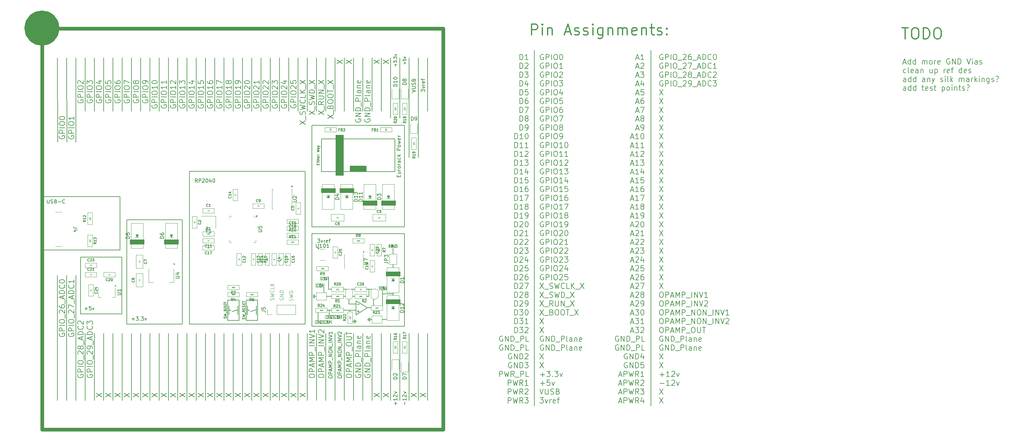
<source format=gbr>
%TF.GenerationSoftware,KiCad,Pcbnew,8.0.4*%
%TF.CreationDate,2024-08-14T20:41:30-04:00*%
%TF.ProjectId,RP2040_Euro_Power,52503230-3430-45f4-9575-726f5f506f77,rev?*%
%TF.SameCoordinates,Original*%
%TF.FileFunction,Legend,Top*%
%TF.FilePolarity,Positive*%
%FSLAX46Y46*%
G04 Gerber Fmt 4.6, Leading zero omitted, Abs format (unit mm)*
G04 Created by KiCad (PCBNEW 8.0.4) date 2024-08-14 20:41:30*
%MOMM*%
%LPD*%
G01*
G04 APERTURE LIST*
%ADD10C,0.150000*%
%ADD11C,1.000000*%
%ADD12C,4.819471*%
%ADD13C,0.375000*%
%ADD14C,0.100000*%
%ADD15C,0.120000*%
%ADD16C,0.127000*%
%ADD17C,0.203200*%
G04 APERTURE END LIST*
D10*
X159742000Y-111587000D02*
X159183000Y-111587000D01*
X209005000Y-44147000D02*
X209005000Y-141651000D01*
X149147000Y-111587000D02*
X148639000Y-111587000D01*
X179757000Y-140162000D02*
X179757000Y-121747000D01*
X148385000Y-111968000D02*
X148385000Y-111206000D01*
X103557000Y-140162000D02*
X103557000Y-121747000D01*
X111177000Y-140162000D02*
X111177000Y-121747000D01*
X177217000Y-46182000D02*
X177217000Y-73487000D01*
X141657000Y-140162000D02*
X141657000Y-121747000D01*
X159437000Y-140162000D02*
X159437000Y-121747000D01*
X167387000Y-110952000D02*
X167387000Y-109936000D01*
X93397000Y-46182000D02*
X93397000Y-60787000D01*
X167057000Y-140162000D02*
X167057000Y-121747000D01*
X167387000Y-110952000D02*
X170232000Y-110952000D01*
X179757000Y-46182000D02*
X179757000Y-60787000D01*
X148639000Y-112095000D02*
X148639000Y-111079000D01*
X161977000Y-46182000D02*
X161977000Y-60787000D01*
X134037000Y-46182000D02*
X134037000Y-60787000D01*
X84507000Y-100837000D02*
X95810000Y-100837000D01*
X95810000Y-116458000D01*
X84507000Y-116458000D01*
X84507000Y-100837000D01*
X159564000Y-117937000D02*
X159564000Y-118953000D01*
D11*
X73995000Y-38167000D02*
X183995000Y-38167000D01*
X183995000Y-148167000D01*
X73995000Y-148167000D01*
X73995000Y-38167000D01*
D10*
X97207000Y-90632000D02*
X112447000Y-90632000D01*
X112447000Y-119207000D01*
X97207000Y-119207000D01*
X97207000Y-90632000D01*
X149277000Y-46182000D02*
X149277000Y-60787000D01*
X146737000Y-46182000D02*
X146737000Y-60787000D01*
X167387000Y-114162000D02*
X167387000Y-110952000D01*
X156592000Y-109682000D02*
X157532000Y-109682000D01*
X164898000Y-114127000D02*
X164898000Y-112349000D01*
X121337000Y-140162000D02*
X121337000Y-121747000D01*
X167057000Y-46182000D02*
X167057000Y-60787000D01*
X78157000Y-46182000D02*
X78195000Y-69261000D01*
X148007000Y-94442000D02*
X173407000Y-94442000D01*
X173407000Y-119842000D01*
X148007000Y-119842000D01*
X148007000Y-94442000D01*
X108637000Y-140162000D02*
X108637000Y-121747000D01*
X80697000Y-140162000D02*
X80697000Y-105872000D01*
X159742000Y-109682000D02*
X158802000Y-109682000D01*
X160072000Y-118191000D02*
X160072000Y-118699000D01*
X93397000Y-140162000D02*
X93397000Y-121747000D01*
X136577000Y-46182000D02*
X136577000Y-60787000D01*
X113717000Y-140162000D02*
X113717000Y-121747000D01*
X85777000Y-140162000D02*
X85777000Y-121747000D01*
X158421000Y-115397000D02*
X158421000Y-115829000D01*
X154357000Y-140162000D02*
X154357000Y-121747000D01*
X121337000Y-46182000D02*
X121337000Y-60787000D01*
X151817000Y-140162000D02*
X151817000Y-121747000D01*
X144197000Y-46182000D02*
X144197000Y-60787000D01*
X101017000Y-46182000D02*
X101017000Y-60787000D01*
X126417000Y-46182000D02*
X126417000Y-60787000D01*
X162942000Y-111587000D02*
X163628000Y-111587000D01*
X90857000Y-140162000D02*
X90857000Y-121747000D01*
X152579000Y-109682000D02*
X152579000Y-107142000D01*
X163610000Y-118318000D02*
X163610000Y-117556000D01*
X95937000Y-46182000D02*
X95937000Y-60787000D01*
X128957000Y-140162000D02*
X128957000Y-121747000D01*
X128957000Y-46182000D02*
X128957000Y-60787000D01*
X80697000Y-46182000D02*
X80735000Y-69261000D01*
X141657000Y-46182000D02*
X141657000Y-60787000D01*
X151309000Y-110571000D02*
X151309000Y-109047000D01*
X167172000Y-117937000D02*
X168454000Y-117937000D01*
X156897000Y-46182000D02*
X156897000Y-60787000D01*
X159056000Y-118445000D02*
X159564000Y-118445000D01*
X159437000Y-46182000D02*
X159437000Y-60787000D01*
X154357000Y-46182000D02*
X154357000Y-60787000D01*
X170232000Y-111362000D02*
X170232000Y-110542000D01*
X146737000Y-140162000D02*
X146737000Y-121747000D01*
X116257000Y-140162000D02*
X116257000Y-121747000D01*
X149658000Y-116032000D02*
X149658000Y-118191000D01*
X83237000Y-140162000D02*
X83237000Y-105872000D01*
X163356000Y-118191000D02*
X163356000Y-117683000D01*
X149277000Y-140162000D02*
X149277000Y-121747000D01*
X88317000Y-46182000D02*
X88317000Y-60787000D01*
X160072000Y-112857000D02*
X160072000Y-116667000D01*
X241025000Y-44147000D02*
X241009000Y-141651000D01*
X172137000Y-46182000D02*
X172137000Y-62692000D01*
X174677000Y-140162000D02*
X174677000Y-121747000D01*
X111177000Y-46182000D02*
X111177000Y-60787000D01*
X170232000Y-100027000D02*
X170232000Y-98379000D01*
X174677000Y-46182000D02*
X174677000Y-73487000D01*
X78157000Y-140162000D02*
X78157000Y-105872000D01*
X95937000Y-140162000D02*
X95937000Y-121747000D01*
X163628000Y-111587000D02*
X163628000Y-109682000D01*
X177217000Y-140162000D02*
X177217000Y-121747000D01*
X156592000Y-115397000D02*
X160072000Y-115397000D01*
X126417000Y-140162000D02*
X126417000Y-121747000D01*
X139117000Y-46182000D02*
X139117000Y-60787000D01*
X114352000Y-77297000D02*
X146102000Y-77297000D01*
X146102000Y-119207000D01*
X114352000Y-119207000D01*
X114352000Y-77297000D01*
X83237000Y-46182000D02*
X83237000Y-69261000D01*
X90857000Y-46182000D02*
X90857000Y-60787000D01*
X163864000Y-118445000D02*
X163864000Y-117429000D01*
X160707000Y-116032000D02*
X160707000Y-115397000D01*
X164517000Y-46182000D02*
X164517000Y-60787000D01*
X163247000Y-114762000D02*
X160072000Y-112857000D01*
X118797000Y-46182000D02*
X118797000Y-60787000D01*
X98477000Y-46182000D02*
X98477000Y-60787000D01*
X172137000Y-140162000D02*
X172137000Y-121747000D01*
D12*
X76286735Y-38019000D02*
G75*
G02*
X71467265Y-38019000I-2409735J0D01*
G01*
X71467265Y-38019000D02*
G75*
G02*
X76286735Y-38019000I2409735J0D01*
G01*
D10*
X164517000Y-140162000D02*
X164517000Y-121747000D01*
X158167000Y-113746000D02*
X158167000Y-112352000D01*
X153392000Y-115397000D02*
X152147000Y-115397000D01*
X160072000Y-116667000D02*
X163247000Y-114762000D01*
X116257000Y-46182000D02*
X116257000Y-60787000D01*
X148007000Y-64724000D02*
X173407000Y-64724000D01*
X173407000Y-92537000D01*
X148007000Y-92537000D01*
X148007000Y-64724000D01*
X156592000Y-111587000D02*
X157151000Y-111587000D01*
X153392000Y-111587000D02*
X151947000Y-111587000D01*
X134037000Y-140162000D02*
X134037000Y-121747000D01*
X144197000Y-46182000D02*
X144197000Y-60787000D01*
X144197000Y-140162000D02*
X144197000Y-121747000D01*
X153392000Y-109682000D02*
X152579000Y-109682000D01*
X160389500Y-113809500D02*
X161024500Y-113809500D01*
X123877000Y-140162000D02*
X123877000Y-121747000D01*
X156897000Y-140162000D02*
X156897000Y-121747000D01*
X152706000Y-115397000D02*
X152706000Y-116794000D01*
X118797000Y-140162000D02*
X118797000Y-121747000D01*
X159818000Y-118064000D02*
X159818000Y-118826000D01*
X136577000Y-140162000D02*
X136577000Y-121747000D01*
X161977000Y-140162000D02*
X161977000Y-121747000D01*
X113717000Y-46182000D02*
X113717000Y-60787000D01*
X106097000Y-46182000D02*
X106097000Y-60787000D01*
X151817000Y-46182000D02*
X151817000Y-60787000D01*
X101017000Y-140162000D02*
X101017000Y-121747000D01*
X106097000Y-140162000D02*
X106097000Y-121747000D01*
X103557000Y-46182000D02*
X103557000Y-60787000D01*
X123877000Y-46182000D02*
X123877000Y-60787000D01*
X131497000Y-46182000D02*
X131497000Y-60787000D01*
X160389500Y-115714500D02*
X161024500Y-115714500D01*
X169597000Y-140162000D02*
X169597000Y-121747000D01*
X164372000Y-117937000D02*
X163864000Y-117937000D01*
X163247000Y-114762000D02*
X164187000Y-114762000D01*
X98477000Y-140162000D02*
X98477000Y-121747000D01*
X73712000Y-84282000D02*
X95302000Y-84282000D01*
X95302000Y-98887000D01*
X73712000Y-98887000D01*
X73712000Y-84282000D01*
X160072000Y-113746000D02*
X158167000Y-113746000D01*
X162942000Y-109682000D02*
X164517000Y-109682000D01*
X139117000Y-140162000D02*
X139117000Y-121747000D01*
X169597000Y-46182000D02*
X169597000Y-62692000D01*
X131497000Y-140162000D02*
X131497000Y-121747000D01*
X88317000Y-140162000D02*
X88317000Y-121747000D01*
X108637000Y-46182000D02*
X108637000Y-60787000D01*
X85777000Y-46182000D02*
X85777000Y-60787000D01*
X170232000Y-103742000D02*
X170232000Y-102827000D01*
X75318779Y-85056819D02*
X75318779Y-85866342D01*
X75318779Y-85866342D02*
X75366398Y-85961580D01*
X75366398Y-85961580D02*
X75414017Y-86009200D01*
X75414017Y-86009200D02*
X75509255Y-86056819D01*
X75509255Y-86056819D02*
X75699731Y-86056819D01*
X75699731Y-86056819D02*
X75794969Y-86009200D01*
X75794969Y-86009200D02*
X75842588Y-85961580D01*
X75842588Y-85961580D02*
X75890207Y-85866342D01*
X75890207Y-85866342D02*
X75890207Y-85056819D01*
X76318779Y-86009200D02*
X76461636Y-86056819D01*
X76461636Y-86056819D02*
X76699731Y-86056819D01*
X76699731Y-86056819D02*
X76794969Y-86009200D01*
X76794969Y-86009200D02*
X76842588Y-85961580D01*
X76842588Y-85961580D02*
X76890207Y-85866342D01*
X76890207Y-85866342D02*
X76890207Y-85771104D01*
X76890207Y-85771104D02*
X76842588Y-85675866D01*
X76842588Y-85675866D02*
X76794969Y-85628247D01*
X76794969Y-85628247D02*
X76699731Y-85580628D01*
X76699731Y-85580628D02*
X76509255Y-85533009D01*
X76509255Y-85533009D02*
X76414017Y-85485390D01*
X76414017Y-85485390D02*
X76366398Y-85437771D01*
X76366398Y-85437771D02*
X76318779Y-85342533D01*
X76318779Y-85342533D02*
X76318779Y-85247295D01*
X76318779Y-85247295D02*
X76366398Y-85152057D01*
X76366398Y-85152057D02*
X76414017Y-85104438D01*
X76414017Y-85104438D02*
X76509255Y-85056819D01*
X76509255Y-85056819D02*
X76747350Y-85056819D01*
X76747350Y-85056819D02*
X76890207Y-85104438D01*
X77652112Y-85533009D02*
X77794969Y-85580628D01*
X77794969Y-85580628D02*
X77842588Y-85628247D01*
X77842588Y-85628247D02*
X77890207Y-85723485D01*
X77890207Y-85723485D02*
X77890207Y-85866342D01*
X77890207Y-85866342D02*
X77842588Y-85961580D01*
X77842588Y-85961580D02*
X77794969Y-86009200D01*
X77794969Y-86009200D02*
X77699731Y-86056819D01*
X77699731Y-86056819D02*
X77318779Y-86056819D01*
X77318779Y-86056819D02*
X77318779Y-85056819D01*
X77318779Y-85056819D02*
X77652112Y-85056819D01*
X77652112Y-85056819D02*
X77747350Y-85104438D01*
X77747350Y-85104438D02*
X77794969Y-85152057D01*
X77794969Y-85152057D02*
X77842588Y-85247295D01*
X77842588Y-85247295D02*
X77842588Y-85342533D01*
X77842588Y-85342533D02*
X77794969Y-85437771D01*
X77794969Y-85437771D02*
X77747350Y-85485390D01*
X77747350Y-85485390D02*
X77652112Y-85533009D01*
X77652112Y-85533009D02*
X77318779Y-85533009D01*
X78318779Y-85675866D02*
X79080684Y-85675866D01*
X80128302Y-85961580D02*
X80080683Y-86009200D01*
X80080683Y-86009200D02*
X79937826Y-86056819D01*
X79937826Y-86056819D02*
X79842588Y-86056819D01*
X79842588Y-86056819D02*
X79699731Y-86009200D01*
X79699731Y-86009200D02*
X79604493Y-85913961D01*
X79604493Y-85913961D02*
X79556874Y-85818723D01*
X79556874Y-85818723D02*
X79509255Y-85628247D01*
X79509255Y-85628247D02*
X79509255Y-85485390D01*
X79509255Y-85485390D02*
X79556874Y-85294914D01*
X79556874Y-85294914D02*
X79604493Y-85199676D01*
X79604493Y-85199676D02*
X79699731Y-85104438D01*
X79699731Y-85104438D02*
X79842588Y-85056819D01*
X79842588Y-85056819D02*
X79937826Y-85056819D01*
X79937826Y-85056819D02*
X80080683Y-85104438D01*
X80080683Y-85104438D02*
X80128302Y-85152057D01*
X157391128Y-133543458D02*
X157391128Y-133257744D01*
X157391128Y-133257744D02*
X157462557Y-133114887D01*
X157462557Y-133114887D02*
X157605414Y-132972030D01*
X157605414Y-132972030D02*
X157891128Y-132900601D01*
X157891128Y-132900601D02*
X158391128Y-132900601D01*
X158391128Y-132900601D02*
X158676842Y-132972030D01*
X158676842Y-132972030D02*
X158819700Y-133114887D01*
X158819700Y-133114887D02*
X158891128Y-133257744D01*
X158891128Y-133257744D02*
X158891128Y-133543458D01*
X158891128Y-133543458D02*
X158819700Y-133686316D01*
X158819700Y-133686316D02*
X158676842Y-133829173D01*
X158676842Y-133829173D02*
X158391128Y-133900601D01*
X158391128Y-133900601D02*
X157891128Y-133900601D01*
X157891128Y-133900601D02*
X157605414Y-133829173D01*
X157605414Y-133829173D02*
X157462557Y-133686316D01*
X157462557Y-133686316D02*
X157391128Y-133543458D01*
X158891128Y-132257744D02*
X157391128Y-132257744D01*
X157391128Y-132257744D02*
X157391128Y-131686315D01*
X157391128Y-131686315D02*
X157462557Y-131543458D01*
X157462557Y-131543458D02*
X157533985Y-131472029D01*
X157533985Y-131472029D02*
X157676842Y-131400601D01*
X157676842Y-131400601D02*
X157891128Y-131400601D01*
X157891128Y-131400601D02*
X158033985Y-131472029D01*
X158033985Y-131472029D02*
X158105414Y-131543458D01*
X158105414Y-131543458D02*
X158176842Y-131686315D01*
X158176842Y-131686315D02*
X158176842Y-132257744D01*
X158462557Y-130829172D02*
X158462557Y-130114887D01*
X158891128Y-130972029D02*
X157391128Y-130472029D01*
X157391128Y-130472029D02*
X158891128Y-129972029D01*
X158891128Y-129472030D02*
X157391128Y-129472030D01*
X157391128Y-129472030D02*
X158462557Y-128972030D01*
X158462557Y-128972030D02*
X157391128Y-128472030D01*
X157391128Y-128472030D02*
X158891128Y-128472030D01*
X158891128Y-127757744D02*
X157391128Y-127757744D01*
X157391128Y-127757744D02*
X157391128Y-127186315D01*
X157391128Y-127186315D02*
X157462557Y-127043458D01*
X157462557Y-127043458D02*
X157533985Y-126972029D01*
X157533985Y-126972029D02*
X157676842Y-126900601D01*
X157676842Y-126900601D02*
X157891128Y-126900601D01*
X157891128Y-126900601D02*
X158033985Y-126972029D01*
X158033985Y-126972029D02*
X158105414Y-127043458D01*
X158105414Y-127043458D02*
X158176842Y-127186315D01*
X158176842Y-127186315D02*
X158176842Y-127757744D01*
X159033985Y-126614887D02*
X159033985Y-125472029D01*
X157391128Y-124829172D02*
X157391128Y-124543458D01*
X157391128Y-124543458D02*
X157462557Y-124400601D01*
X157462557Y-124400601D02*
X157605414Y-124257744D01*
X157605414Y-124257744D02*
X157891128Y-124186315D01*
X157891128Y-124186315D02*
X158391128Y-124186315D01*
X158391128Y-124186315D02*
X158676842Y-124257744D01*
X158676842Y-124257744D02*
X158819700Y-124400601D01*
X158819700Y-124400601D02*
X158891128Y-124543458D01*
X158891128Y-124543458D02*
X158891128Y-124829172D01*
X158891128Y-124829172D02*
X158819700Y-124972030D01*
X158819700Y-124972030D02*
X158676842Y-125114887D01*
X158676842Y-125114887D02*
X158391128Y-125186315D01*
X158391128Y-125186315D02*
X157891128Y-125186315D01*
X157891128Y-125186315D02*
X157605414Y-125114887D01*
X157605414Y-125114887D02*
X157462557Y-124972030D01*
X157462557Y-124972030D02*
X157391128Y-124829172D01*
X157391128Y-123543458D02*
X158605414Y-123543458D01*
X158605414Y-123543458D02*
X158748271Y-123472029D01*
X158748271Y-123472029D02*
X158819700Y-123400601D01*
X158819700Y-123400601D02*
X158891128Y-123257743D01*
X158891128Y-123257743D02*
X158891128Y-122972029D01*
X158891128Y-122972029D02*
X158819700Y-122829172D01*
X158819700Y-122829172D02*
X158748271Y-122757743D01*
X158748271Y-122757743D02*
X158605414Y-122686315D01*
X158605414Y-122686315D02*
X157391128Y-122686315D01*
X157391128Y-122186314D02*
X157391128Y-121329172D01*
X158891128Y-121757743D02*
X157391128Y-121757743D01*
X177941819Y-55452732D02*
X177941819Y-54833685D01*
X177941819Y-54833685D02*
X178322771Y-55167018D01*
X178322771Y-55167018D02*
X178322771Y-55024161D01*
X178322771Y-55024161D02*
X178370390Y-54928923D01*
X178370390Y-54928923D02*
X178418009Y-54881304D01*
X178418009Y-54881304D02*
X178513247Y-54833685D01*
X178513247Y-54833685D02*
X178751342Y-54833685D01*
X178751342Y-54833685D02*
X178846580Y-54881304D01*
X178846580Y-54881304D02*
X178894200Y-54928923D01*
X178894200Y-54928923D02*
X178941819Y-55024161D01*
X178941819Y-55024161D02*
X178941819Y-55309875D01*
X178941819Y-55309875D02*
X178894200Y-55405113D01*
X178894200Y-55405113D02*
X178846580Y-55452732D01*
X178275152Y-54500351D02*
X178941819Y-54262256D01*
X178941819Y-54262256D02*
X178275152Y-54024161D01*
X178941819Y-53643208D02*
X178275152Y-53643208D01*
X178465628Y-53643208D02*
X178370390Y-53595589D01*
X178370390Y-53595589D02*
X178322771Y-53547970D01*
X178322771Y-53547970D02*
X178275152Y-53452732D01*
X178275152Y-53452732D02*
X178275152Y-53357494D01*
X178894200Y-52643208D02*
X178941819Y-52738446D01*
X178941819Y-52738446D02*
X178941819Y-52928922D01*
X178941819Y-52928922D02*
X178894200Y-53024160D01*
X178894200Y-53024160D02*
X178798961Y-53071779D01*
X178798961Y-53071779D02*
X178418009Y-53071779D01*
X178418009Y-53071779D02*
X178322771Y-53024160D01*
X178322771Y-53024160D02*
X178275152Y-52928922D01*
X178275152Y-52928922D02*
X178275152Y-52738446D01*
X178275152Y-52738446D02*
X178322771Y-52643208D01*
X178322771Y-52643208D02*
X178418009Y-52595589D01*
X178418009Y-52595589D02*
X178513247Y-52595589D01*
X178513247Y-52595589D02*
X178608485Y-53071779D01*
X178275152Y-52309874D02*
X178275152Y-51928922D01*
X178941819Y-52167017D02*
X178084676Y-52167017D01*
X178084676Y-52167017D02*
X177989438Y-52119398D01*
X177989438Y-52119398D02*
X177941819Y-52024160D01*
X177941819Y-52024160D02*
X177941819Y-51928922D01*
X154851128Y-47713969D02*
X156351128Y-46713969D01*
X154851128Y-46713969D02*
X156351128Y-47713969D01*
X144653128Y-64403397D02*
X146153128Y-63403397D01*
X144653128Y-63403397D02*
X146153128Y-64403397D01*
X146295985Y-63189112D02*
X146295985Y-62046254D01*
X146081700Y-61760540D02*
X146153128Y-61546255D01*
X146153128Y-61546255D02*
X146153128Y-61189112D01*
X146153128Y-61189112D02*
X146081700Y-61046255D01*
X146081700Y-61046255D02*
X146010271Y-60974826D01*
X146010271Y-60974826D02*
X145867414Y-60903397D01*
X145867414Y-60903397D02*
X145724557Y-60903397D01*
X145724557Y-60903397D02*
X145581700Y-60974826D01*
X145581700Y-60974826D02*
X145510271Y-61046255D01*
X145510271Y-61046255D02*
X145438842Y-61189112D01*
X145438842Y-61189112D02*
X145367414Y-61474826D01*
X145367414Y-61474826D02*
X145295985Y-61617683D01*
X145295985Y-61617683D02*
X145224557Y-61689112D01*
X145224557Y-61689112D02*
X145081700Y-61760540D01*
X145081700Y-61760540D02*
X144938842Y-61760540D01*
X144938842Y-61760540D02*
X144795985Y-61689112D01*
X144795985Y-61689112D02*
X144724557Y-61617683D01*
X144724557Y-61617683D02*
X144653128Y-61474826D01*
X144653128Y-61474826D02*
X144653128Y-61117683D01*
X144653128Y-61117683D02*
X144724557Y-60903397D01*
X144653128Y-60403398D02*
X146153128Y-60046255D01*
X146153128Y-60046255D02*
X145081700Y-59760541D01*
X145081700Y-59760541D02*
X146153128Y-59474826D01*
X146153128Y-59474826D02*
X144653128Y-59117684D01*
X146010271Y-57689112D02*
X146081700Y-57760540D01*
X146081700Y-57760540D02*
X146153128Y-57974826D01*
X146153128Y-57974826D02*
X146153128Y-58117683D01*
X146153128Y-58117683D02*
X146081700Y-58331969D01*
X146081700Y-58331969D02*
X145938842Y-58474826D01*
X145938842Y-58474826D02*
X145795985Y-58546255D01*
X145795985Y-58546255D02*
X145510271Y-58617683D01*
X145510271Y-58617683D02*
X145295985Y-58617683D01*
X145295985Y-58617683D02*
X145010271Y-58546255D01*
X145010271Y-58546255D02*
X144867414Y-58474826D01*
X144867414Y-58474826D02*
X144724557Y-58331969D01*
X144724557Y-58331969D02*
X144653128Y-58117683D01*
X144653128Y-58117683D02*
X144653128Y-57974826D01*
X144653128Y-57974826D02*
X144724557Y-57760540D01*
X144724557Y-57760540D02*
X144795985Y-57689112D01*
X146153128Y-56331969D02*
X146153128Y-57046255D01*
X146153128Y-57046255D02*
X144653128Y-57046255D01*
X146153128Y-55831969D02*
X144653128Y-55831969D01*
X146153128Y-54974826D02*
X145295985Y-55617683D01*
X144653128Y-54974826D02*
X145510271Y-55831969D01*
X146295985Y-54689112D02*
X146295985Y-53546254D01*
X144653128Y-53331969D02*
X146153128Y-52331969D01*
X144653128Y-52331969D02*
X146153128Y-53331969D01*
X167513128Y-139214030D02*
X169013128Y-138214030D01*
X167513128Y-138214030D02*
X169013128Y-139214030D01*
X129413128Y-139214030D02*
X130913128Y-138214030D01*
X129413128Y-138214030D02*
X130913128Y-139214030D01*
X104013128Y-139214030D02*
X105513128Y-138214030D01*
X104013128Y-138214030D02*
X105513128Y-139214030D01*
G36*
X171450856Y-98339811D02*
G01*
X169047330Y-98339811D01*
X169047330Y-97472401D01*
X169125108Y-97472401D01*
X169125108Y-97501665D01*
X169136307Y-97528701D01*
X169156999Y-97549393D01*
X169184035Y-97560592D01*
X169198667Y-97562033D01*
X169466718Y-97562033D01*
X169342224Y-97704312D01*
X169337702Y-97710636D01*
X169336307Y-97712032D01*
X169335758Y-97713355D01*
X169333673Y-97716273D01*
X169329771Y-97727810D01*
X169325108Y-97739068D01*
X169325108Y-97741598D01*
X169324298Y-97743994D01*
X169325108Y-97756147D01*
X169325108Y-97768332D01*
X169326075Y-97770668D01*
X169326244Y-97773192D01*
X169331646Y-97784117D01*
X169336307Y-97795368D01*
X169338093Y-97797154D01*
X169339216Y-97799424D01*
X169348388Y-97807449D01*
X169356999Y-97816060D01*
X169359335Y-97817028D01*
X169361240Y-97818694D01*
X169372777Y-97822595D01*
X169384035Y-97827259D01*
X169387605Y-97827610D01*
X169388961Y-97828069D01*
X169390928Y-97827937D01*
X169398667Y-97828700D01*
X169480962Y-97828700D01*
X169520906Y-97848672D01*
X169537028Y-97864793D01*
X169557000Y-97904737D01*
X169557000Y-98035995D01*
X169537028Y-98075939D01*
X169520906Y-98092061D01*
X169480962Y-98112033D01*
X169316372Y-98112033D01*
X169276427Y-98092061D01*
X169251701Y-98067334D01*
X169240336Y-98058006D01*
X169213300Y-98046807D01*
X169184037Y-98046807D01*
X169157000Y-98058005D01*
X169136307Y-98078697D01*
X169125108Y-98105733D01*
X169125108Y-98134996D01*
X169136306Y-98162033D01*
X169145633Y-98173398D01*
X169178966Y-98206732D01*
X169184719Y-98211453D01*
X169186017Y-98212950D01*
X169188272Y-98214369D01*
X169190332Y-98216060D01*
X169192161Y-98216817D01*
X169198459Y-98220782D01*
X169265127Y-98254115D01*
X169278858Y-98259370D01*
X169281545Y-98259560D01*
X169284035Y-98260592D01*
X169298667Y-98262033D01*
X169498667Y-98262033D01*
X169513299Y-98260592D01*
X169515788Y-98259560D01*
X169518476Y-98259370D01*
X169532208Y-98254115D01*
X169598874Y-98220782D01*
X169605170Y-98216818D01*
X169607001Y-98216060D01*
X169609062Y-98214368D01*
X169611317Y-98212949D01*
X169612613Y-98211453D01*
X169618366Y-98206733D01*
X169651700Y-98173399D01*
X169656418Y-98167649D01*
X169657917Y-98166350D01*
X169659338Y-98164090D01*
X169661027Y-98162034D01*
X169661784Y-98160206D01*
X169665749Y-98153907D01*
X169673168Y-98139070D01*
X169825108Y-98139070D01*
X169825108Y-98168333D01*
X169836307Y-98195369D01*
X169836311Y-98195373D01*
X169845634Y-98206733D01*
X169878967Y-98240066D01*
X169890326Y-98249388D01*
X169890331Y-98249393D01*
X169917367Y-98260592D01*
X169917368Y-98260592D01*
X169917369Y-98260592D01*
X169946631Y-98260592D01*
X169946632Y-98260592D01*
X169966916Y-98252190D01*
X169973667Y-98249394D01*
X169985032Y-98240067D01*
X170018366Y-98206734D01*
X170027694Y-98195368D01*
X170038893Y-98168332D01*
X170038893Y-98139069D01*
X170037206Y-98134997D01*
X170031146Y-98120366D01*
X170027695Y-98112033D01*
X170027693Y-98112031D01*
X170018367Y-98100667D01*
X169985033Y-98067333D01*
X169973668Y-98058006D01*
X169973667Y-98058005D01*
X169957830Y-98051445D01*
X169946632Y-98046807D01*
X169946631Y-98046807D01*
X169917368Y-98046807D01*
X169890332Y-98058006D01*
X169878966Y-98067334D01*
X169845633Y-98100668D01*
X169836306Y-98112033D01*
X169833027Y-98119951D01*
X169825109Y-98139068D01*
X169825108Y-98139070D01*
X169673168Y-98139070D01*
X169699082Y-98087241D01*
X169704337Y-98073509D01*
X169704527Y-98070821D01*
X169705559Y-98068332D01*
X169707000Y-98053700D01*
X169707000Y-97887033D01*
X169705559Y-97872401D01*
X169704527Y-97869911D01*
X169704337Y-97867224D01*
X169699082Y-97853493D01*
X169665749Y-97786825D01*
X169661784Y-97780527D01*
X169661027Y-97778698D01*
X169659336Y-97776638D01*
X169657917Y-97774383D01*
X169656420Y-97773085D01*
X169651699Y-97767332D01*
X169618365Y-97733999D01*
X169612613Y-97729278D01*
X169611317Y-97727784D01*
X169609063Y-97726365D01*
X169607000Y-97724672D01*
X169605168Y-97723913D01*
X169598874Y-97719951D01*
X169549469Y-97695248D01*
X169688443Y-97536421D01*
X169692964Y-97530096D01*
X169694360Y-97528701D01*
X169694908Y-97527377D01*
X169696994Y-97524460D01*
X169700895Y-97512922D01*
X169705559Y-97501665D01*
X169705559Y-97499134D01*
X169706369Y-97496739D01*
X169705559Y-97484585D01*
X169705559Y-97472401D01*
X170125108Y-97472401D01*
X170125108Y-97501665D01*
X170136307Y-97528701D01*
X170156999Y-97549393D01*
X170184035Y-97560592D01*
X170198667Y-97562033D01*
X170466718Y-97562033D01*
X170342224Y-97704312D01*
X170337702Y-97710636D01*
X170336307Y-97712032D01*
X170335758Y-97713355D01*
X170333673Y-97716273D01*
X170329771Y-97727810D01*
X170325108Y-97739068D01*
X170325108Y-97741598D01*
X170324298Y-97743994D01*
X170325108Y-97756147D01*
X170325108Y-97768332D01*
X170326075Y-97770668D01*
X170326244Y-97773192D01*
X170331646Y-97784117D01*
X170336307Y-97795368D01*
X170338093Y-97797154D01*
X170339216Y-97799424D01*
X170348388Y-97807449D01*
X170356999Y-97816060D01*
X170359335Y-97817028D01*
X170361240Y-97818694D01*
X170372777Y-97822595D01*
X170384035Y-97827259D01*
X170387605Y-97827610D01*
X170388961Y-97828069D01*
X170390928Y-97827937D01*
X170398667Y-97828700D01*
X170480962Y-97828700D01*
X170520906Y-97848672D01*
X170537028Y-97864793D01*
X170557000Y-97904737D01*
X170557000Y-98035995D01*
X170537028Y-98075939D01*
X170520906Y-98092061D01*
X170480962Y-98112033D01*
X170316372Y-98112033D01*
X170276427Y-98092061D01*
X170251701Y-98067334D01*
X170240336Y-98058006D01*
X170213300Y-98046807D01*
X170184037Y-98046807D01*
X170157000Y-98058005D01*
X170136307Y-98078697D01*
X170125108Y-98105733D01*
X170125108Y-98134996D01*
X170136306Y-98162033D01*
X170145633Y-98173398D01*
X170178966Y-98206732D01*
X170184719Y-98211453D01*
X170186017Y-98212950D01*
X170188272Y-98214369D01*
X170190332Y-98216060D01*
X170192161Y-98216817D01*
X170198459Y-98220782D01*
X170265127Y-98254115D01*
X170278858Y-98259370D01*
X170281545Y-98259560D01*
X170284035Y-98260592D01*
X170298667Y-98262033D01*
X170498667Y-98262033D01*
X170513299Y-98260592D01*
X170515788Y-98259560D01*
X170518476Y-98259370D01*
X170532208Y-98254115D01*
X170598874Y-98220782D01*
X170605170Y-98216818D01*
X170607001Y-98216060D01*
X170609062Y-98214368D01*
X170611317Y-98212949D01*
X170612613Y-98211453D01*
X170618366Y-98206733D01*
X170651700Y-98173399D01*
X170656418Y-98167649D01*
X170657917Y-98166350D01*
X170659338Y-98164090D01*
X170661027Y-98162034D01*
X170661784Y-98160206D01*
X170665749Y-98153907D01*
X170699082Y-98087241D01*
X170704337Y-98073509D01*
X170704527Y-98070821D01*
X170705559Y-98068332D01*
X170707000Y-98053700D01*
X170707000Y-97887033D01*
X170705559Y-97872401D01*
X170704527Y-97869911D01*
X170704337Y-97867224D01*
X170699082Y-97853493D01*
X170665749Y-97786825D01*
X170661784Y-97780527D01*
X170661027Y-97778698D01*
X170659336Y-97776638D01*
X170657917Y-97774383D01*
X170656420Y-97773085D01*
X170651699Y-97767332D01*
X170618365Y-97733999D01*
X170612613Y-97729278D01*
X170611317Y-97727784D01*
X170609063Y-97726365D01*
X170607000Y-97724672D01*
X170605168Y-97723913D01*
X170598874Y-97719951D01*
X170549469Y-97695248D01*
X170688443Y-97536421D01*
X170692964Y-97530096D01*
X170694360Y-97528701D01*
X170694908Y-97527377D01*
X170696994Y-97524460D01*
X170700895Y-97512922D01*
X170705559Y-97501665D01*
X170705559Y-97499134D01*
X170706369Y-97496739D01*
X170706347Y-97496413D01*
X170757589Y-97496413D01*
X170760849Y-97510750D01*
X170994183Y-98210750D01*
X171000177Y-98224176D01*
X171003688Y-98228224D01*
X171006084Y-98233016D01*
X171013188Y-98239178D01*
X171019351Y-98246283D01*
X171024142Y-98248678D01*
X171028191Y-98252190D01*
X171037114Y-98255164D01*
X171045524Y-98259369D01*
X171050868Y-98259748D01*
X171055954Y-98261444D01*
X171065334Y-98260777D01*
X171074714Y-98261444D01*
X171079799Y-98259748D01*
X171085144Y-98259369D01*
X171093553Y-98255164D01*
X171102477Y-98252190D01*
X171106525Y-98248678D01*
X171111317Y-98246283D01*
X171117479Y-98239178D01*
X171124584Y-98233016D01*
X171126979Y-98228224D01*
X171130491Y-98224176D01*
X171136485Y-98210750D01*
X171369818Y-97510750D01*
X171373078Y-97496413D01*
X171371004Y-97467223D01*
X171357917Y-97441049D01*
X171335810Y-97421876D01*
X171308047Y-97412621D01*
X171278857Y-97414696D01*
X171252684Y-97427783D01*
X171233510Y-97449890D01*
X171227516Y-97463316D01*
X171065333Y-97949863D01*
X170903151Y-97463316D01*
X170897157Y-97449890D01*
X170877983Y-97427783D01*
X170851810Y-97414697D01*
X170822620Y-97412622D01*
X170794857Y-97421876D01*
X170772750Y-97441050D01*
X170759664Y-97467223D01*
X170757589Y-97496413D01*
X170706347Y-97496413D01*
X170705559Y-97484585D01*
X170705559Y-97472401D01*
X170704591Y-97470064D01*
X170704423Y-97467541D01*
X170699023Y-97456623D01*
X170694360Y-97445365D01*
X170692570Y-97443575D01*
X170691450Y-97441310D01*
X170682287Y-97433292D01*
X170673668Y-97424673D01*
X170671330Y-97423704D01*
X170669427Y-97422039D01*
X170657889Y-97418137D01*
X170646632Y-97413474D01*
X170643061Y-97413122D01*
X170641706Y-97412664D01*
X170639738Y-97412795D01*
X170632000Y-97412033D01*
X170198667Y-97412033D01*
X170184035Y-97413474D01*
X170156999Y-97424673D01*
X170136307Y-97445365D01*
X170125108Y-97472401D01*
X169705559Y-97472401D01*
X169704591Y-97470064D01*
X169704423Y-97467541D01*
X169699023Y-97456623D01*
X169694360Y-97445365D01*
X169692570Y-97443575D01*
X169691450Y-97441310D01*
X169682287Y-97433292D01*
X169673668Y-97424673D01*
X169671330Y-97423704D01*
X169669427Y-97422039D01*
X169657889Y-97418137D01*
X169646632Y-97413474D01*
X169643061Y-97413122D01*
X169641706Y-97412664D01*
X169639738Y-97412795D01*
X169632000Y-97412033D01*
X169198667Y-97412033D01*
X169184035Y-97413474D01*
X169156999Y-97424673D01*
X169136307Y-97445365D01*
X169125108Y-97472401D01*
X169047330Y-97472401D01*
X169047330Y-97334255D01*
X171450856Y-97334255D01*
X171450856Y-98339811D01*
G37*
D13*
X208213571Y-39895357D02*
X208213571Y-36895357D01*
X208213571Y-36895357D02*
X209356428Y-36895357D01*
X209356428Y-36895357D02*
X209642143Y-37038214D01*
X209642143Y-37038214D02*
X209785000Y-37181071D01*
X209785000Y-37181071D02*
X209927857Y-37466785D01*
X209927857Y-37466785D02*
X209927857Y-37895357D01*
X209927857Y-37895357D02*
X209785000Y-38181071D01*
X209785000Y-38181071D02*
X209642143Y-38323928D01*
X209642143Y-38323928D02*
X209356428Y-38466785D01*
X209356428Y-38466785D02*
X208213571Y-38466785D01*
X211213571Y-39895357D02*
X211213571Y-37895357D01*
X211213571Y-36895357D02*
X211070714Y-37038214D01*
X211070714Y-37038214D02*
X211213571Y-37181071D01*
X211213571Y-37181071D02*
X211356428Y-37038214D01*
X211356428Y-37038214D02*
X211213571Y-36895357D01*
X211213571Y-36895357D02*
X211213571Y-37181071D01*
X212642142Y-37895357D02*
X212642142Y-39895357D01*
X212642142Y-38181071D02*
X212784999Y-38038214D01*
X212784999Y-38038214D02*
X213070714Y-37895357D01*
X213070714Y-37895357D02*
X213499285Y-37895357D01*
X213499285Y-37895357D02*
X213784999Y-38038214D01*
X213784999Y-38038214D02*
X213927857Y-38323928D01*
X213927857Y-38323928D02*
X213927857Y-39895357D01*
X217499285Y-39038214D02*
X218927857Y-39038214D01*
X217213571Y-39895357D02*
X218213571Y-36895357D01*
X218213571Y-36895357D02*
X219213571Y-39895357D01*
X220070714Y-39752500D02*
X220356428Y-39895357D01*
X220356428Y-39895357D02*
X220927857Y-39895357D01*
X220927857Y-39895357D02*
X221213571Y-39752500D01*
X221213571Y-39752500D02*
X221356428Y-39466785D01*
X221356428Y-39466785D02*
X221356428Y-39323928D01*
X221356428Y-39323928D02*
X221213571Y-39038214D01*
X221213571Y-39038214D02*
X220927857Y-38895357D01*
X220927857Y-38895357D02*
X220499286Y-38895357D01*
X220499286Y-38895357D02*
X220213571Y-38752500D01*
X220213571Y-38752500D02*
X220070714Y-38466785D01*
X220070714Y-38466785D02*
X220070714Y-38323928D01*
X220070714Y-38323928D02*
X220213571Y-38038214D01*
X220213571Y-38038214D02*
X220499286Y-37895357D01*
X220499286Y-37895357D02*
X220927857Y-37895357D01*
X220927857Y-37895357D02*
X221213571Y-38038214D01*
X222499285Y-39752500D02*
X222784999Y-39895357D01*
X222784999Y-39895357D02*
X223356428Y-39895357D01*
X223356428Y-39895357D02*
X223642142Y-39752500D01*
X223642142Y-39752500D02*
X223784999Y-39466785D01*
X223784999Y-39466785D02*
X223784999Y-39323928D01*
X223784999Y-39323928D02*
X223642142Y-39038214D01*
X223642142Y-39038214D02*
X223356428Y-38895357D01*
X223356428Y-38895357D02*
X222927857Y-38895357D01*
X222927857Y-38895357D02*
X222642142Y-38752500D01*
X222642142Y-38752500D02*
X222499285Y-38466785D01*
X222499285Y-38466785D02*
X222499285Y-38323928D01*
X222499285Y-38323928D02*
X222642142Y-38038214D01*
X222642142Y-38038214D02*
X222927857Y-37895357D01*
X222927857Y-37895357D02*
X223356428Y-37895357D01*
X223356428Y-37895357D02*
X223642142Y-38038214D01*
X225070713Y-39895357D02*
X225070713Y-37895357D01*
X225070713Y-36895357D02*
X224927856Y-37038214D01*
X224927856Y-37038214D02*
X225070713Y-37181071D01*
X225070713Y-37181071D02*
X225213570Y-37038214D01*
X225213570Y-37038214D02*
X225070713Y-36895357D01*
X225070713Y-36895357D02*
X225070713Y-37181071D01*
X227784999Y-37895357D02*
X227784999Y-40323928D01*
X227784999Y-40323928D02*
X227642141Y-40609642D01*
X227642141Y-40609642D02*
X227499284Y-40752500D01*
X227499284Y-40752500D02*
X227213570Y-40895357D01*
X227213570Y-40895357D02*
X226784999Y-40895357D01*
X226784999Y-40895357D02*
X226499284Y-40752500D01*
X227784999Y-39752500D02*
X227499284Y-39895357D01*
X227499284Y-39895357D02*
X226927856Y-39895357D01*
X226927856Y-39895357D02*
X226642141Y-39752500D01*
X226642141Y-39752500D02*
X226499284Y-39609642D01*
X226499284Y-39609642D02*
X226356427Y-39323928D01*
X226356427Y-39323928D02*
X226356427Y-38466785D01*
X226356427Y-38466785D02*
X226499284Y-38181071D01*
X226499284Y-38181071D02*
X226642141Y-38038214D01*
X226642141Y-38038214D02*
X226927856Y-37895357D01*
X226927856Y-37895357D02*
X227499284Y-37895357D01*
X227499284Y-37895357D02*
X227784999Y-38038214D01*
X229213570Y-37895357D02*
X229213570Y-39895357D01*
X229213570Y-38181071D02*
X229356427Y-38038214D01*
X229356427Y-38038214D02*
X229642142Y-37895357D01*
X229642142Y-37895357D02*
X230070713Y-37895357D01*
X230070713Y-37895357D02*
X230356427Y-38038214D01*
X230356427Y-38038214D02*
X230499285Y-38323928D01*
X230499285Y-38323928D02*
X230499285Y-39895357D01*
X231927856Y-39895357D02*
X231927856Y-37895357D01*
X231927856Y-38181071D02*
X232070713Y-38038214D01*
X232070713Y-38038214D02*
X232356428Y-37895357D01*
X232356428Y-37895357D02*
X232784999Y-37895357D01*
X232784999Y-37895357D02*
X233070713Y-38038214D01*
X233070713Y-38038214D02*
X233213571Y-38323928D01*
X233213571Y-38323928D02*
X233213571Y-39895357D01*
X233213571Y-38323928D02*
X233356428Y-38038214D01*
X233356428Y-38038214D02*
X233642142Y-37895357D01*
X233642142Y-37895357D02*
X234070713Y-37895357D01*
X234070713Y-37895357D02*
X234356428Y-38038214D01*
X234356428Y-38038214D02*
X234499285Y-38323928D01*
X234499285Y-38323928D02*
X234499285Y-39895357D01*
X237070713Y-39752500D02*
X236784999Y-39895357D01*
X236784999Y-39895357D02*
X236213571Y-39895357D01*
X236213571Y-39895357D02*
X235927856Y-39752500D01*
X235927856Y-39752500D02*
X235784999Y-39466785D01*
X235784999Y-39466785D02*
X235784999Y-38323928D01*
X235784999Y-38323928D02*
X235927856Y-38038214D01*
X235927856Y-38038214D02*
X236213571Y-37895357D01*
X236213571Y-37895357D02*
X236784999Y-37895357D01*
X236784999Y-37895357D02*
X237070713Y-38038214D01*
X237070713Y-38038214D02*
X237213571Y-38323928D01*
X237213571Y-38323928D02*
X237213571Y-38609642D01*
X237213571Y-38609642D02*
X235784999Y-38895357D01*
X238499285Y-37895357D02*
X238499285Y-39895357D01*
X238499285Y-38181071D02*
X238642142Y-38038214D01*
X238642142Y-38038214D02*
X238927857Y-37895357D01*
X238927857Y-37895357D02*
X239356428Y-37895357D01*
X239356428Y-37895357D02*
X239642142Y-38038214D01*
X239642142Y-38038214D02*
X239785000Y-38323928D01*
X239785000Y-38323928D02*
X239785000Y-39895357D01*
X240785000Y-37895357D02*
X241927857Y-37895357D01*
X241213571Y-36895357D02*
X241213571Y-39466785D01*
X241213571Y-39466785D02*
X241356428Y-39752500D01*
X241356428Y-39752500D02*
X241642143Y-39895357D01*
X241642143Y-39895357D02*
X241927857Y-39895357D01*
X242785000Y-39752500D02*
X243070714Y-39895357D01*
X243070714Y-39895357D02*
X243642143Y-39895357D01*
X243642143Y-39895357D02*
X243927857Y-39752500D01*
X243927857Y-39752500D02*
X244070714Y-39466785D01*
X244070714Y-39466785D02*
X244070714Y-39323928D01*
X244070714Y-39323928D02*
X243927857Y-39038214D01*
X243927857Y-39038214D02*
X243642143Y-38895357D01*
X243642143Y-38895357D02*
X243213572Y-38895357D01*
X243213572Y-38895357D02*
X242927857Y-38752500D01*
X242927857Y-38752500D02*
X242785000Y-38466785D01*
X242785000Y-38466785D02*
X242785000Y-38323928D01*
X242785000Y-38323928D02*
X242927857Y-38038214D01*
X242927857Y-38038214D02*
X243213572Y-37895357D01*
X243213572Y-37895357D02*
X243642143Y-37895357D01*
X243642143Y-37895357D02*
X243927857Y-38038214D01*
X245356428Y-39609642D02*
X245499285Y-39752500D01*
X245499285Y-39752500D02*
X245356428Y-39895357D01*
X245356428Y-39895357D02*
X245213571Y-39752500D01*
X245213571Y-39752500D02*
X245356428Y-39609642D01*
X245356428Y-39609642D02*
X245356428Y-39895357D01*
X245356428Y-38038214D02*
X245499285Y-38181071D01*
X245499285Y-38181071D02*
X245356428Y-38323928D01*
X245356428Y-38323928D02*
X245213571Y-38181071D01*
X245213571Y-38181071D02*
X245356428Y-38038214D01*
X245356428Y-38038214D02*
X245356428Y-38323928D01*
D10*
X142160051Y-139189105D02*
X143660051Y-138189105D01*
X142160051Y-138189105D02*
X143660051Y-139189105D01*
X310278198Y-47459857D02*
X310992484Y-47459857D01*
X310135341Y-47888428D02*
X310635341Y-46388428D01*
X310635341Y-46388428D02*
X311135341Y-47888428D01*
X312278198Y-47888428D02*
X312278198Y-46388428D01*
X312278198Y-47817000D02*
X312135340Y-47888428D01*
X312135340Y-47888428D02*
X311849626Y-47888428D01*
X311849626Y-47888428D02*
X311706769Y-47817000D01*
X311706769Y-47817000D02*
X311635340Y-47745571D01*
X311635340Y-47745571D02*
X311563912Y-47602714D01*
X311563912Y-47602714D02*
X311563912Y-47174142D01*
X311563912Y-47174142D02*
X311635340Y-47031285D01*
X311635340Y-47031285D02*
X311706769Y-46959857D01*
X311706769Y-46959857D02*
X311849626Y-46888428D01*
X311849626Y-46888428D02*
X312135340Y-46888428D01*
X312135340Y-46888428D02*
X312278198Y-46959857D01*
X313635341Y-47888428D02*
X313635341Y-46388428D01*
X313635341Y-47817000D02*
X313492483Y-47888428D01*
X313492483Y-47888428D02*
X313206769Y-47888428D01*
X313206769Y-47888428D02*
X313063912Y-47817000D01*
X313063912Y-47817000D02*
X312992483Y-47745571D01*
X312992483Y-47745571D02*
X312921055Y-47602714D01*
X312921055Y-47602714D02*
X312921055Y-47174142D01*
X312921055Y-47174142D02*
X312992483Y-47031285D01*
X312992483Y-47031285D02*
X313063912Y-46959857D01*
X313063912Y-46959857D02*
X313206769Y-46888428D01*
X313206769Y-46888428D02*
X313492483Y-46888428D01*
X313492483Y-46888428D02*
X313635341Y-46959857D01*
X315492483Y-47888428D02*
X315492483Y-46888428D01*
X315492483Y-47031285D02*
X315563912Y-46959857D01*
X315563912Y-46959857D02*
X315706769Y-46888428D01*
X315706769Y-46888428D02*
X315921055Y-46888428D01*
X315921055Y-46888428D02*
X316063912Y-46959857D01*
X316063912Y-46959857D02*
X316135341Y-47102714D01*
X316135341Y-47102714D02*
X316135341Y-47888428D01*
X316135341Y-47102714D02*
X316206769Y-46959857D01*
X316206769Y-46959857D02*
X316349626Y-46888428D01*
X316349626Y-46888428D02*
X316563912Y-46888428D01*
X316563912Y-46888428D02*
X316706769Y-46959857D01*
X316706769Y-46959857D02*
X316778198Y-47102714D01*
X316778198Y-47102714D02*
X316778198Y-47888428D01*
X317706769Y-47888428D02*
X317563912Y-47817000D01*
X317563912Y-47817000D02*
X317492483Y-47745571D01*
X317492483Y-47745571D02*
X317421055Y-47602714D01*
X317421055Y-47602714D02*
X317421055Y-47174142D01*
X317421055Y-47174142D02*
X317492483Y-47031285D01*
X317492483Y-47031285D02*
X317563912Y-46959857D01*
X317563912Y-46959857D02*
X317706769Y-46888428D01*
X317706769Y-46888428D02*
X317921055Y-46888428D01*
X317921055Y-46888428D02*
X318063912Y-46959857D01*
X318063912Y-46959857D02*
X318135341Y-47031285D01*
X318135341Y-47031285D02*
X318206769Y-47174142D01*
X318206769Y-47174142D02*
X318206769Y-47602714D01*
X318206769Y-47602714D02*
X318135341Y-47745571D01*
X318135341Y-47745571D02*
X318063912Y-47817000D01*
X318063912Y-47817000D02*
X317921055Y-47888428D01*
X317921055Y-47888428D02*
X317706769Y-47888428D01*
X318849626Y-47888428D02*
X318849626Y-46888428D01*
X318849626Y-47174142D02*
X318921055Y-47031285D01*
X318921055Y-47031285D02*
X318992484Y-46959857D01*
X318992484Y-46959857D02*
X319135341Y-46888428D01*
X319135341Y-46888428D02*
X319278198Y-46888428D01*
X320349626Y-47817000D02*
X320206769Y-47888428D01*
X320206769Y-47888428D02*
X319921055Y-47888428D01*
X319921055Y-47888428D02*
X319778197Y-47817000D01*
X319778197Y-47817000D02*
X319706769Y-47674142D01*
X319706769Y-47674142D02*
X319706769Y-47102714D01*
X319706769Y-47102714D02*
X319778197Y-46959857D01*
X319778197Y-46959857D02*
X319921055Y-46888428D01*
X319921055Y-46888428D02*
X320206769Y-46888428D01*
X320206769Y-46888428D02*
X320349626Y-46959857D01*
X320349626Y-46959857D02*
X320421055Y-47102714D01*
X320421055Y-47102714D02*
X320421055Y-47245571D01*
X320421055Y-47245571D02*
X319706769Y-47388428D01*
X322992483Y-46459857D02*
X322849626Y-46388428D01*
X322849626Y-46388428D02*
X322635340Y-46388428D01*
X322635340Y-46388428D02*
X322421054Y-46459857D01*
X322421054Y-46459857D02*
X322278197Y-46602714D01*
X322278197Y-46602714D02*
X322206768Y-46745571D01*
X322206768Y-46745571D02*
X322135340Y-47031285D01*
X322135340Y-47031285D02*
X322135340Y-47245571D01*
X322135340Y-47245571D02*
X322206768Y-47531285D01*
X322206768Y-47531285D02*
X322278197Y-47674142D01*
X322278197Y-47674142D02*
X322421054Y-47817000D01*
X322421054Y-47817000D02*
X322635340Y-47888428D01*
X322635340Y-47888428D02*
X322778197Y-47888428D01*
X322778197Y-47888428D02*
X322992483Y-47817000D01*
X322992483Y-47817000D02*
X323063911Y-47745571D01*
X323063911Y-47745571D02*
X323063911Y-47245571D01*
X323063911Y-47245571D02*
X322778197Y-47245571D01*
X323706768Y-47888428D02*
X323706768Y-46388428D01*
X323706768Y-46388428D02*
X324563911Y-47888428D01*
X324563911Y-47888428D02*
X324563911Y-46388428D01*
X325278197Y-47888428D02*
X325278197Y-46388428D01*
X325278197Y-46388428D02*
X325635340Y-46388428D01*
X325635340Y-46388428D02*
X325849626Y-46459857D01*
X325849626Y-46459857D02*
X325992483Y-46602714D01*
X325992483Y-46602714D02*
X326063912Y-46745571D01*
X326063912Y-46745571D02*
X326135340Y-47031285D01*
X326135340Y-47031285D02*
X326135340Y-47245571D01*
X326135340Y-47245571D02*
X326063912Y-47531285D01*
X326063912Y-47531285D02*
X325992483Y-47674142D01*
X325992483Y-47674142D02*
X325849626Y-47817000D01*
X325849626Y-47817000D02*
X325635340Y-47888428D01*
X325635340Y-47888428D02*
X325278197Y-47888428D01*
X327706769Y-46388428D02*
X328206769Y-47888428D01*
X328206769Y-47888428D02*
X328706769Y-46388428D01*
X329206768Y-47888428D02*
X329206768Y-46888428D01*
X329206768Y-46388428D02*
X329135340Y-46459857D01*
X329135340Y-46459857D02*
X329206768Y-46531285D01*
X329206768Y-46531285D02*
X329278197Y-46459857D01*
X329278197Y-46459857D02*
X329206768Y-46388428D01*
X329206768Y-46388428D02*
X329206768Y-46531285D01*
X330563912Y-47888428D02*
X330563912Y-47102714D01*
X330563912Y-47102714D02*
X330492483Y-46959857D01*
X330492483Y-46959857D02*
X330349626Y-46888428D01*
X330349626Y-46888428D02*
X330063912Y-46888428D01*
X330063912Y-46888428D02*
X329921054Y-46959857D01*
X330563912Y-47817000D02*
X330421054Y-47888428D01*
X330421054Y-47888428D02*
X330063912Y-47888428D01*
X330063912Y-47888428D02*
X329921054Y-47817000D01*
X329921054Y-47817000D02*
X329849626Y-47674142D01*
X329849626Y-47674142D02*
X329849626Y-47531285D01*
X329849626Y-47531285D02*
X329921054Y-47388428D01*
X329921054Y-47388428D02*
X330063912Y-47317000D01*
X330063912Y-47317000D02*
X330421054Y-47317000D01*
X330421054Y-47317000D02*
X330563912Y-47245571D01*
X331206769Y-47817000D02*
X331349626Y-47888428D01*
X331349626Y-47888428D02*
X331635340Y-47888428D01*
X331635340Y-47888428D02*
X331778197Y-47817000D01*
X331778197Y-47817000D02*
X331849626Y-47674142D01*
X331849626Y-47674142D02*
X331849626Y-47602714D01*
X331849626Y-47602714D02*
X331778197Y-47459857D01*
X331778197Y-47459857D02*
X331635340Y-47388428D01*
X331635340Y-47388428D02*
X331421055Y-47388428D01*
X331421055Y-47388428D02*
X331278197Y-47317000D01*
X331278197Y-47317000D02*
X331206769Y-47174142D01*
X331206769Y-47174142D02*
X331206769Y-47102714D01*
X331206769Y-47102714D02*
X331278197Y-46959857D01*
X331278197Y-46959857D02*
X331421055Y-46888428D01*
X331421055Y-46888428D02*
X331635340Y-46888428D01*
X331635340Y-46888428D02*
X331778197Y-46959857D01*
X310992484Y-50231916D02*
X310849626Y-50303344D01*
X310849626Y-50303344D02*
X310563912Y-50303344D01*
X310563912Y-50303344D02*
X310421055Y-50231916D01*
X310421055Y-50231916D02*
X310349626Y-50160487D01*
X310349626Y-50160487D02*
X310278198Y-50017630D01*
X310278198Y-50017630D02*
X310278198Y-49589058D01*
X310278198Y-49589058D02*
X310349626Y-49446201D01*
X310349626Y-49446201D02*
X310421055Y-49374773D01*
X310421055Y-49374773D02*
X310563912Y-49303344D01*
X310563912Y-49303344D02*
X310849626Y-49303344D01*
X310849626Y-49303344D02*
X310992484Y-49374773D01*
X311849626Y-50303344D02*
X311706769Y-50231916D01*
X311706769Y-50231916D02*
X311635340Y-50089058D01*
X311635340Y-50089058D02*
X311635340Y-48803344D01*
X312992483Y-50231916D02*
X312849626Y-50303344D01*
X312849626Y-50303344D02*
X312563912Y-50303344D01*
X312563912Y-50303344D02*
X312421054Y-50231916D01*
X312421054Y-50231916D02*
X312349626Y-50089058D01*
X312349626Y-50089058D02*
X312349626Y-49517630D01*
X312349626Y-49517630D02*
X312421054Y-49374773D01*
X312421054Y-49374773D02*
X312563912Y-49303344D01*
X312563912Y-49303344D02*
X312849626Y-49303344D01*
X312849626Y-49303344D02*
X312992483Y-49374773D01*
X312992483Y-49374773D02*
X313063912Y-49517630D01*
X313063912Y-49517630D02*
X313063912Y-49660487D01*
X313063912Y-49660487D02*
X312349626Y-49803344D01*
X314349626Y-50303344D02*
X314349626Y-49517630D01*
X314349626Y-49517630D02*
X314278197Y-49374773D01*
X314278197Y-49374773D02*
X314135340Y-49303344D01*
X314135340Y-49303344D02*
X313849626Y-49303344D01*
X313849626Y-49303344D02*
X313706768Y-49374773D01*
X314349626Y-50231916D02*
X314206768Y-50303344D01*
X314206768Y-50303344D02*
X313849626Y-50303344D01*
X313849626Y-50303344D02*
X313706768Y-50231916D01*
X313706768Y-50231916D02*
X313635340Y-50089058D01*
X313635340Y-50089058D02*
X313635340Y-49946201D01*
X313635340Y-49946201D02*
X313706768Y-49803344D01*
X313706768Y-49803344D02*
X313849626Y-49731916D01*
X313849626Y-49731916D02*
X314206768Y-49731916D01*
X314206768Y-49731916D02*
X314349626Y-49660487D01*
X315063911Y-49303344D02*
X315063911Y-50303344D01*
X315063911Y-49446201D02*
X315135340Y-49374773D01*
X315135340Y-49374773D02*
X315278197Y-49303344D01*
X315278197Y-49303344D02*
X315492483Y-49303344D01*
X315492483Y-49303344D02*
X315635340Y-49374773D01*
X315635340Y-49374773D02*
X315706769Y-49517630D01*
X315706769Y-49517630D02*
X315706769Y-50303344D01*
X318206769Y-49303344D02*
X318206769Y-50303344D01*
X317563911Y-49303344D02*
X317563911Y-50089058D01*
X317563911Y-50089058D02*
X317635340Y-50231916D01*
X317635340Y-50231916D02*
X317778197Y-50303344D01*
X317778197Y-50303344D02*
X317992483Y-50303344D01*
X317992483Y-50303344D02*
X318135340Y-50231916D01*
X318135340Y-50231916D02*
X318206769Y-50160487D01*
X318921054Y-49303344D02*
X318921054Y-50803344D01*
X318921054Y-49374773D02*
X319063912Y-49303344D01*
X319063912Y-49303344D02*
X319349626Y-49303344D01*
X319349626Y-49303344D02*
X319492483Y-49374773D01*
X319492483Y-49374773D02*
X319563912Y-49446201D01*
X319563912Y-49446201D02*
X319635340Y-49589058D01*
X319635340Y-49589058D02*
X319635340Y-50017630D01*
X319635340Y-50017630D02*
X319563912Y-50160487D01*
X319563912Y-50160487D02*
X319492483Y-50231916D01*
X319492483Y-50231916D02*
X319349626Y-50303344D01*
X319349626Y-50303344D02*
X319063912Y-50303344D01*
X319063912Y-50303344D02*
X318921054Y-50231916D01*
X321421054Y-50303344D02*
X321421054Y-49303344D01*
X321421054Y-49589058D02*
X321492483Y-49446201D01*
X321492483Y-49446201D02*
X321563912Y-49374773D01*
X321563912Y-49374773D02*
X321706769Y-49303344D01*
X321706769Y-49303344D02*
X321849626Y-49303344D01*
X322921054Y-50231916D02*
X322778197Y-50303344D01*
X322778197Y-50303344D02*
X322492483Y-50303344D01*
X322492483Y-50303344D02*
X322349625Y-50231916D01*
X322349625Y-50231916D02*
X322278197Y-50089058D01*
X322278197Y-50089058D02*
X322278197Y-49517630D01*
X322278197Y-49517630D02*
X322349625Y-49374773D01*
X322349625Y-49374773D02*
X322492483Y-49303344D01*
X322492483Y-49303344D02*
X322778197Y-49303344D01*
X322778197Y-49303344D02*
X322921054Y-49374773D01*
X322921054Y-49374773D02*
X322992483Y-49517630D01*
X322992483Y-49517630D02*
X322992483Y-49660487D01*
X322992483Y-49660487D02*
X322278197Y-49803344D01*
X323421054Y-49303344D02*
X323992482Y-49303344D01*
X323635339Y-50303344D02*
X323635339Y-49017630D01*
X323635339Y-49017630D02*
X323706768Y-48874773D01*
X323706768Y-48874773D02*
X323849625Y-48803344D01*
X323849625Y-48803344D02*
X323992482Y-48803344D01*
X326278197Y-50303344D02*
X326278197Y-48803344D01*
X326278197Y-50231916D02*
X326135339Y-50303344D01*
X326135339Y-50303344D02*
X325849625Y-50303344D01*
X325849625Y-50303344D02*
X325706768Y-50231916D01*
X325706768Y-50231916D02*
X325635339Y-50160487D01*
X325635339Y-50160487D02*
X325563911Y-50017630D01*
X325563911Y-50017630D02*
X325563911Y-49589058D01*
X325563911Y-49589058D02*
X325635339Y-49446201D01*
X325635339Y-49446201D02*
X325706768Y-49374773D01*
X325706768Y-49374773D02*
X325849625Y-49303344D01*
X325849625Y-49303344D02*
X326135339Y-49303344D01*
X326135339Y-49303344D02*
X326278197Y-49374773D01*
X327563911Y-50231916D02*
X327421054Y-50303344D01*
X327421054Y-50303344D02*
X327135340Y-50303344D01*
X327135340Y-50303344D02*
X326992482Y-50231916D01*
X326992482Y-50231916D02*
X326921054Y-50089058D01*
X326921054Y-50089058D02*
X326921054Y-49517630D01*
X326921054Y-49517630D02*
X326992482Y-49374773D01*
X326992482Y-49374773D02*
X327135340Y-49303344D01*
X327135340Y-49303344D02*
X327421054Y-49303344D01*
X327421054Y-49303344D02*
X327563911Y-49374773D01*
X327563911Y-49374773D02*
X327635340Y-49517630D01*
X327635340Y-49517630D02*
X327635340Y-49660487D01*
X327635340Y-49660487D02*
X326921054Y-49803344D01*
X328206768Y-50231916D02*
X328349625Y-50303344D01*
X328349625Y-50303344D02*
X328635339Y-50303344D01*
X328635339Y-50303344D02*
X328778196Y-50231916D01*
X328778196Y-50231916D02*
X328849625Y-50089058D01*
X328849625Y-50089058D02*
X328849625Y-50017630D01*
X328849625Y-50017630D02*
X328778196Y-49874773D01*
X328778196Y-49874773D02*
X328635339Y-49803344D01*
X328635339Y-49803344D02*
X328421054Y-49803344D01*
X328421054Y-49803344D02*
X328278196Y-49731916D01*
X328278196Y-49731916D02*
X328206768Y-49589058D01*
X328206768Y-49589058D02*
X328206768Y-49517630D01*
X328206768Y-49517630D02*
X328278196Y-49374773D01*
X328278196Y-49374773D02*
X328421054Y-49303344D01*
X328421054Y-49303344D02*
X328635339Y-49303344D01*
X328635339Y-49303344D02*
X328778196Y-49374773D01*
X310992484Y-52718260D02*
X310992484Y-51932546D01*
X310992484Y-51932546D02*
X310921055Y-51789689D01*
X310921055Y-51789689D02*
X310778198Y-51718260D01*
X310778198Y-51718260D02*
X310492484Y-51718260D01*
X310492484Y-51718260D02*
X310349626Y-51789689D01*
X310992484Y-52646832D02*
X310849626Y-52718260D01*
X310849626Y-52718260D02*
X310492484Y-52718260D01*
X310492484Y-52718260D02*
X310349626Y-52646832D01*
X310349626Y-52646832D02*
X310278198Y-52503974D01*
X310278198Y-52503974D02*
X310278198Y-52361117D01*
X310278198Y-52361117D02*
X310349626Y-52218260D01*
X310349626Y-52218260D02*
X310492484Y-52146832D01*
X310492484Y-52146832D02*
X310849626Y-52146832D01*
X310849626Y-52146832D02*
X310992484Y-52075403D01*
X312349627Y-52718260D02*
X312349627Y-51218260D01*
X312349627Y-52646832D02*
X312206769Y-52718260D01*
X312206769Y-52718260D02*
X311921055Y-52718260D01*
X311921055Y-52718260D02*
X311778198Y-52646832D01*
X311778198Y-52646832D02*
X311706769Y-52575403D01*
X311706769Y-52575403D02*
X311635341Y-52432546D01*
X311635341Y-52432546D02*
X311635341Y-52003974D01*
X311635341Y-52003974D02*
X311706769Y-51861117D01*
X311706769Y-51861117D02*
X311778198Y-51789689D01*
X311778198Y-51789689D02*
X311921055Y-51718260D01*
X311921055Y-51718260D02*
X312206769Y-51718260D01*
X312206769Y-51718260D02*
X312349627Y-51789689D01*
X313706770Y-52718260D02*
X313706770Y-51218260D01*
X313706770Y-52646832D02*
X313563912Y-52718260D01*
X313563912Y-52718260D02*
X313278198Y-52718260D01*
X313278198Y-52718260D02*
X313135341Y-52646832D01*
X313135341Y-52646832D02*
X313063912Y-52575403D01*
X313063912Y-52575403D02*
X312992484Y-52432546D01*
X312992484Y-52432546D02*
X312992484Y-52003974D01*
X312992484Y-52003974D02*
X313063912Y-51861117D01*
X313063912Y-51861117D02*
X313135341Y-51789689D01*
X313135341Y-51789689D02*
X313278198Y-51718260D01*
X313278198Y-51718260D02*
X313563912Y-51718260D01*
X313563912Y-51718260D02*
X313706770Y-51789689D01*
X316206770Y-52718260D02*
X316206770Y-51932546D01*
X316206770Y-51932546D02*
X316135341Y-51789689D01*
X316135341Y-51789689D02*
X315992484Y-51718260D01*
X315992484Y-51718260D02*
X315706770Y-51718260D01*
X315706770Y-51718260D02*
X315563912Y-51789689D01*
X316206770Y-52646832D02*
X316063912Y-52718260D01*
X316063912Y-52718260D02*
X315706770Y-52718260D01*
X315706770Y-52718260D02*
X315563912Y-52646832D01*
X315563912Y-52646832D02*
X315492484Y-52503974D01*
X315492484Y-52503974D02*
X315492484Y-52361117D01*
X315492484Y-52361117D02*
X315563912Y-52218260D01*
X315563912Y-52218260D02*
X315706770Y-52146832D01*
X315706770Y-52146832D02*
X316063912Y-52146832D01*
X316063912Y-52146832D02*
X316206770Y-52075403D01*
X316921055Y-51718260D02*
X316921055Y-52718260D01*
X316921055Y-51861117D02*
X316992484Y-51789689D01*
X316992484Y-51789689D02*
X317135341Y-51718260D01*
X317135341Y-51718260D02*
X317349627Y-51718260D01*
X317349627Y-51718260D02*
X317492484Y-51789689D01*
X317492484Y-51789689D02*
X317563913Y-51932546D01*
X317563913Y-51932546D02*
X317563913Y-52718260D01*
X318135341Y-51718260D02*
X318492484Y-52718260D01*
X318849627Y-51718260D02*
X318492484Y-52718260D01*
X318492484Y-52718260D02*
X318349627Y-53075403D01*
X318349627Y-53075403D02*
X318278198Y-53146832D01*
X318278198Y-53146832D02*
X318135341Y-53218260D01*
X320492484Y-52646832D02*
X320635341Y-52718260D01*
X320635341Y-52718260D02*
X320921055Y-52718260D01*
X320921055Y-52718260D02*
X321063912Y-52646832D01*
X321063912Y-52646832D02*
X321135341Y-52503974D01*
X321135341Y-52503974D02*
X321135341Y-52432546D01*
X321135341Y-52432546D02*
X321063912Y-52289689D01*
X321063912Y-52289689D02*
X320921055Y-52218260D01*
X320921055Y-52218260D02*
X320706770Y-52218260D01*
X320706770Y-52218260D02*
X320563912Y-52146832D01*
X320563912Y-52146832D02*
X320492484Y-52003974D01*
X320492484Y-52003974D02*
X320492484Y-51932546D01*
X320492484Y-51932546D02*
X320563912Y-51789689D01*
X320563912Y-51789689D02*
X320706770Y-51718260D01*
X320706770Y-51718260D02*
X320921055Y-51718260D01*
X320921055Y-51718260D02*
X321063912Y-51789689D01*
X321778198Y-52718260D02*
X321778198Y-51718260D01*
X321778198Y-51218260D02*
X321706770Y-51289689D01*
X321706770Y-51289689D02*
X321778198Y-51361117D01*
X321778198Y-51361117D02*
X321849627Y-51289689D01*
X321849627Y-51289689D02*
X321778198Y-51218260D01*
X321778198Y-51218260D02*
X321778198Y-51361117D01*
X322706770Y-52718260D02*
X322563913Y-52646832D01*
X322563913Y-52646832D02*
X322492484Y-52503974D01*
X322492484Y-52503974D02*
X322492484Y-51218260D01*
X323278198Y-52718260D02*
X323278198Y-51218260D01*
X323421056Y-52146832D02*
X323849627Y-52718260D01*
X323849627Y-51718260D02*
X323278198Y-52289689D01*
X325635341Y-52718260D02*
X325635341Y-51718260D01*
X325635341Y-51861117D02*
X325706770Y-51789689D01*
X325706770Y-51789689D02*
X325849627Y-51718260D01*
X325849627Y-51718260D02*
X326063913Y-51718260D01*
X326063913Y-51718260D02*
X326206770Y-51789689D01*
X326206770Y-51789689D02*
X326278199Y-51932546D01*
X326278199Y-51932546D02*
X326278199Y-52718260D01*
X326278199Y-51932546D02*
X326349627Y-51789689D01*
X326349627Y-51789689D02*
X326492484Y-51718260D01*
X326492484Y-51718260D02*
X326706770Y-51718260D01*
X326706770Y-51718260D02*
X326849627Y-51789689D01*
X326849627Y-51789689D02*
X326921056Y-51932546D01*
X326921056Y-51932546D02*
X326921056Y-52718260D01*
X328278199Y-52718260D02*
X328278199Y-51932546D01*
X328278199Y-51932546D02*
X328206770Y-51789689D01*
X328206770Y-51789689D02*
X328063913Y-51718260D01*
X328063913Y-51718260D02*
X327778199Y-51718260D01*
X327778199Y-51718260D02*
X327635341Y-51789689D01*
X328278199Y-52646832D02*
X328135341Y-52718260D01*
X328135341Y-52718260D02*
X327778199Y-52718260D01*
X327778199Y-52718260D02*
X327635341Y-52646832D01*
X327635341Y-52646832D02*
X327563913Y-52503974D01*
X327563913Y-52503974D02*
X327563913Y-52361117D01*
X327563913Y-52361117D02*
X327635341Y-52218260D01*
X327635341Y-52218260D02*
X327778199Y-52146832D01*
X327778199Y-52146832D02*
X328135341Y-52146832D01*
X328135341Y-52146832D02*
X328278199Y-52075403D01*
X328992484Y-52718260D02*
X328992484Y-51718260D01*
X328992484Y-52003974D02*
X329063913Y-51861117D01*
X329063913Y-51861117D02*
X329135342Y-51789689D01*
X329135342Y-51789689D02*
X329278199Y-51718260D01*
X329278199Y-51718260D02*
X329421056Y-51718260D01*
X329921055Y-52718260D02*
X329921055Y-51218260D01*
X330063913Y-52146832D02*
X330492484Y-52718260D01*
X330492484Y-51718260D02*
X329921055Y-52289689D01*
X331135341Y-52718260D02*
X331135341Y-51718260D01*
X331135341Y-51218260D02*
X331063913Y-51289689D01*
X331063913Y-51289689D02*
X331135341Y-51361117D01*
X331135341Y-51361117D02*
X331206770Y-51289689D01*
X331206770Y-51289689D02*
X331135341Y-51218260D01*
X331135341Y-51218260D02*
X331135341Y-51361117D01*
X331849627Y-51718260D02*
X331849627Y-52718260D01*
X331849627Y-51861117D02*
X331921056Y-51789689D01*
X331921056Y-51789689D02*
X332063913Y-51718260D01*
X332063913Y-51718260D02*
X332278199Y-51718260D01*
X332278199Y-51718260D02*
X332421056Y-51789689D01*
X332421056Y-51789689D02*
X332492485Y-51932546D01*
X332492485Y-51932546D02*
X332492485Y-52718260D01*
X333849628Y-51718260D02*
X333849628Y-52932546D01*
X333849628Y-52932546D02*
X333778199Y-53075403D01*
X333778199Y-53075403D02*
X333706770Y-53146832D01*
X333706770Y-53146832D02*
X333563913Y-53218260D01*
X333563913Y-53218260D02*
X333349628Y-53218260D01*
X333349628Y-53218260D02*
X333206770Y-53146832D01*
X333849628Y-52646832D02*
X333706770Y-52718260D01*
X333706770Y-52718260D02*
X333421056Y-52718260D01*
X333421056Y-52718260D02*
X333278199Y-52646832D01*
X333278199Y-52646832D02*
X333206770Y-52575403D01*
X333206770Y-52575403D02*
X333135342Y-52432546D01*
X333135342Y-52432546D02*
X333135342Y-52003974D01*
X333135342Y-52003974D02*
X333206770Y-51861117D01*
X333206770Y-51861117D02*
X333278199Y-51789689D01*
X333278199Y-51789689D02*
X333421056Y-51718260D01*
X333421056Y-51718260D02*
X333706770Y-51718260D01*
X333706770Y-51718260D02*
X333849628Y-51789689D01*
X334492485Y-52646832D02*
X334635342Y-52718260D01*
X334635342Y-52718260D02*
X334921056Y-52718260D01*
X334921056Y-52718260D02*
X335063913Y-52646832D01*
X335063913Y-52646832D02*
X335135342Y-52503974D01*
X335135342Y-52503974D02*
X335135342Y-52432546D01*
X335135342Y-52432546D02*
X335063913Y-52289689D01*
X335063913Y-52289689D02*
X334921056Y-52218260D01*
X334921056Y-52218260D02*
X334706771Y-52218260D01*
X334706771Y-52218260D02*
X334563913Y-52146832D01*
X334563913Y-52146832D02*
X334492485Y-52003974D01*
X334492485Y-52003974D02*
X334492485Y-51932546D01*
X334492485Y-51932546D02*
X334563913Y-51789689D01*
X334563913Y-51789689D02*
X334706771Y-51718260D01*
X334706771Y-51718260D02*
X334921056Y-51718260D01*
X334921056Y-51718260D02*
X335063913Y-51789689D01*
X335992485Y-52575403D02*
X336063914Y-52646832D01*
X336063914Y-52646832D02*
X335992485Y-52718260D01*
X335992485Y-52718260D02*
X335921057Y-52646832D01*
X335921057Y-52646832D02*
X335992485Y-52575403D01*
X335992485Y-52575403D02*
X335992485Y-52718260D01*
X335706771Y-51289689D02*
X335849628Y-51218260D01*
X335849628Y-51218260D02*
X336206771Y-51218260D01*
X336206771Y-51218260D02*
X336349628Y-51289689D01*
X336349628Y-51289689D02*
X336421057Y-51432546D01*
X336421057Y-51432546D02*
X336421057Y-51575403D01*
X336421057Y-51575403D02*
X336349628Y-51718260D01*
X336349628Y-51718260D02*
X336278199Y-51789689D01*
X336278199Y-51789689D02*
X336135342Y-51861117D01*
X336135342Y-51861117D02*
X336063914Y-51932546D01*
X336063914Y-51932546D02*
X335992485Y-52075403D01*
X335992485Y-52075403D02*
X335992485Y-52146832D01*
X310992484Y-55133176D02*
X310992484Y-54347462D01*
X310992484Y-54347462D02*
X310921055Y-54204605D01*
X310921055Y-54204605D02*
X310778198Y-54133176D01*
X310778198Y-54133176D02*
X310492484Y-54133176D01*
X310492484Y-54133176D02*
X310349626Y-54204605D01*
X310992484Y-55061748D02*
X310849626Y-55133176D01*
X310849626Y-55133176D02*
X310492484Y-55133176D01*
X310492484Y-55133176D02*
X310349626Y-55061748D01*
X310349626Y-55061748D02*
X310278198Y-54918890D01*
X310278198Y-54918890D02*
X310278198Y-54776033D01*
X310278198Y-54776033D02*
X310349626Y-54633176D01*
X310349626Y-54633176D02*
X310492484Y-54561748D01*
X310492484Y-54561748D02*
X310849626Y-54561748D01*
X310849626Y-54561748D02*
X310992484Y-54490319D01*
X312349627Y-55133176D02*
X312349627Y-53633176D01*
X312349627Y-55061748D02*
X312206769Y-55133176D01*
X312206769Y-55133176D02*
X311921055Y-55133176D01*
X311921055Y-55133176D02*
X311778198Y-55061748D01*
X311778198Y-55061748D02*
X311706769Y-54990319D01*
X311706769Y-54990319D02*
X311635341Y-54847462D01*
X311635341Y-54847462D02*
X311635341Y-54418890D01*
X311635341Y-54418890D02*
X311706769Y-54276033D01*
X311706769Y-54276033D02*
X311778198Y-54204605D01*
X311778198Y-54204605D02*
X311921055Y-54133176D01*
X311921055Y-54133176D02*
X312206769Y-54133176D01*
X312206769Y-54133176D02*
X312349627Y-54204605D01*
X313706770Y-55133176D02*
X313706770Y-53633176D01*
X313706770Y-55061748D02*
X313563912Y-55133176D01*
X313563912Y-55133176D02*
X313278198Y-55133176D01*
X313278198Y-55133176D02*
X313135341Y-55061748D01*
X313135341Y-55061748D02*
X313063912Y-54990319D01*
X313063912Y-54990319D02*
X312992484Y-54847462D01*
X312992484Y-54847462D02*
X312992484Y-54418890D01*
X312992484Y-54418890D02*
X313063912Y-54276033D01*
X313063912Y-54276033D02*
X313135341Y-54204605D01*
X313135341Y-54204605D02*
X313278198Y-54133176D01*
X313278198Y-54133176D02*
X313563912Y-54133176D01*
X313563912Y-54133176D02*
X313706770Y-54204605D01*
X315349627Y-54133176D02*
X315921055Y-54133176D01*
X315563912Y-53633176D02*
X315563912Y-54918890D01*
X315563912Y-54918890D02*
X315635341Y-55061748D01*
X315635341Y-55061748D02*
X315778198Y-55133176D01*
X315778198Y-55133176D02*
X315921055Y-55133176D01*
X316992484Y-55061748D02*
X316849627Y-55133176D01*
X316849627Y-55133176D02*
X316563913Y-55133176D01*
X316563913Y-55133176D02*
X316421055Y-55061748D01*
X316421055Y-55061748D02*
X316349627Y-54918890D01*
X316349627Y-54918890D02*
X316349627Y-54347462D01*
X316349627Y-54347462D02*
X316421055Y-54204605D01*
X316421055Y-54204605D02*
X316563913Y-54133176D01*
X316563913Y-54133176D02*
X316849627Y-54133176D01*
X316849627Y-54133176D02*
X316992484Y-54204605D01*
X316992484Y-54204605D02*
X317063913Y-54347462D01*
X317063913Y-54347462D02*
X317063913Y-54490319D01*
X317063913Y-54490319D02*
X316349627Y-54633176D01*
X317635341Y-55061748D02*
X317778198Y-55133176D01*
X317778198Y-55133176D02*
X318063912Y-55133176D01*
X318063912Y-55133176D02*
X318206769Y-55061748D01*
X318206769Y-55061748D02*
X318278198Y-54918890D01*
X318278198Y-54918890D02*
X318278198Y-54847462D01*
X318278198Y-54847462D02*
X318206769Y-54704605D01*
X318206769Y-54704605D02*
X318063912Y-54633176D01*
X318063912Y-54633176D02*
X317849627Y-54633176D01*
X317849627Y-54633176D02*
X317706769Y-54561748D01*
X317706769Y-54561748D02*
X317635341Y-54418890D01*
X317635341Y-54418890D02*
X317635341Y-54347462D01*
X317635341Y-54347462D02*
X317706769Y-54204605D01*
X317706769Y-54204605D02*
X317849627Y-54133176D01*
X317849627Y-54133176D02*
X318063912Y-54133176D01*
X318063912Y-54133176D02*
X318206769Y-54204605D01*
X318706770Y-54133176D02*
X319278198Y-54133176D01*
X318921055Y-53633176D02*
X318921055Y-54918890D01*
X318921055Y-54918890D02*
X318992484Y-55061748D01*
X318992484Y-55061748D02*
X319135341Y-55133176D01*
X319135341Y-55133176D02*
X319278198Y-55133176D01*
X320921055Y-54133176D02*
X320921055Y-55633176D01*
X320921055Y-54204605D02*
X321063913Y-54133176D01*
X321063913Y-54133176D02*
X321349627Y-54133176D01*
X321349627Y-54133176D02*
X321492484Y-54204605D01*
X321492484Y-54204605D02*
X321563913Y-54276033D01*
X321563913Y-54276033D02*
X321635341Y-54418890D01*
X321635341Y-54418890D02*
X321635341Y-54847462D01*
X321635341Y-54847462D02*
X321563913Y-54990319D01*
X321563913Y-54990319D02*
X321492484Y-55061748D01*
X321492484Y-55061748D02*
X321349627Y-55133176D01*
X321349627Y-55133176D02*
X321063913Y-55133176D01*
X321063913Y-55133176D02*
X320921055Y-55061748D01*
X322492484Y-55133176D02*
X322349627Y-55061748D01*
X322349627Y-55061748D02*
X322278198Y-54990319D01*
X322278198Y-54990319D02*
X322206770Y-54847462D01*
X322206770Y-54847462D02*
X322206770Y-54418890D01*
X322206770Y-54418890D02*
X322278198Y-54276033D01*
X322278198Y-54276033D02*
X322349627Y-54204605D01*
X322349627Y-54204605D02*
X322492484Y-54133176D01*
X322492484Y-54133176D02*
X322706770Y-54133176D01*
X322706770Y-54133176D02*
X322849627Y-54204605D01*
X322849627Y-54204605D02*
X322921056Y-54276033D01*
X322921056Y-54276033D02*
X322992484Y-54418890D01*
X322992484Y-54418890D02*
X322992484Y-54847462D01*
X322992484Y-54847462D02*
X322921056Y-54990319D01*
X322921056Y-54990319D02*
X322849627Y-55061748D01*
X322849627Y-55061748D02*
X322706770Y-55133176D01*
X322706770Y-55133176D02*
X322492484Y-55133176D01*
X323635341Y-55133176D02*
X323635341Y-54133176D01*
X323635341Y-53633176D02*
X323563913Y-53704605D01*
X323563913Y-53704605D02*
X323635341Y-53776033D01*
X323635341Y-53776033D02*
X323706770Y-53704605D01*
X323706770Y-53704605D02*
X323635341Y-53633176D01*
X323635341Y-53633176D02*
X323635341Y-53776033D01*
X324349627Y-54133176D02*
X324349627Y-55133176D01*
X324349627Y-54276033D02*
X324421056Y-54204605D01*
X324421056Y-54204605D02*
X324563913Y-54133176D01*
X324563913Y-54133176D02*
X324778199Y-54133176D01*
X324778199Y-54133176D02*
X324921056Y-54204605D01*
X324921056Y-54204605D02*
X324992485Y-54347462D01*
X324992485Y-54347462D02*
X324992485Y-55133176D01*
X325492485Y-54133176D02*
X326063913Y-54133176D01*
X325706770Y-53633176D02*
X325706770Y-54918890D01*
X325706770Y-54918890D02*
X325778199Y-55061748D01*
X325778199Y-55061748D02*
X325921056Y-55133176D01*
X325921056Y-55133176D02*
X326063913Y-55133176D01*
X326492485Y-55061748D02*
X326635342Y-55133176D01*
X326635342Y-55133176D02*
X326921056Y-55133176D01*
X326921056Y-55133176D02*
X327063913Y-55061748D01*
X327063913Y-55061748D02*
X327135342Y-54918890D01*
X327135342Y-54918890D02*
X327135342Y-54847462D01*
X327135342Y-54847462D02*
X327063913Y-54704605D01*
X327063913Y-54704605D02*
X326921056Y-54633176D01*
X326921056Y-54633176D02*
X326706771Y-54633176D01*
X326706771Y-54633176D02*
X326563913Y-54561748D01*
X326563913Y-54561748D02*
X326492485Y-54418890D01*
X326492485Y-54418890D02*
X326492485Y-54347462D01*
X326492485Y-54347462D02*
X326563913Y-54204605D01*
X326563913Y-54204605D02*
X326706771Y-54133176D01*
X326706771Y-54133176D02*
X326921056Y-54133176D01*
X326921056Y-54133176D02*
X327063913Y-54204605D01*
X327992485Y-54990319D02*
X328063914Y-55061748D01*
X328063914Y-55061748D02*
X327992485Y-55133176D01*
X327992485Y-55133176D02*
X327921057Y-55061748D01*
X327921057Y-55061748D02*
X327992485Y-54990319D01*
X327992485Y-54990319D02*
X327992485Y-55133176D01*
X327706771Y-53704605D02*
X327849628Y-53633176D01*
X327849628Y-53633176D02*
X328206771Y-53633176D01*
X328206771Y-53633176D02*
X328349628Y-53704605D01*
X328349628Y-53704605D02*
X328421057Y-53847462D01*
X328421057Y-53847462D02*
X328421057Y-53990319D01*
X328421057Y-53990319D02*
X328349628Y-54133176D01*
X328349628Y-54133176D02*
X328278199Y-54204605D01*
X328278199Y-54204605D02*
X328135342Y-54276033D01*
X328135342Y-54276033D02*
X328063914Y-54347462D01*
X328063914Y-54347462D02*
X327992485Y-54490319D01*
X327992485Y-54490319D02*
X327992485Y-54561748D01*
X173464533Y-47909112D02*
X173464533Y-47299589D01*
X173769295Y-47604350D02*
X173159771Y-47604350D01*
X172969295Y-46537684D02*
X172969295Y-46918636D01*
X172969295Y-46918636D02*
X173350247Y-46956732D01*
X173350247Y-46956732D02*
X173312152Y-46918636D01*
X173312152Y-46918636D02*
X173274057Y-46842446D01*
X173274057Y-46842446D02*
X173274057Y-46651970D01*
X173274057Y-46651970D02*
X173312152Y-46575779D01*
X173312152Y-46575779D02*
X173350247Y-46537684D01*
X173350247Y-46537684D02*
X173426438Y-46499589D01*
X173426438Y-46499589D02*
X173616914Y-46499589D01*
X173616914Y-46499589D02*
X173693104Y-46537684D01*
X173693104Y-46537684D02*
X173731200Y-46575779D01*
X173731200Y-46575779D02*
X173769295Y-46651970D01*
X173769295Y-46651970D02*
X173769295Y-46842446D01*
X173769295Y-46842446D02*
X173731200Y-46918636D01*
X173731200Y-46918636D02*
X173693104Y-46956732D01*
X173235961Y-46232922D02*
X173769295Y-46042446D01*
X173769295Y-46042446D02*
X173235961Y-45851969D01*
X134564557Y-59117683D02*
X134493128Y-59260541D01*
X134493128Y-59260541D02*
X134493128Y-59474826D01*
X134493128Y-59474826D02*
X134564557Y-59689112D01*
X134564557Y-59689112D02*
X134707414Y-59831969D01*
X134707414Y-59831969D02*
X134850271Y-59903398D01*
X134850271Y-59903398D02*
X135135985Y-59974826D01*
X135135985Y-59974826D02*
X135350271Y-59974826D01*
X135350271Y-59974826D02*
X135635985Y-59903398D01*
X135635985Y-59903398D02*
X135778842Y-59831969D01*
X135778842Y-59831969D02*
X135921700Y-59689112D01*
X135921700Y-59689112D02*
X135993128Y-59474826D01*
X135993128Y-59474826D02*
X135993128Y-59331969D01*
X135993128Y-59331969D02*
X135921700Y-59117683D01*
X135921700Y-59117683D02*
X135850271Y-59046255D01*
X135850271Y-59046255D02*
X135350271Y-59046255D01*
X135350271Y-59046255D02*
X135350271Y-59331969D01*
X135993128Y-58403398D02*
X134493128Y-58403398D01*
X134493128Y-58403398D02*
X134493128Y-57831969D01*
X134493128Y-57831969D02*
X134564557Y-57689112D01*
X134564557Y-57689112D02*
X134635985Y-57617683D01*
X134635985Y-57617683D02*
X134778842Y-57546255D01*
X134778842Y-57546255D02*
X134993128Y-57546255D01*
X134993128Y-57546255D02*
X135135985Y-57617683D01*
X135135985Y-57617683D02*
X135207414Y-57689112D01*
X135207414Y-57689112D02*
X135278842Y-57831969D01*
X135278842Y-57831969D02*
X135278842Y-58403398D01*
X135993128Y-56903398D02*
X134493128Y-56903398D01*
X134493128Y-55903397D02*
X134493128Y-55617683D01*
X134493128Y-55617683D02*
X134564557Y-55474826D01*
X134564557Y-55474826D02*
X134707414Y-55331969D01*
X134707414Y-55331969D02*
X134993128Y-55260540D01*
X134993128Y-55260540D02*
X135493128Y-55260540D01*
X135493128Y-55260540D02*
X135778842Y-55331969D01*
X135778842Y-55331969D02*
X135921700Y-55474826D01*
X135921700Y-55474826D02*
X135993128Y-55617683D01*
X135993128Y-55617683D02*
X135993128Y-55903397D01*
X135993128Y-55903397D02*
X135921700Y-56046255D01*
X135921700Y-56046255D02*
X135778842Y-56189112D01*
X135778842Y-56189112D02*
X135493128Y-56260540D01*
X135493128Y-56260540D02*
X134993128Y-56260540D01*
X134993128Y-56260540D02*
X134707414Y-56189112D01*
X134707414Y-56189112D02*
X134564557Y-56046255D01*
X134564557Y-56046255D02*
X134493128Y-55903397D01*
X134635985Y-54689111D02*
X134564557Y-54617683D01*
X134564557Y-54617683D02*
X134493128Y-54474826D01*
X134493128Y-54474826D02*
X134493128Y-54117683D01*
X134493128Y-54117683D02*
X134564557Y-53974826D01*
X134564557Y-53974826D02*
X134635985Y-53903397D01*
X134635985Y-53903397D02*
X134778842Y-53831968D01*
X134778842Y-53831968D02*
X134921700Y-53831968D01*
X134921700Y-53831968D02*
X135135985Y-53903397D01*
X135135985Y-53903397D02*
X135993128Y-54760540D01*
X135993128Y-54760540D02*
X135993128Y-53831968D01*
X134635985Y-53260540D02*
X134564557Y-53189112D01*
X134564557Y-53189112D02*
X134493128Y-53046255D01*
X134493128Y-53046255D02*
X134493128Y-52689112D01*
X134493128Y-52689112D02*
X134564557Y-52546255D01*
X134564557Y-52546255D02*
X134635985Y-52474826D01*
X134635985Y-52474826D02*
X134778842Y-52403397D01*
X134778842Y-52403397D02*
X134921700Y-52403397D01*
X134921700Y-52403397D02*
X135135985Y-52474826D01*
X135135985Y-52474826D02*
X135993128Y-53331969D01*
X135993128Y-53331969D02*
X135993128Y-52403397D01*
G36*
X150024889Y-118410004D02*
G01*
X150068260Y-118453375D01*
X150094317Y-118557601D01*
X150094317Y-118772464D01*
X150068260Y-118876690D01*
X150024889Y-118920061D01*
X149984945Y-118940033D01*
X149887022Y-118940033D01*
X149847076Y-118920060D01*
X149803705Y-118876689D01*
X149777650Y-118772466D01*
X149777650Y-118557599D01*
X149803705Y-118453376D01*
X149847076Y-118410005D01*
X149887022Y-118390033D01*
X149984945Y-118390033D01*
X150024889Y-118410004D01*
G37*
G36*
X153388760Y-119167811D02*
G01*
X148849872Y-119167811D01*
X148849872Y-118315033D01*
X148927650Y-118315033D01*
X148927650Y-119015033D01*
X148929091Y-119029665D01*
X148940290Y-119056701D01*
X148960982Y-119077393D01*
X148988018Y-119088592D01*
X149017282Y-119088592D01*
X149044318Y-119077393D01*
X149065010Y-119056701D01*
X149076209Y-119029665D01*
X149077650Y-119015033D01*
X149077650Y-118597449D01*
X149337532Y-119052244D01*
X149339721Y-119055327D01*
X149340290Y-119056701D01*
X149341689Y-119058100D01*
X149346043Y-119064233D01*
X149353928Y-119070339D01*
X149360982Y-119077393D01*
X149365400Y-119079223D01*
X149369180Y-119082150D01*
X149378801Y-119084774D01*
X149388018Y-119088592D01*
X149392799Y-119088592D01*
X149397411Y-119089850D01*
X149407308Y-119088592D01*
X149417282Y-119088592D01*
X149421697Y-119086762D01*
X149426441Y-119086160D01*
X149435105Y-119081209D01*
X149444318Y-119077393D01*
X149447696Y-119074014D01*
X149451850Y-119071641D01*
X149457959Y-119063751D01*
X149465010Y-119056701D01*
X149466839Y-119052284D01*
X149469767Y-119048504D01*
X149472391Y-119038880D01*
X149476209Y-119029665D01*
X149476945Y-119022182D01*
X149477467Y-119020272D01*
X149477279Y-119018796D01*
X149477650Y-119015033D01*
X149477650Y-118548366D01*
X149627650Y-118548366D01*
X149627650Y-118781700D01*
X149627901Y-118784253D01*
X149627739Y-118785345D01*
X149628547Y-118790817D01*
X149629091Y-118796332D01*
X149629514Y-118797353D01*
X149629889Y-118799890D01*
X149663222Y-118933223D01*
X149668169Y-118947068D01*
X149671488Y-118951548D01*
X149673623Y-118956701D01*
X149682950Y-118968066D01*
X149749617Y-119034733D01*
X149755369Y-119039453D01*
X149756667Y-119040950D01*
X149758922Y-119042369D01*
X149760982Y-119044060D01*
X149762811Y-119044817D01*
X149769109Y-119048782D01*
X149835777Y-119082115D01*
X149849508Y-119087370D01*
X149852195Y-119087560D01*
X149854685Y-119088592D01*
X149869317Y-119090033D01*
X150002650Y-119090033D01*
X150017282Y-119088592D01*
X150019771Y-119087560D01*
X150022459Y-119087370D01*
X150036191Y-119082115D01*
X150102858Y-119048782D01*
X150109157Y-119044817D01*
X150110985Y-119044060D01*
X150113041Y-119042371D01*
X150115301Y-119040950D01*
X150116600Y-119039451D01*
X150122350Y-119034733D01*
X150189017Y-118968065D01*
X150198344Y-118956700D01*
X150200477Y-118951549D01*
X150203797Y-118947069D01*
X150208744Y-118933224D01*
X150242078Y-118799890D01*
X150242453Y-118797352D01*
X150242876Y-118796332D01*
X150243417Y-118790831D01*
X150244229Y-118785346D01*
X150244065Y-118784249D01*
X150244317Y-118781700D01*
X150244317Y-118548366D01*
X150244065Y-118545816D01*
X150244229Y-118544720D01*
X150243417Y-118539234D01*
X150242876Y-118533734D01*
X150242453Y-118532713D01*
X150242078Y-118530176D01*
X150208744Y-118396842D01*
X150203797Y-118382997D01*
X150200477Y-118378516D01*
X150198344Y-118373366D01*
X150189017Y-118362001D01*
X150142050Y-118315033D01*
X150394316Y-118315033D01*
X150394316Y-119015033D01*
X150395757Y-119029665D01*
X150406956Y-119056701D01*
X150427648Y-119077393D01*
X150454684Y-119088592D01*
X150483948Y-119088592D01*
X150510984Y-119077393D01*
X150531676Y-119056701D01*
X150542875Y-119029665D01*
X150544316Y-119015033D01*
X150544316Y-118597449D01*
X150804198Y-119052244D01*
X150806387Y-119055327D01*
X150806956Y-119056701D01*
X150808355Y-119058100D01*
X150812709Y-119064233D01*
X150820594Y-119070339D01*
X150827648Y-119077393D01*
X150832066Y-119079223D01*
X150835846Y-119082150D01*
X150845467Y-119084774D01*
X150854684Y-119088592D01*
X150859465Y-119088592D01*
X150864077Y-119089850D01*
X150873974Y-119088592D01*
X150883948Y-119088592D01*
X150888363Y-119086762D01*
X150893107Y-119086160D01*
X150901771Y-119081209D01*
X150910984Y-119077393D01*
X150914362Y-119074014D01*
X150918516Y-119071641D01*
X150924625Y-119063751D01*
X150931676Y-119056701D01*
X150933505Y-119052284D01*
X150936433Y-119048504D01*
X150939057Y-119038880D01*
X150942875Y-119029665D01*
X150943611Y-119022182D01*
X150944133Y-119020272D01*
X150943945Y-119018796D01*
X150944316Y-119015033D01*
X150944316Y-118315033D01*
X151127649Y-118315033D01*
X151127649Y-119015033D01*
X151129090Y-119029665D01*
X151140289Y-119056701D01*
X151160981Y-119077393D01*
X151188017Y-119088592D01*
X151217281Y-119088592D01*
X151244317Y-119077393D01*
X151265009Y-119056701D01*
X151276208Y-119029665D01*
X151277649Y-119015033D01*
X151277649Y-118315033D01*
X151460982Y-118315033D01*
X151460982Y-119015033D01*
X151462423Y-119029665D01*
X151473622Y-119056701D01*
X151494314Y-119077393D01*
X151521350Y-119088592D01*
X151550614Y-119088592D01*
X151577650Y-119077393D01*
X151598342Y-119056701D01*
X151609541Y-119029665D01*
X151610982Y-119015033D01*
X151610982Y-118597449D01*
X151870864Y-119052244D01*
X151873053Y-119055327D01*
X151873622Y-119056701D01*
X151875021Y-119058100D01*
X151879375Y-119064233D01*
X151887260Y-119070339D01*
X151894314Y-119077393D01*
X151898732Y-119079223D01*
X151902512Y-119082150D01*
X151912133Y-119084774D01*
X151921350Y-119088592D01*
X151926131Y-119088592D01*
X151930743Y-119089850D01*
X151940640Y-119088592D01*
X151950614Y-119088592D01*
X151955029Y-119086762D01*
X151959773Y-119086160D01*
X151968437Y-119081209D01*
X151977650Y-119077393D01*
X151981028Y-119074014D01*
X151985182Y-119071641D01*
X151991291Y-119063751D01*
X151998342Y-119056701D01*
X152000171Y-119052284D01*
X152003099Y-119048504D01*
X152005723Y-119038880D01*
X152009541Y-119029665D01*
X152010277Y-119022182D01*
X152010799Y-119020272D01*
X152010611Y-119018796D01*
X152010982Y-119015033D01*
X152010982Y-118324413D01*
X152094904Y-118324413D01*
X152098164Y-118338750D01*
X152331498Y-119038750D01*
X152337492Y-119052176D01*
X152341003Y-119056224D01*
X152343399Y-119061016D01*
X152350503Y-119067178D01*
X152356666Y-119074283D01*
X152361457Y-119076678D01*
X152365506Y-119080190D01*
X152374429Y-119083164D01*
X152382839Y-119087369D01*
X152388183Y-119087748D01*
X152393269Y-119089444D01*
X152402649Y-119088777D01*
X152412029Y-119089444D01*
X152417114Y-119087748D01*
X152422459Y-119087369D01*
X152430868Y-119083164D01*
X152439792Y-119080190D01*
X152443840Y-119076678D01*
X152448632Y-119074283D01*
X152454794Y-119067178D01*
X152461899Y-119061016D01*
X152464294Y-119056224D01*
X152467806Y-119052176D01*
X152473800Y-119038750D01*
X152486583Y-119000401D01*
X152729090Y-119000401D01*
X152729090Y-119029665D01*
X152740289Y-119056701D01*
X152760981Y-119077393D01*
X152788017Y-119088592D01*
X152802649Y-119090033D01*
X153235982Y-119090033D01*
X153250614Y-119088592D01*
X153277650Y-119077393D01*
X153298342Y-119056701D01*
X153309541Y-119029665D01*
X153309541Y-119000401D01*
X153298342Y-118973365D01*
X153277650Y-118952673D01*
X153250614Y-118941474D01*
X153235982Y-118940033D01*
X152983715Y-118940033D01*
X153255682Y-118668066D01*
X153265009Y-118656701D01*
X153266040Y-118654210D01*
X153267806Y-118652175D01*
X153273800Y-118638750D01*
X153307133Y-118538750D01*
X153308782Y-118531496D01*
X153309541Y-118529665D01*
X153309802Y-118527010D01*
X153310393Y-118524413D01*
X153310252Y-118522438D01*
X153310982Y-118515033D01*
X153310982Y-118448366D01*
X153309541Y-118433734D01*
X153308509Y-118431244D01*
X153308319Y-118428557D01*
X153303064Y-118414825D01*
X153269731Y-118348159D01*
X153265766Y-118341859D01*
X153265009Y-118340032D01*
X153263320Y-118337975D01*
X153261899Y-118335716D01*
X153260400Y-118334416D01*
X153255682Y-118328667D01*
X153222348Y-118295333D01*
X153216595Y-118290612D01*
X153215299Y-118289117D01*
X153213044Y-118287697D01*
X153210983Y-118286006D01*
X153209152Y-118285247D01*
X153202856Y-118281284D01*
X153136190Y-118247951D01*
X153122458Y-118242696D01*
X153119770Y-118242505D01*
X153117281Y-118241474D01*
X153102649Y-118240033D01*
X152935982Y-118240033D01*
X152921350Y-118241474D01*
X152918860Y-118242505D01*
X152916173Y-118242696D01*
X152902442Y-118247951D01*
X152835774Y-118281284D01*
X152829476Y-118285248D01*
X152827647Y-118286006D01*
X152825587Y-118287696D01*
X152823332Y-118289116D01*
X152822034Y-118290612D01*
X152816281Y-118295334D01*
X152782948Y-118328668D01*
X152773621Y-118340033D01*
X152762423Y-118367070D01*
X152762423Y-118396333D01*
X152773622Y-118423369D01*
X152794315Y-118444061D01*
X152821352Y-118455259D01*
X152850615Y-118455259D01*
X152877651Y-118444060D01*
X152889016Y-118434732D01*
X152913742Y-118410004D01*
X152953687Y-118390033D01*
X153084944Y-118390033D01*
X153124888Y-118410005D01*
X153141010Y-118426127D01*
X153160982Y-118466071D01*
X153160982Y-118502863D01*
X153137096Y-118574519D01*
X152749616Y-118962000D01*
X152740289Y-118973365D01*
X152729090Y-119000401D01*
X152486583Y-119000401D01*
X152707133Y-118338750D01*
X152710393Y-118324413D01*
X152708319Y-118295223D01*
X152695232Y-118269049D01*
X152673125Y-118249876D01*
X152645362Y-118240621D01*
X152616172Y-118242696D01*
X152589999Y-118255783D01*
X152570825Y-118277890D01*
X152564831Y-118291316D01*
X152402648Y-118777863D01*
X152240466Y-118291316D01*
X152234472Y-118277890D01*
X152215298Y-118255783D01*
X152189125Y-118242697D01*
X152159935Y-118240622D01*
X152132172Y-118249876D01*
X152110065Y-118269050D01*
X152096979Y-118295223D01*
X152094904Y-118324413D01*
X152010982Y-118324413D01*
X152010982Y-118315033D01*
X152009541Y-118300401D01*
X151998342Y-118273365D01*
X151977650Y-118252673D01*
X151950614Y-118241474D01*
X151921350Y-118241474D01*
X151894314Y-118252673D01*
X151873622Y-118273365D01*
X151862423Y-118300401D01*
X151860982Y-118315033D01*
X151860982Y-118732616D01*
X151601100Y-118277823D01*
X151598911Y-118274739D01*
X151598342Y-118273365D01*
X151596942Y-118271965D01*
X151592590Y-118265833D01*
X151584700Y-118259723D01*
X151577650Y-118252673D01*
X151573233Y-118250843D01*
X151569453Y-118247916D01*
X151559829Y-118245291D01*
X151550614Y-118241474D01*
X151545833Y-118241474D01*
X151541221Y-118240216D01*
X151531324Y-118241474D01*
X151521350Y-118241474D01*
X151516934Y-118243303D01*
X151512191Y-118243906D01*
X151503526Y-118248856D01*
X151494314Y-118252673D01*
X151490935Y-118256051D01*
X151486782Y-118258425D01*
X151480672Y-118266314D01*
X151473622Y-118273365D01*
X151471792Y-118277781D01*
X151468865Y-118281562D01*
X151466240Y-118291185D01*
X151462423Y-118300401D01*
X151461686Y-118307883D01*
X151461165Y-118309794D01*
X151461352Y-118311269D01*
X151460982Y-118315033D01*
X151277649Y-118315033D01*
X151276208Y-118300401D01*
X151265009Y-118273365D01*
X151244317Y-118252673D01*
X151217281Y-118241474D01*
X151188017Y-118241474D01*
X151160981Y-118252673D01*
X151140289Y-118273365D01*
X151129090Y-118300401D01*
X151127649Y-118315033D01*
X150944316Y-118315033D01*
X150942875Y-118300401D01*
X150931676Y-118273365D01*
X150910984Y-118252673D01*
X150883948Y-118241474D01*
X150854684Y-118241474D01*
X150827648Y-118252673D01*
X150806956Y-118273365D01*
X150795757Y-118300401D01*
X150794316Y-118315033D01*
X150794316Y-118732616D01*
X150534434Y-118277823D01*
X150532245Y-118274739D01*
X150531676Y-118273365D01*
X150530276Y-118271965D01*
X150525924Y-118265833D01*
X150518034Y-118259723D01*
X150510984Y-118252673D01*
X150506567Y-118250843D01*
X150502787Y-118247916D01*
X150493163Y-118245291D01*
X150483948Y-118241474D01*
X150479167Y-118241474D01*
X150474555Y-118240216D01*
X150464658Y-118241474D01*
X150454684Y-118241474D01*
X150450268Y-118243303D01*
X150445525Y-118243906D01*
X150436860Y-118248856D01*
X150427648Y-118252673D01*
X150424269Y-118256051D01*
X150420116Y-118258425D01*
X150414006Y-118266314D01*
X150406956Y-118273365D01*
X150405126Y-118277781D01*
X150402199Y-118281562D01*
X150399574Y-118291185D01*
X150395757Y-118300401D01*
X150395020Y-118307883D01*
X150394499Y-118309794D01*
X150394686Y-118311269D01*
X150394316Y-118315033D01*
X150142050Y-118315033D01*
X150122350Y-118295333D01*
X150116600Y-118290614D01*
X150115301Y-118289116D01*
X150113041Y-118287694D01*
X150110985Y-118286006D01*
X150109157Y-118285248D01*
X150102858Y-118281284D01*
X150036191Y-118247951D01*
X150022459Y-118242696D01*
X150019771Y-118242505D01*
X150017282Y-118241474D01*
X150002650Y-118240033D01*
X149869317Y-118240033D01*
X149854685Y-118241474D01*
X149852195Y-118242505D01*
X149849508Y-118242696D01*
X149835777Y-118247951D01*
X149769109Y-118281284D01*
X149762811Y-118285248D01*
X149760982Y-118286006D01*
X149758922Y-118287696D01*
X149756667Y-118289116D01*
X149755369Y-118290612D01*
X149749617Y-118295333D01*
X149682950Y-118362000D01*
X149673623Y-118373365D01*
X149671488Y-118378517D01*
X149668169Y-118382998D01*
X149663222Y-118396843D01*
X149629889Y-118530176D01*
X149629514Y-118532712D01*
X149629091Y-118533734D01*
X149628547Y-118539248D01*
X149627739Y-118544721D01*
X149627901Y-118545812D01*
X149627650Y-118548366D01*
X149477650Y-118548366D01*
X149477650Y-118315033D01*
X149476209Y-118300401D01*
X149465010Y-118273365D01*
X149444318Y-118252673D01*
X149417282Y-118241474D01*
X149388018Y-118241474D01*
X149360982Y-118252673D01*
X149340290Y-118273365D01*
X149329091Y-118300401D01*
X149327650Y-118315033D01*
X149327650Y-118732616D01*
X149067768Y-118277823D01*
X149065579Y-118274739D01*
X149065010Y-118273365D01*
X149063610Y-118271965D01*
X149059258Y-118265833D01*
X149051368Y-118259723D01*
X149044318Y-118252673D01*
X149039901Y-118250843D01*
X149036121Y-118247916D01*
X149026497Y-118245291D01*
X149017282Y-118241474D01*
X149012501Y-118241474D01*
X149007889Y-118240216D01*
X148997992Y-118241474D01*
X148988018Y-118241474D01*
X148983602Y-118243303D01*
X148978859Y-118243906D01*
X148970194Y-118248856D01*
X148960982Y-118252673D01*
X148957603Y-118256051D01*
X148953450Y-118258425D01*
X148947340Y-118266314D01*
X148940290Y-118273365D01*
X148938460Y-118277781D01*
X148935533Y-118281562D01*
X148932908Y-118291185D01*
X148929091Y-118300401D01*
X148928354Y-118307883D01*
X148927833Y-118309794D01*
X148928020Y-118311269D01*
X148927650Y-118315033D01*
X148849872Y-118315033D01*
X148849872Y-118162255D01*
X153388760Y-118162255D01*
X153388760Y-119167811D01*
G37*
X144653128Y-139214030D02*
X146153128Y-138214030D01*
X144653128Y-138214030D02*
X146153128Y-139214030D01*
X164973128Y-139214030D02*
X166473128Y-138214030D01*
X164973128Y-138214030D02*
X166473128Y-139214030D01*
X124442451Y-59092758D02*
X124371022Y-59235616D01*
X124371022Y-59235616D02*
X124371022Y-59449901D01*
X124371022Y-59449901D02*
X124442451Y-59664187D01*
X124442451Y-59664187D02*
X124585308Y-59807044D01*
X124585308Y-59807044D02*
X124728165Y-59878473D01*
X124728165Y-59878473D02*
X125013879Y-59949901D01*
X125013879Y-59949901D02*
X125228165Y-59949901D01*
X125228165Y-59949901D02*
X125513879Y-59878473D01*
X125513879Y-59878473D02*
X125656736Y-59807044D01*
X125656736Y-59807044D02*
X125799594Y-59664187D01*
X125799594Y-59664187D02*
X125871022Y-59449901D01*
X125871022Y-59449901D02*
X125871022Y-59307044D01*
X125871022Y-59307044D02*
X125799594Y-59092758D01*
X125799594Y-59092758D02*
X125728165Y-59021330D01*
X125728165Y-59021330D02*
X125228165Y-59021330D01*
X125228165Y-59021330D02*
X125228165Y-59307044D01*
X125871022Y-58378473D02*
X124371022Y-58378473D01*
X124371022Y-58378473D02*
X124371022Y-57807044D01*
X124371022Y-57807044D02*
X124442451Y-57664187D01*
X124442451Y-57664187D02*
X124513879Y-57592758D01*
X124513879Y-57592758D02*
X124656736Y-57521330D01*
X124656736Y-57521330D02*
X124871022Y-57521330D01*
X124871022Y-57521330D02*
X125013879Y-57592758D01*
X125013879Y-57592758D02*
X125085308Y-57664187D01*
X125085308Y-57664187D02*
X125156736Y-57807044D01*
X125156736Y-57807044D02*
X125156736Y-58378473D01*
X125871022Y-56878473D02*
X124371022Y-56878473D01*
X124371022Y-55878472D02*
X124371022Y-55592758D01*
X124371022Y-55592758D02*
X124442451Y-55449901D01*
X124442451Y-55449901D02*
X124585308Y-55307044D01*
X124585308Y-55307044D02*
X124871022Y-55235615D01*
X124871022Y-55235615D02*
X125371022Y-55235615D01*
X125371022Y-55235615D02*
X125656736Y-55307044D01*
X125656736Y-55307044D02*
X125799594Y-55449901D01*
X125799594Y-55449901D02*
X125871022Y-55592758D01*
X125871022Y-55592758D02*
X125871022Y-55878472D01*
X125871022Y-55878472D02*
X125799594Y-56021330D01*
X125799594Y-56021330D02*
X125656736Y-56164187D01*
X125656736Y-56164187D02*
X125371022Y-56235615D01*
X125371022Y-56235615D02*
X124871022Y-56235615D01*
X124871022Y-56235615D02*
X124585308Y-56164187D01*
X124585308Y-56164187D02*
X124442451Y-56021330D01*
X124442451Y-56021330D02*
X124371022Y-55878472D01*
X125871022Y-53807043D02*
X125871022Y-54664186D01*
X125871022Y-54235615D02*
X124371022Y-54235615D01*
X124371022Y-54235615D02*
X124585308Y-54378472D01*
X124585308Y-54378472D02*
X124728165Y-54521329D01*
X124728165Y-54521329D02*
X124799594Y-54664186D01*
X125013879Y-52949901D02*
X124942451Y-53092758D01*
X124942451Y-53092758D02*
X124871022Y-53164187D01*
X124871022Y-53164187D02*
X124728165Y-53235615D01*
X124728165Y-53235615D02*
X124656736Y-53235615D01*
X124656736Y-53235615D02*
X124513879Y-53164187D01*
X124513879Y-53164187D02*
X124442451Y-53092758D01*
X124442451Y-53092758D02*
X124371022Y-52949901D01*
X124371022Y-52949901D02*
X124371022Y-52664187D01*
X124371022Y-52664187D02*
X124442451Y-52521330D01*
X124442451Y-52521330D02*
X124513879Y-52449901D01*
X124513879Y-52449901D02*
X124656736Y-52378472D01*
X124656736Y-52378472D02*
X124728165Y-52378472D01*
X124728165Y-52378472D02*
X124871022Y-52449901D01*
X124871022Y-52449901D02*
X124942451Y-52521330D01*
X124942451Y-52521330D02*
X125013879Y-52664187D01*
X125013879Y-52664187D02*
X125013879Y-52949901D01*
X125013879Y-52949901D02*
X125085308Y-53092758D01*
X125085308Y-53092758D02*
X125156736Y-53164187D01*
X125156736Y-53164187D02*
X125299594Y-53235615D01*
X125299594Y-53235615D02*
X125585308Y-53235615D01*
X125585308Y-53235615D02*
X125728165Y-53164187D01*
X125728165Y-53164187D02*
X125799594Y-53092758D01*
X125799594Y-53092758D02*
X125871022Y-52949901D01*
X125871022Y-52949901D02*
X125871022Y-52664187D01*
X125871022Y-52664187D02*
X125799594Y-52521330D01*
X125799594Y-52521330D02*
X125728165Y-52449901D01*
X125728165Y-52449901D02*
X125585308Y-52378472D01*
X125585308Y-52378472D02*
X125299594Y-52378472D01*
X125299594Y-52378472D02*
X125156736Y-52449901D01*
X125156736Y-52449901D02*
X125085308Y-52521330D01*
X125085308Y-52521330D02*
X125013879Y-52664187D01*
G36*
X152818889Y-117013004D02*
G01*
X152862260Y-117056375D01*
X152888317Y-117160601D01*
X152888317Y-117375464D01*
X152862260Y-117479690D01*
X152818889Y-117523061D01*
X152778945Y-117543033D01*
X152681022Y-117543033D01*
X152641076Y-117523060D01*
X152597705Y-117479689D01*
X152571650Y-117375466D01*
X152571650Y-117160599D01*
X152597705Y-117056376D01*
X152641076Y-117013005D01*
X152681022Y-116993033D01*
X152778945Y-116993033D01*
X152818889Y-117013004D01*
G37*
G36*
X156181319Y-117770811D02*
G01*
X151643872Y-117770811D01*
X151643872Y-116918033D01*
X151721650Y-116918033D01*
X151721650Y-117618033D01*
X151723091Y-117632665D01*
X151734290Y-117659701D01*
X151754982Y-117680393D01*
X151782018Y-117691592D01*
X151811282Y-117691592D01*
X151838318Y-117680393D01*
X151859010Y-117659701D01*
X151870209Y-117632665D01*
X151871650Y-117618033D01*
X151871650Y-117200449D01*
X152131532Y-117655244D01*
X152133721Y-117658327D01*
X152134290Y-117659701D01*
X152135689Y-117661100D01*
X152140043Y-117667233D01*
X152147928Y-117673339D01*
X152154982Y-117680393D01*
X152159400Y-117682223D01*
X152163180Y-117685150D01*
X152172801Y-117687774D01*
X152182018Y-117691592D01*
X152186799Y-117691592D01*
X152191411Y-117692850D01*
X152201308Y-117691592D01*
X152211282Y-117691592D01*
X152215697Y-117689762D01*
X152220441Y-117689160D01*
X152229105Y-117684209D01*
X152238318Y-117680393D01*
X152241696Y-117677014D01*
X152245850Y-117674641D01*
X152251959Y-117666751D01*
X152259010Y-117659701D01*
X152260839Y-117655284D01*
X152263767Y-117651504D01*
X152266391Y-117641880D01*
X152270209Y-117632665D01*
X152270945Y-117625182D01*
X152271467Y-117623272D01*
X152271279Y-117621796D01*
X152271650Y-117618033D01*
X152271650Y-117151366D01*
X152421650Y-117151366D01*
X152421650Y-117384700D01*
X152421901Y-117387253D01*
X152421739Y-117388345D01*
X152422547Y-117393817D01*
X152423091Y-117399332D01*
X152423514Y-117400353D01*
X152423889Y-117402890D01*
X152457222Y-117536223D01*
X152462169Y-117550068D01*
X152465488Y-117554548D01*
X152467623Y-117559701D01*
X152476950Y-117571066D01*
X152543617Y-117637733D01*
X152549369Y-117642453D01*
X152550667Y-117643950D01*
X152552922Y-117645369D01*
X152554982Y-117647060D01*
X152556811Y-117647817D01*
X152563109Y-117651782D01*
X152629777Y-117685115D01*
X152643508Y-117690370D01*
X152646195Y-117690560D01*
X152648685Y-117691592D01*
X152663317Y-117693033D01*
X152796650Y-117693033D01*
X152811282Y-117691592D01*
X152813771Y-117690560D01*
X152816459Y-117690370D01*
X152830191Y-117685115D01*
X152896858Y-117651782D01*
X152903157Y-117647817D01*
X152904985Y-117647060D01*
X152907041Y-117645371D01*
X152909301Y-117643950D01*
X152910600Y-117642451D01*
X152916350Y-117637733D01*
X152983017Y-117571065D01*
X152992344Y-117559700D01*
X152994477Y-117554549D01*
X152997797Y-117550069D01*
X153002744Y-117536224D01*
X153036078Y-117402890D01*
X153036453Y-117400352D01*
X153036876Y-117399332D01*
X153037417Y-117393831D01*
X153038229Y-117388346D01*
X153038065Y-117387249D01*
X153038317Y-117384700D01*
X153038317Y-117151366D01*
X153038065Y-117148816D01*
X153038229Y-117147720D01*
X153037417Y-117142234D01*
X153036876Y-117136734D01*
X153036453Y-117135713D01*
X153036078Y-117133176D01*
X153002744Y-116999842D01*
X152997797Y-116985997D01*
X152994477Y-116981516D01*
X152992344Y-116976366D01*
X152983017Y-116965001D01*
X152936050Y-116918033D01*
X153188316Y-116918033D01*
X153188316Y-117618033D01*
X153189757Y-117632665D01*
X153200956Y-117659701D01*
X153221648Y-117680393D01*
X153248684Y-117691592D01*
X153277948Y-117691592D01*
X153304984Y-117680393D01*
X153325676Y-117659701D01*
X153336875Y-117632665D01*
X153338316Y-117618033D01*
X153338316Y-117200449D01*
X153598198Y-117655244D01*
X153600387Y-117658327D01*
X153600956Y-117659701D01*
X153602355Y-117661100D01*
X153606709Y-117667233D01*
X153614594Y-117673339D01*
X153621648Y-117680393D01*
X153626066Y-117682223D01*
X153629846Y-117685150D01*
X153639467Y-117687774D01*
X153648684Y-117691592D01*
X153653465Y-117691592D01*
X153658077Y-117692850D01*
X153667974Y-117691592D01*
X153677948Y-117691592D01*
X153682363Y-117689762D01*
X153687107Y-117689160D01*
X153695771Y-117684209D01*
X153704984Y-117680393D01*
X153708362Y-117677014D01*
X153712516Y-117674641D01*
X153718625Y-117666751D01*
X153725676Y-117659701D01*
X153727505Y-117655284D01*
X153730433Y-117651504D01*
X153733057Y-117641880D01*
X153736875Y-117632665D01*
X153737611Y-117625182D01*
X153738133Y-117623272D01*
X153737945Y-117621796D01*
X153738316Y-117618033D01*
X153738316Y-116918033D01*
X153921649Y-116918033D01*
X153921649Y-117618033D01*
X153923090Y-117632665D01*
X153934289Y-117659701D01*
X153954981Y-117680393D01*
X153982017Y-117691592D01*
X154011281Y-117691592D01*
X154038317Y-117680393D01*
X154059009Y-117659701D01*
X154070208Y-117632665D01*
X154071649Y-117618033D01*
X154071649Y-116918033D01*
X154254982Y-116918033D01*
X154254982Y-117618033D01*
X154256423Y-117632665D01*
X154267622Y-117659701D01*
X154288314Y-117680393D01*
X154315350Y-117691592D01*
X154344614Y-117691592D01*
X154371650Y-117680393D01*
X154392342Y-117659701D01*
X154403541Y-117632665D01*
X154404982Y-117618033D01*
X154404982Y-117200449D01*
X154664864Y-117655244D01*
X154667053Y-117658327D01*
X154667622Y-117659701D01*
X154669021Y-117661100D01*
X154673375Y-117667233D01*
X154681260Y-117673339D01*
X154688314Y-117680393D01*
X154692732Y-117682223D01*
X154696512Y-117685150D01*
X154706133Y-117687774D01*
X154715350Y-117691592D01*
X154720131Y-117691592D01*
X154724743Y-117692850D01*
X154734640Y-117691592D01*
X154744614Y-117691592D01*
X154749029Y-117689762D01*
X154753773Y-117689160D01*
X154762437Y-117684209D01*
X154771650Y-117680393D01*
X154775028Y-117677014D01*
X154779182Y-117674641D01*
X154785291Y-117666751D01*
X154792342Y-117659701D01*
X154794171Y-117655284D01*
X154797099Y-117651504D01*
X154799723Y-117641880D01*
X154803541Y-117632665D01*
X154804277Y-117625182D01*
X154804799Y-117623272D01*
X154804611Y-117621796D01*
X154804982Y-117618033D01*
X154804982Y-116927413D01*
X154888904Y-116927413D01*
X154892164Y-116941750D01*
X155125498Y-117641750D01*
X155131492Y-117655176D01*
X155135003Y-117659224D01*
X155137399Y-117664016D01*
X155144503Y-117670178D01*
X155150666Y-117677283D01*
X155155457Y-117679678D01*
X155159506Y-117683190D01*
X155168429Y-117686164D01*
X155176839Y-117690369D01*
X155182183Y-117690748D01*
X155187269Y-117692444D01*
X155196649Y-117691777D01*
X155206029Y-117692444D01*
X155211114Y-117690748D01*
X155216459Y-117690369D01*
X155224868Y-117686164D01*
X155233792Y-117683190D01*
X155237840Y-117679678D01*
X155242632Y-117677283D01*
X155248794Y-117670178D01*
X155255899Y-117664016D01*
X155258294Y-117659224D01*
X155261806Y-117655176D01*
X155267800Y-117641750D01*
X155445499Y-117108652D01*
X155555571Y-117108652D01*
X155557645Y-117137842D01*
X155570732Y-117164016D01*
X155592840Y-117183190D01*
X155620601Y-117192444D01*
X155649791Y-117190370D01*
X155663523Y-117185115D01*
X155730190Y-117151782D01*
X155736489Y-117147817D01*
X155738317Y-117147060D01*
X155740373Y-117145371D01*
X155742633Y-117143950D01*
X155743932Y-117142451D01*
X155749682Y-117137733D01*
X155754982Y-117132432D01*
X155754982Y-117543033D01*
X155629982Y-117543033D01*
X155615350Y-117544474D01*
X155588314Y-117555673D01*
X155567622Y-117576365D01*
X155556423Y-117603401D01*
X155556423Y-117632665D01*
X155567622Y-117659701D01*
X155588314Y-117680393D01*
X155615350Y-117691592D01*
X155629982Y-117693033D01*
X156029982Y-117693033D01*
X156044614Y-117691592D01*
X156071650Y-117680393D01*
X156092342Y-117659701D01*
X156103541Y-117632665D01*
X156103541Y-117603401D01*
X156092342Y-117576365D01*
X156071650Y-117555673D01*
X156044614Y-117544474D01*
X156029982Y-117543033D01*
X155904982Y-117543033D01*
X155904982Y-116918033D01*
X155904976Y-116917980D01*
X155904982Y-116917955D01*
X155904966Y-116917879D01*
X155903541Y-116903401D01*
X155900699Y-116896540D01*
X155899243Y-116889260D01*
X155895154Y-116883154D01*
X155892342Y-116876365D01*
X155887091Y-116871114D01*
X155882960Y-116864945D01*
X155876845Y-116860868D01*
X155871650Y-116855673D01*
X155864789Y-116852831D01*
X155858611Y-116848712D01*
X155851402Y-116847286D01*
X155844614Y-116844474D01*
X155837187Y-116844474D01*
X155829903Y-116843033D01*
X155822698Y-116844474D01*
X155815350Y-116844474D01*
X155808489Y-116847315D01*
X155801209Y-116848772D01*
X155795103Y-116852860D01*
X155788314Y-116855673D01*
X155783063Y-116860923D01*
X155776894Y-116865055D01*
X155767677Y-116876309D01*
X155767622Y-116876365D01*
X155767611Y-116876389D01*
X155767578Y-116876431D01*
X155705029Y-116970253D01*
X155652221Y-117023061D01*
X155596441Y-117050951D01*
X155583999Y-117058783D01*
X155564825Y-117080891D01*
X155555571Y-117108652D01*
X155445499Y-117108652D01*
X155501133Y-116941750D01*
X155504393Y-116927413D01*
X155502319Y-116898223D01*
X155489232Y-116872049D01*
X155467125Y-116852876D01*
X155439362Y-116843621D01*
X155410172Y-116845696D01*
X155383999Y-116858783D01*
X155364825Y-116880890D01*
X155358831Y-116894316D01*
X155196648Y-117380863D01*
X155034466Y-116894316D01*
X155028472Y-116880890D01*
X155009298Y-116858783D01*
X154983125Y-116845697D01*
X154953935Y-116843622D01*
X154926172Y-116852876D01*
X154904065Y-116872050D01*
X154890979Y-116898223D01*
X154888904Y-116927413D01*
X154804982Y-116927413D01*
X154804982Y-116918033D01*
X154803541Y-116903401D01*
X154792342Y-116876365D01*
X154771650Y-116855673D01*
X154744614Y-116844474D01*
X154715350Y-116844474D01*
X154688314Y-116855673D01*
X154667622Y-116876365D01*
X154656423Y-116903401D01*
X154654982Y-116918033D01*
X154654982Y-117335616D01*
X154395100Y-116880823D01*
X154392911Y-116877739D01*
X154392342Y-116876365D01*
X154390942Y-116874965D01*
X154386590Y-116868833D01*
X154378700Y-116862723D01*
X154371650Y-116855673D01*
X154367233Y-116853843D01*
X154363453Y-116850916D01*
X154353829Y-116848291D01*
X154344614Y-116844474D01*
X154339833Y-116844474D01*
X154335221Y-116843216D01*
X154325324Y-116844474D01*
X154315350Y-116844474D01*
X154310934Y-116846303D01*
X154306191Y-116846906D01*
X154297526Y-116851856D01*
X154288314Y-116855673D01*
X154284935Y-116859051D01*
X154280782Y-116861425D01*
X154274672Y-116869314D01*
X154267622Y-116876365D01*
X154265792Y-116880781D01*
X154262865Y-116884562D01*
X154260240Y-116894185D01*
X154256423Y-116903401D01*
X154255686Y-116910883D01*
X154255165Y-116912794D01*
X154255352Y-116914269D01*
X154254982Y-116918033D01*
X154071649Y-116918033D01*
X154070208Y-116903401D01*
X154059009Y-116876365D01*
X154038317Y-116855673D01*
X154011281Y-116844474D01*
X153982017Y-116844474D01*
X153954981Y-116855673D01*
X153934289Y-116876365D01*
X153923090Y-116903401D01*
X153921649Y-116918033D01*
X153738316Y-116918033D01*
X153736875Y-116903401D01*
X153725676Y-116876365D01*
X153704984Y-116855673D01*
X153677948Y-116844474D01*
X153648684Y-116844474D01*
X153621648Y-116855673D01*
X153600956Y-116876365D01*
X153589757Y-116903401D01*
X153588316Y-116918033D01*
X153588316Y-117335616D01*
X153328434Y-116880823D01*
X153326245Y-116877739D01*
X153325676Y-116876365D01*
X153324276Y-116874965D01*
X153319924Y-116868833D01*
X153312034Y-116862723D01*
X153304984Y-116855673D01*
X153300567Y-116853843D01*
X153296787Y-116850916D01*
X153287163Y-116848291D01*
X153277948Y-116844474D01*
X153273167Y-116844474D01*
X153268555Y-116843216D01*
X153258658Y-116844474D01*
X153248684Y-116844474D01*
X153244268Y-116846303D01*
X153239525Y-116846906D01*
X153230860Y-116851856D01*
X153221648Y-116855673D01*
X153218269Y-116859051D01*
X153214116Y-116861425D01*
X153208006Y-116869314D01*
X153200956Y-116876365D01*
X153199126Y-116880781D01*
X153196199Y-116884562D01*
X153193574Y-116894185D01*
X153189757Y-116903401D01*
X153189020Y-116910883D01*
X153188499Y-116912794D01*
X153188686Y-116914269D01*
X153188316Y-116918033D01*
X152936050Y-116918033D01*
X152916350Y-116898333D01*
X152910600Y-116893614D01*
X152909301Y-116892116D01*
X152907041Y-116890694D01*
X152904985Y-116889006D01*
X152903157Y-116888248D01*
X152896858Y-116884284D01*
X152830191Y-116850951D01*
X152816459Y-116845696D01*
X152813771Y-116845505D01*
X152811282Y-116844474D01*
X152796650Y-116843033D01*
X152663317Y-116843033D01*
X152648685Y-116844474D01*
X152646195Y-116845505D01*
X152643508Y-116845696D01*
X152629777Y-116850951D01*
X152563109Y-116884284D01*
X152556811Y-116888248D01*
X152554982Y-116889006D01*
X152552922Y-116890696D01*
X152550667Y-116892116D01*
X152549369Y-116893612D01*
X152543617Y-116898333D01*
X152476950Y-116965000D01*
X152467623Y-116976365D01*
X152465488Y-116981517D01*
X152462169Y-116985998D01*
X152457222Y-116999843D01*
X152423889Y-117133176D01*
X152423514Y-117135712D01*
X152423091Y-117136734D01*
X152422547Y-117142248D01*
X152421739Y-117147721D01*
X152421901Y-117148812D01*
X152421650Y-117151366D01*
X152271650Y-117151366D01*
X152271650Y-116918033D01*
X152270209Y-116903401D01*
X152259010Y-116876365D01*
X152238318Y-116855673D01*
X152211282Y-116844474D01*
X152182018Y-116844474D01*
X152154982Y-116855673D01*
X152134290Y-116876365D01*
X152123091Y-116903401D01*
X152121650Y-116918033D01*
X152121650Y-117335616D01*
X151861768Y-116880823D01*
X151859579Y-116877739D01*
X151859010Y-116876365D01*
X151857610Y-116874965D01*
X151853258Y-116868833D01*
X151845368Y-116862723D01*
X151838318Y-116855673D01*
X151833901Y-116853843D01*
X151830121Y-116850916D01*
X151820497Y-116848291D01*
X151811282Y-116844474D01*
X151806501Y-116844474D01*
X151801889Y-116843216D01*
X151791992Y-116844474D01*
X151782018Y-116844474D01*
X151777602Y-116846303D01*
X151772859Y-116846906D01*
X151764194Y-116851856D01*
X151754982Y-116855673D01*
X151751603Y-116859051D01*
X151747450Y-116861425D01*
X151741340Y-116869314D01*
X151734290Y-116876365D01*
X151732460Y-116880781D01*
X151729533Y-116884562D01*
X151726908Y-116894185D01*
X151723091Y-116903401D01*
X151722354Y-116910883D01*
X151721833Y-116912794D01*
X151722020Y-116914269D01*
X151721650Y-116918033D01*
X151643872Y-116918033D01*
X151643872Y-116765255D01*
X156181319Y-116765255D01*
X156181319Y-117770811D01*
G37*
X211500541Y-45266057D02*
X211357684Y-45194628D01*
X211357684Y-45194628D02*
X211143398Y-45194628D01*
X211143398Y-45194628D02*
X210929112Y-45266057D01*
X210929112Y-45266057D02*
X210786255Y-45408914D01*
X210786255Y-45408914D02*
X210714826Y-45551771D01*
X210714826Y-45551771D02*
X210643398Y-45837485D01*
X210643398Y-45837485D02*
X210643398Y-46051771D01*
X210643398Y-46051771D02*
X210714826Y-46337485D01*
X210714826Y-46337485D02*
X210786255Y-46480342D01*
X210786255Y-46480342D02*
X210929112Y-46623200D01*
X210929112Y-46623200D02*
X211143398Y-46694628D01*
X211143398Y-46694628D02*
X211286255Y-46694628D01*
X211286255Y-46694628D02*
X211500541Y-46623200D01*
X211500541Y-46623200D02*
X211571969Y-46551771D01*
X211571969Y-46551771D02*
X211571969Y-46051771D01*
X211571969Y-46051771D02*
X211286255Y-46051771D01*
X212214826Y-46694628D02*
X212214826Y-45194628D01*
X212214826Y-45194628D02*
X212786255Y-45194628D01*
X212786255Y-45194628D02*
X212929112Y-45266057D01*
X212929112Y-45266057D02*
X213000541Y-45337485D01*
X213000541Y-45337485D02*
X213071969Y-45480342D01*
X213071969Y-45480342D02*
X213071969Y-45694628D01*
X213071969Y-45694628D02*
X213000541Y-45837485D01*
X213000541Y-45837485D02*
X212929112Y-45908914D01*
X212929112Y-45908914D02*
X212786255Y-45980342D01*
X212786255Y-45980342D02*
X212214826Y-45980342D01*
X213714826Y-46694628D02*
X213714826Y-45194628D01*
X214714827Y-45194628D02*
X215000541Y-45194628D01*
X215000541Y-45194628D02*
X215143398Y-45266057D01*
X215143398Y-45266057D02*
X215286255Y-45408914D01*
X215286255Y-45408914D02*
X215357684Y-45694628D01*
X215357684Y-45694628D02*
X215357684Y-46194628D01*
X215357684Y-46194628D02*
X215286255Y-46480342D01*
X215286255Y-46480342D02*
X215143398Y-46623200D01*
X215143398Y-46623200D02*
X215000541Y-46694628D01*
X215000541Y-46694628D02*
X214714827Y-46694628D01*
X214714827Y-46694628D02*
X214571970Y-46623200D01*
X214571970Y-46623200D02*
X214429112Y-46480342D01*
X214429112Y-46480342D02*
X214357684Y-46194628D01*
X214357684Y-46194628D02*
X214357684Y-45694628D01*
X214357684Y-45694628D02*
X214429112Y-45408914D01*
X214429112Y-45408914D02*
X214571970Y-45266057D01*
X214571970Y-45266057D02*
X214714827Y-45194628D01*
X216286256Y-45194628D02*
X216429113Y-45194628D01*
X216429113Y-45194628D02*
X216571970Y-45266057D01*
X216571970Y-45266057D02*
X216643399Y-45337485D01*
X216643399Y-45337485D02*
X216714827Y-45480342D01*
X216714827Y-45480342D02*
X216786256Y-45766057D01*
X216786256Y-45766057D02*
X216786256Y-46123200D01*
X216786256Y-46123200D02*
X216714827Y-46408914D01*
X216714827Y-46408914D02*
X216643399Y-46551771D01*
X216643399Y-46551771D02*
X216571970Y-46623200D01*
X216571970Y-46623200D02*
X216429113Y-46694628D01*
X216429113Y-46694628D02*
X216286256Y-46694628D01*
X216286256Y-46694628D02*
X216143399Y-46623200D01*
X216143399Y-46623200D02*
X216071970Y-46551771D01*
X216071970Y-46551771D02*
X216000541Y-46408914D01*
X216000541Y-46408914D02*
X215929113Y-46123200D01*
X215929113Y-46123200D02*
X215929113Y-45766057D01*
X215929113Y-45766057D02*
X216000541Y-45480342D01*
X216000541Y-45480342D02*
X216071970Y-45337485D01*
X216071970Y-45337485D02*
X216143399Y-45266057D01*
X216143399Y-45266057D02*
X216286256Y-45194628D01*
X211500541Y-47680973D02*
X211357684Y-47609544D01*
X211357684Y-47609544D02*
X211143398Y-47609544D01*
X211143398Y-47609544D02*
X210929112Y-47680973D01*
X210929112Y-47680973D02*
X210786255Y-47823830D01*
X210786255Y-47823830D02*
X210714826Y-47966687D01*
X210714826Y-47966687D02*
X210643398Y-48252401D01*
X210643398Y-48252401D02*
X210643398Y-48466687D01*
X210643398Y-48466687D02*
X210714826Y-48752401D01*
X210714826Y-48752401D02*
X210786255Y-48895258D01*
X210786255Y-48895258D02*
X210929112Y-49038116D01*
X210929112Y-49038116D02*
X211143398Y-49109544D01*
X211143398Y-49109544D02*
X211286255Y-49109544D01*
X211286255Y-49109544D02*
X211500541Y-49038116D01*
X211500541Y-49038116D02*
X211571969Y-48966687D01*
X211571969Y-48966687D02*
X211571969Y-48466687D01*
X211571969Y-48466687D02*
X211286255Y-48466687D01*
X212214826Y-49109544D02*
X212214826Y-47609544D01*
X212214826Y-47609544D02*
X212786255Y-47609544D01*
X212786255Y-47609544D02*
X212929112Y-47680973D01*
X212929112Y-47680973D02*
X213000541Y-47752401D01*
X213000541Y-47752401D02*
X213071969Y-47895258D01*
X213071969Y-47895258D02*
X213071969Y-48109544D01*
X213071969Y-48109544D02*
X213000541Y-48252401D01*
X213000541Y-48252401D02*
X212929112Y-48323830D01*
X212929112Y-48323830D02*
X212786255Y-48395258D01*
X212786255Y-48395258D02*
X212214826Y-48395258D01*
X213714826Y-49109544D02*
X213714826Y-47609544D01*
X214714827Y-47609544D02*
X215000541Y-47609544D01*
X215000541Y-47609544D02*
X215143398Y-47680973D01*
X215143398Y-47680973D02*
X215286255Y-47823830D01*
X215286255Y-47823830D02*
X215357684Y-48109544D01*
X215357684Y-48109544D02*
X215357684Y-48609544D01*
X215357684Y-48609544D02*
X215286255Y-48895258D01*
X215286255Y-48895258D02*
X215143398Y-49038116D01*
X215143398Y-49038116D02*
X215000541Y-49109544D01*
X215000541Y-49109544D02*
X214714827Y-49109544D01*
X214714827Y-49109544D02*
X214571970Y-49038116D01*
X214571970Y-49038116D02*
X214429112Y-48895258D01*
X214429112Y-48895258D02*
X214357684Y-48609544D01*
X214357684Y-48609544D02*
X214357684Y-48109544D01*
X214357684Y-48109544D02*
X214429112Y-47823830D01*
X214429112Y-47823830D02*
X214571970Y-47680973D01*
X214571970Y-47680973D02*
X214714827Y-47609544D01*
X216786256Y-49109544D02*
X215929113Y-49109544D01*
X216357684Y-49109544D02*
X216357684Y-47609544D01*
X216357684Y-47609544D02*
X216214827Y-47823830D01*
X216214827Y-47823830D02*
X216071970Y-47966687D01*
X216071970Y-47966687D02*
X215929113Y-48038116D01*
X211500541Y-50095889D02*
X211357684Y-50024460D01*
X211357684Y-50024460D02*
X211143398Y-50024460D01*
X211143398Y-50024460D02*
X210929112Y-50095889D01*
X210929112Y-50095889D02*
X210786255Y-50238746D01*
X210786255Y-50238746D02*
X210714826Y-50381603D01*
X210714826Y-50381603D02*
X210643398Y-50667317D01*
X210643398Y-50667317D02*
X210643398Y-50881603D01*
X210643398Y-50881603D02*
X210714826Y-51167317D01*
X210714826Y-51167317D02*
X210786255Y-51310174D01*
X210786255Y-51310174D02*
X210929112Y-51453032D01*
X210929112Y-51453032D02*
X211143398Y-51524460D01*
X211143398Y-51524460D02*
X211286255Y-51524460D01*
X211286255Y-51524460D02*
X211500541Y-51453032D01*
X211500541Y-51453032D02*
X211571969Y-51381603D01*
X211571969Y-51381603D02*
X211571969Y-50881603D01*
X211571969Y-50881603D02*
X211286255Y-50881603D01*
X212214826Y-51524460D02*
X212214826Y-50024460D01*
X212214826Y-50024460D02*
X212786255Y-50024460D01*
X212786255Y-50024460D02*
X212929112Y-50095889D01*
X212929112Y-50095889D02*
X213000541Y-50167317D01*
X213000541Y-50167317D02*
X213071969Y-50310174D01*
X213071969Y-50310174D02*
X213071969Y-50524460D01*
X213071969Y-50524460D02*
X213000541Y-50667317D01*
X213000541Y-50667317D02*
X212929112Y-50738746D01*
X212929112Y-50738746D02*
X212786255Y-50810174D01*
X212786255Y-50810174D02*
X212214826Y-50810174D01*
X213714826Y-51524460D02*
X213714826Y-50024460D01*
X214714827Y-50024460D02*
X215000541Y-50024460D01*
X215000541Y-50024460D02*
X215143398Y-50095889D01*
X215143398Y-50095889D02*
X215286255Y-50238746D01*
X215286255Y-50238746D02*
X215357684Y-50524460D01*
X215357684Y-50524460D02*
X215357684Y-51024460D01*
X215357684Y-51024460D02*
X215286255Y-51310174D01*
X215286255Y-51310174D02*
X215143398Y-51453032D01*
X215143398Y-51453032D02*
X215000541Y-51524460D01*
X215000541Y-51524460D02*
X214714827Y-51524460D01*
X214714827Y-51524460D02*
X214571970Y-51453032D01*
X214571970Y-51453032D02*
X214429112Y-51310174D01*
X214429112Y-51310174D02*
X214357684Y-51024460D01*
X214357684Y-51024460D02*
X214357684Y-50524460D01*
X214357684Y-50524460D02*
X214429112Y-50238746D01*
X214429112Y-50238746D02*
X214571970Y-50095889D01*
X214571970Y-50095889D02*
X214714827Y-50024460D01*
X215929113Y-50167317D02*
X216000541Y-50095889D01*
X216000541Y-50095889D02*
X216143399Y-50024460D01*
X216143399Y-50024460D02*
X216500541Y-50024460D01*
X216500541Y-50024460D02*
X216643399Y-50095889D01*
X216643399Y-50095889D02*
X216714827Y-50167317D01*
X216714827Y-50167317D02*
X216786256Y-50310174D01*
X216786256Y-50310174D02*
X216786256Y-50453032D01*
X216786256Y-50453032D02*
X216714827Y-50667317D01*
X216714827Y-50667317D02*
X215857684Y-51524460D01*
X215857684Y-51524460D02*
X216786256Y-51524460D01*
X211500541Y-52510805D02*
X211357684Y-52439376D01*
X211357684Y-52439376D02*
X211143398Y-52439376D01*
X211143398Y-52439376D02*
X210929112Y-52510805D01*
X210929112Y-52510805D02*
X210786255Y-52653662D01*
X210786255Y-52653662D02*
X210714826Y-52796519D01*
X210714826Y-52796519D02*
X210643398Y-53082233D01*
X210643398Y-53082233D02*
X210643398Y-53296519D01*
X210643398Y-53296519D02*
X210714826Y-53582233D01*
X210714826Y-53582233D02*
X210786255Y-53725090D01*
X210786255Y-53725090D02*
X210929112Y-53867948D01*
X210929112Y-53867948D02*
X211143398Y-53939376D01*
X211143398Y-53939376D02*
X211286255Y-53939376D01*
X211286255Y-53939376D02*
X211500541Y-53867948D01*
X211500541Y-53867948D02*
X211571969Y-53796519D01*
X211571969Y-53796519D02*
X211571969Y-53296519D01*
X211571969Y-53296519D02*
X211286255Y-53296519D01*
X212214826Y-53939376D02*
X212214826Y-52439376D01*
X212214826Y-52439376D02*
X212786255Y-52439376D01*
X212786255Y-52439376D02*
X212929112Y-52510805D01*
X212929112Y-52510805D02*
X213000541Y-52582233D01*
X213000541Y-52582233D02*
X213071969Y-52725090D01*
X213071969Y-52725090D02*
X213071969Y-52939376D01*
X213071969Y-52939376D02*
X213000541Y-53082233D01*
X213000541Y-53082233D02*
X212929112Y-53153662D01*
X212929112Y-53153662D02*
X212786255Y-53225090D01*
X212786255Y-53225090D02*
X212214826Y-53225090D01*
X213714826Y-53939376D02*
X213714826Y-52439376D01*
X214714827Y-52439376D02*
X215000541Y-52439376D01*
X215000541Y-52439376D02*
X215143398Y-52510805D01*
X215143398Y-52510805D02*
X215286255Y-52653662D01*
X215286255Y-52653662D02*
X215357684Y-52939376D01*
X215357684Y-52939376D02*
X215357684Y-53439376D01*
X215357684Y-53439376D02*
X215286255Y-53725090D01*
X215286255Y-53725090D02*
X215143398Y-53867948D01*
X215143398Y-53867948D02*
X215000541Y-53939376D01*
X215000541Y-53939376D02*
X214714827Y-53939376D01*
X214714827Y-53939376D02*
X214571970Y-53867948D01*
X214571970Y-53867948D02*
X214429112Y-53725090D01*
X214429112Y-53725090D02*
X214357684Y-53439376D01*
X214357684Y-53439376D02*
X214357684Y-52939376D01*
X214357684Y-52939376D02*
X214429112Y-52653662D01*
X214429112Y-52653662D02*
X214571970Y-52510805D01*
X214571970Y-52510805D02*
X214714827Y-52439376D01*
X215857684Y-52439376D02*
X216786256Y-52439376D01*
X216786256Y-52439376D02*
X216286256Y-53010805D01*
X216286256Y-53010805D02*
X216500541Y-53010805D01*
X216500541Y-53010805D02*
X216643399Y-53082233D01*
X216643399Y-53082233D02*
X216714827Y-53153662D01*
X216714827Y-53153662D02*
X216786256Y-53296519D01*
X216786256Y-53296519D02*
X216786256Y-53653662D01*
X216786256Y-53653662D02*
X216714827Y-53796519D01*
X216714827Y-53796519D02*
X216643399Y-53867948D01*
X216643399Y-53867948D02*
X216500541Y-53939376D01*
X216500541Y-53939376D02*
X216071970Y-53939376D01*
X216071970Y-53939376D02*
X215929113Y-53867948D01*
X215929113Y-53867948D02*
X215857684Y-53796519D01*
X211500541Y-54925721D02*
X211357684Y-54854292D01*
X211357684Y-54854292D02*
X211143398Y-54854292D01*
X211143398Y-54854292D02*
X210929112Y-54925721D01*
X210929112Y-54925721D02*
X210786255Y-55068578D01*
X210786255Y-55068578D02*
X210714826Y-55211435D01*
X210714826Y-55211435D02*
X210643398Y-55497149D01*
X210643398Y-55497149D02*
X210643398Y-55711435D01*
X210643398Y-55711435D02*
X210714826Y-55997149D01*
X210714826Y-55997149D02*
X210786255Y-56140006D01*
X210786255Y-56140006D02*
X210929112Y-56282864D01*
X210929112Y-56282864D02*
X211143398Y-56354292D01*
X211143398Y-56354292D02*
X211286255Y-56354292D01*
X211286255Y-56354292D02*
X211500541Y-56282864D01*
X211500541Y-56282864D02*
X211571969Y-56211435D01*
X211571969Y-56211435D02*
X211571969Y-55711435D01*
X211571969Y-55711435D02*
X211286255Y-55711435D01*
X212214826Y-56354292D02*
X212214826Y-54854292D01*
X212214826Y-54854292D02*
X212786255Y-54854292D01*
X212786255Y-54854292D02*
X212929112Y-54925721D01*
X212929112Y-54925721D02*
X213000541Y-54997149D01*
X213000541Y-54997149D02*
X213071969Y-55140006D01*
X213071969Y-55140006D02*
X213071969Y-55354292D01*
X213071969Y-55354292D02*
X213000541Y-55497149D01*
X213000541Y-55497149D02*
X212929112Y-55568578D01*
X212929112Y-55568578D02*
X212786255Y-55640006D01*
X212786255Y-55640006D02*
X212214826Y-55640006D01*
X213714826Y-56354292D02*
X213714826Y-54854292D01*
X214714827Y-54854292D02*
X215000541Y-54854292D01*
X215000541Y-54854292D02*
X215143398Y-54925721D01*
X215143398Y-54925721D02*
X215286255Y-55068578D01*
X215286255Y-55068578D02*
X215357684Y-55354292D01*
X215357684Y-55354292D02*
X215357684Y-55854292D01*
X215357684Y-55854292D02*
X215286255Y-56140006D01*
X215286255Y-56140006D02*
X215143398Y-56282864D01*
X215143398Y-56282864D02*
X215000541Y-56354292D01*
X215000541Y-56354292D02*
X214714827Y-56354292D01*
X214714827Y-56354292D02*
X214571970Y-56282864D01*
X214571970Y-56282864D02*
X214429112Y-56140006D01*
X214429112Y-56140006D02*
X214357684Y-55854292D01*
X214357684Y-55854292D02*
X214357684Y-55354292D01*
X214357684Y-55354292D02*
X214429112Y-55068578D01*
X214429112Y-55068578D02*
X214571970Y-54925721D01*
X214571970Y-54925721D02*
X214714827Y-54854292D01*
X216643399Y-55354292D02*
X216643399Y-56354292D01*
X216286256Y-54782864D02*
X215929113Y-55854292D01*
X215929113Y-55854292D02*
X216857684Y-55854292D01*
X211500541Y-57340637D02*
X211357684Y-57269208D01*
X211357684Y-57269208D02*
X211143398Y-57269208D01*
X211143398Y-57269208D02*
X210929112Y-57340637D01*
X210929112Y-57340637D02*
X210786255Y-57483494D01*
X210786255Y-57483494D02*
X210714826Y-57626351D01*
X210714826Y-57626351D02*
X210643398Y-57912065D01*
X210643398Y-57912065D02*
X210643398Y-58126351D01*
X210643398Y-58126351D02*
X210714826Y-58412065D01*
X210714826Y-58412065D02*
X210786255Y-58554922D01*
X210786255Y-58554922D02*
X210929112Y-58697780D01*
X210929112Y-58697780D02*
X211143398Y-58769208D01*
X211143398Y-58769208D02*
X211286255Y-58769208D01*
X211286255Y-58769208D02*
X211500541Y-58697780D01*
X211500541Y-58697780D02*
X211571969Y-58626351D01*
X211571969Y-58626351D02*
X211571969Y-58126351D01*
X211571969Y-58126351D02*
X211286255Y-58126351D01*
X212214826Y-58769208D02*
X212214826Y-57269208D01*
X212214826Y-57269208D02*
X212786255Y-57269208D01*
X212786255Y-57269208D02*
X212929112Y-57340637D01*
X212929112Y-57340637D02*
X213000541Y-57412065D01*
X213000541Y-57412065D02*
X213071969Y-57554922D01*
X213071969Y-57554922D02*
X213071969Y-57769208D01*
X213071969Y-57769208D02*
X213000541Y-57912065D01*
X213000541Y-57912065D02*
X212929112Y-57983494D01*
X212929112Y-57983494D02*
X212786255Y-58054922D01*
X212786255Y-58054922D02*
X212214826Y-58054922D01*
X213714826Y-58769208D02*
X213714826Y-57269208D01*
X214714827Y-57269208D02*
X215000541Y-57269208D01*
X215000541Y-57269208D02*
X215143398Y-57340637D01*
X215143398Y-57340637D02*
X215286255Y-57483494D01*
X215286255Y-57483494D02*
X215357684Y-57769208D01*
X215357684Y-57769208D02*
X215357684Y-58269208D01*
X215357684Y-58269208D02*
X215286255Y-58554922D01*
X215286255Y-58554922D02*
X215143398Y-58697780D01*
X215143398Y-58697780D02*
X215000541Y-58769208D01*
X215000541Y-58769208D02*
X214714827Y-58769208D01*
X214714827Y-58769208D02*
X214571970Y-58697780D01*
X214571970Y-58697780D02*
X214429112Y-58554922D01*
X214429112Y-58554922D02*
X214357684Y-58269208D01*
X214357684Y-58269208D02*
X214357684Y-57769208D01*
X214357684Y-57769208D02*
X214429112Y-57483494D01*
X214429112Y-57483494D02*
X214571970Y-57340637D01*
X214571970Y-57340637D02*
X214714827Y-57269208D01*
X216714827Y-57269208D02*
X216000541Y-57269208D01*
X216000541Y-57269208D02*
X215929113Y-57983494D01*
X215929113Y-57983494D02*
X216000541Y-57912065D01*
X216000541Y-57912065D02*
X216143399Y-57840637D01*
X216143399Y-57840637D02*
X216500541Y-57840637D01*
X216500541Y-57840637D02*
X216643399Y-57912065D01*
X216643399Y-57912065D02*
X216714827Y-57983494D01*
X216714827Y-57983494D02*
X216786256Y-58126351D01*
X216786256Y-58126351D02*
X216786256Y-58483494D01*
X216786256Y-58483494D02*
X216714827Y-58626351D01*
X216714827Y-58626351D02*
X216643399Y-58697780D01*
X216643399Y-58697780D02*
X216500541Y-58769208D01*
X216500541Y-58769208D02*
X216143399Y-58769208D01*
X216143399Y-58769208D02*
X216000541Y-58697780D01*
X216000541Y-58697780D02*
X215929113Y-58626351D01*
X211500541Y-59755553D02*
X211357684Y-59684124D01*
X211357684Y-59684124D02*
X211143398Y-59684124D01*
X211143398Y-59684124D02*
X210929112Y-59755553D01*
X210929112Y-59755553D02*
X210786255Y-59898410D01*
X210786255Y-59898410D02*
X210714826Y-60041267D01*
X210714826Y-60041267D02*
X210643398Y-60326981D01*
X210643398Y-60326981D02*
X210643398Y-60541267D01*
X210643398Y-60541267D02*
X210714826Y-60826981D01*
X210714826Y-60826981D02*
X210786255Y-60969838D01*
X210786255Y-60969838D02*
X210929112Y-61112696D01*
X210929112Y-61112696D02*
X211143398Y-61184124D01*
X211143398Y-61184124D02*
X211286255Y-61184124D01*
X211286255Y-61184124D02*
X211500541Y-61112696D01*
X211500541Y-61112696D02*
X211571969Y-61041267D01*
X211571969Y-61041267D02*
X211571969Y-60541267D01*
X211571969Y-60541267D02*
X211286255Y-60541267D01*
X212214826Y-61184124D02*
X212214826Y-59684124D01*
X212214826Y-59684124D02*
X212786255Y-59684124D01*
X212786255Y-59684124D02*
X212929112Y-59755553D01*
X212929112Y-59755553D02*
X213000541Y-59826981D01*
X213000541Y-59826981D02*
X213071969Y-59969838D01*
X213071969Y-59969838D02*
X213071969Y-60184124D01*
X213071969Y-60184124D02*
X213000541Y-60326981D01*
X213000541Y-60326981D02*
X212929112Y-60398410D01*
X212929112Y-60398410D02*
X212786255Y-60469838D01*
X212786255Y-60469838D02*
X212214826Y-60469838D01*
X213714826Y-61184124D02*
X213714826Y-59684124D01*
X214714827Y-59684124D02*
X215000541Y-59684124D01*
X215000541Y-59684124D02*
X215143398Y-59755553D01*
X215143398Y-59755553D02*
X215286255Y-59898410D01*
X215286255Y-59898410D02*
X215357684Y-60184124D01*
X215357684Y-60184124D02*
X215357684Y-60684124D01*
X215357684Y-60684124D02*
X215286255Y-60969838D01*
X215286255Y-60969838D02*
X215143398Y-61112696D01*
X215143398Y-61112696D02*
X215000541Y-61184124D01*
X215000541Y-61184124D02*
X214714827Y-61184124D01*
X214714827Y-61184124D02*
X214571970Y-61112696D01*
X214571970Y-61112696D02*
X214429112Y-60969838D01*
X214429112Y-60969838D02*
X214357684Y-60684124D01*
X214357684Y-60684124D02*
X214357684Y-60184124D01*
X214357684Y-60184124D02*
X214429112Y-59898410D01*
X214429112Y-59898410D02*
X214571970Y-59755553D01*
X214571970Y-59755553D02*
X214714827Y-59684124D01*
X216643399Y-59684124D02*
X216357684Y-59684124D01*
X216357684Y-59684124D02*
X216214827Y-59755553D01*
X216214827Y-59755553D02*
X216143399Y-59826981D01*
X216143399Y-59826981D02*
X216000541Y-60041267D01*
X216000541Y-60041267D02*
X215929113Y-60326981D01*
X215929113Y-60326981D02*
X215929113Y-60898410D01*
X215929113Y-60898410D02*
X216000541Y-61041267D01*
X216000541Y-61041267D02*
X216071970Y-61112696D01*
X216071970Y-61112696D02*
X216214827Y-61184124D01*
X216214827Y-61184124D02*
X216500541Y-61184124D01*
X216500541Y-61184124D02*
X216643399Y-61112696D01*
X216643399Y-61112696D02*
X216714827Y-61041267D01*
X216714827Y-61041267D02*
X216786256Y-60898410D01*
X216786256Y-60898410D02*
X216786256Y-60541267D01*
X216786256Y-60541267D02*
X216714827Y-60398410D01*
X216714827Y-60398410D02*
X216643399Y-60326981D01*
X216643399Y-60326981D02*
X216500541Y-60255553D01*
X216500541Y-60255553D02*
X216214827Y-60255553D01*
X216214827Y-60255553D02*
X216071970Y-60326981D01*
X216071970Y-60326981D02*
X216000541Y-60398410D01*
X216000541Y-60398410D02*
X215929113Y-60541267D01*
X211500541Y-62170469D02*
X211357684Y-62099040D01*
X211357684Y-62099040D02*
X211143398Y-62099040D01*
X211143398Y-62099040D02*
X210929112Y-62170469D01*
X210929112Y-62170469D02*
X210786255Y-62313326D01*
X210786255Y-62313326D02*
X210714826Y-62456183D01*
X210714826Y-62456183D02*
X210643398Y-62741897D01*
X210643398Y-62741897D02*
X210643398Y-62956183D01*
X210643398Y-62956183D02*
X210714826Y-63241897D01*
X210714826Y-63241897D02*
X210786255Y-63384754D01*
X210786255Y-63384754D02*
X210929112Y-63527612D01*
X210929112Y-63527612D02*
X211143398Y-63599040D01*
X211143398Y-63599040D02*
X211286255Y-63599040D01*
X211286255Y-63599040D02*
X211500541Y-63527612D01*
X211500541Y-63527612D02*
X211571969Y-63456183D01*
X211571969Y-63456183D02*
X211571969Y-62956183D01*
X211571969Y-62956183D02*
X211286255Y-62956183D01*
X212214826Y-63599040D02*
X212214826Y-62099040D01*
X212214826Y-62099040D02*
X212786255Y-62099040D01*
X212786255Y-62099040D02*
X212929112Y-62170469D01*
X212929112Y-62170469D02*
X213000541Y-62241897D01*
X213000541Y-62241897D02*
X213071969Y-62384754D01*
X213071969Y-62384754D02*
X213071969Y-62599040D01*
X213071969Y-62599040D02*
X213000541Y-62741897D01*
X213000541Y-62741897D02*
X212929112Y-62813326D01*
X212929112Y-62813326D02*
X212786255Y-62884754D01*
X212786255Y-62884754D02*
X212214826Y-62884754D01*
X213714826Y-63599040D02*
X213714826Y-62099040D01*
X214714827Y-62099040D02*
X215000541Y-62099040D01*
X215000541Y-62099040D02*
X215143398Y-62170469D01*
X215143398Y-62170469D02*
X215286255Y-62313326D01*
X215286255Y-62313326D02*
X215357684Y-62599040D01*
X215357684Y-62599040D02*
X215357684Y-63099040D01*
X215357684Y-63099040D02*
X215286255Y-63384754D01*
X215286255Y-63384754D02*
X215143398Y-63527612D01*
X215143398Y-63527612D02*
X215000541Y-63599040D01*
X215000541Y-63599040D02*
X214714827Y-63599040D01*
X214714827Y-63599040D02*
X214571970Y-63527612D01*
X214571970Y-63527612D02*
X214429112Y-63384754D01*
X214429112Y-63384754D02*
X214357684Y-63099040D01*
X214357684Y-63099040D02*
X214357684Y-62599040D01*
X214357684Y-62599040D02*
X214429112Y-62313326D01*
X214429112Y-62313326D02*
X214571970Y-62170469D01*
X214571970Y-62170469D02*
X214714827Y-62099040D01*
X215857684Y-62099040D02*
X216857684Y-62099040D01*
X216857684Y-62099040D02*
X216214827Y-63599040D01*
X211500541Y-64585385D02*
X211357684Y-64513956D01*
X211357684Y-64513956D02*
X211143398Y-64513956D01*
X211143398Y-64513956D02*
X210929112Y-64585385D01*
X210929112Y-64585385D02*
X210786255Y-64728242D01*
X210786255Y-64728242D02*
X210714826Y-64871099D01*
X210714826Y-64871099D02*
X210643398Y-65156813D01*
X210643398Y-65156813D02*
X210643398Y-65371099D01*
X210643398Y-65371099D02*
X210714826Y-65656813D01*
X210714826Y-65656813D02*
X210786255Y-65799670D01*
X210786255Y-65799670D02*
X210929112Y-65942528D01*
X210929112Y-65942528D02*
X211143398Y-66013956D01*
X211143398Y-66013956D02*
X211286255Y-66013956D01*
X211286255Y-66013956D02*
X211500541Y-65942528D01*
X211500541Y-65942528D02*
X211571969Y-65871099D01*
X211571969Y-65871099D02*
X211571969Y-65371099D01*
X211571969Y-65371099D02*
X211286255Y-65371099D01*
X212214826Y-66013956D02*
X212214826Y-64513956D01*
X212214826Y-64513956D02*
X212786255Y-64513956D01*
X212786255Y-64513956D02*
X212929112Y-64585385D01*
X212929112Y-64585385D02*
X213000541Y-64656813D01*
X213000541Y-64656813D02*
X213071969Y-64799670D01*
X213071969Y-64799670D02*
X213071969Y-65013956D01*
X213071969Y-65013956D02*
X213000541Y-65156813D01*
X213000541Y-65156813D02*
X212929112Y-65228242D01*
X212929112Y-65228242D02*
X212786255Y-65299670D01*
X212786255Y-65299670D02*
X212214826Y-65299670D01*
X213714826Y-66013956D02*
X213714826Y-64513956D01*
X214714827Y-64513956D02*
X215000541Y-64513956D01*
X215000541Y-64513956D02*
X215143398Y-64585385D01*
X215143398Y-64585385D02*
X215286255Y-64728242D01*
X215286255Y-64728242D02*
X215357684Y-65013956D01*
X215357684Y-65013956D02*
X215357684Y-65513956D01*
X215357684Y-65513956D02*
X215286255Y-65799670D01*
X215286255Y-65799670D02*
X215143398Y-65942528D01*
X215143398Y-65942528D02*
X215000541Y-66013956D01*
X215000541Y-66013956D02*
X214714827Y-66013956D01*
X214714827Y-66013956D02*
X214571970Y-65942528D01*
X214571970Y-65942528D02*
X214429112Y-65799670D01*
X214429112Y-65799670D02*
X214357684Y-65513956D01*
X214357684Y-65513956D02*
X214357684Y-65013956D01*
X214357684Y-65013956D02*
X214429112Y-64728242D01*
X214429112Y-64728242D02*
X214571970Y-64585385D01*
X214571970Y-64585385D02*
X214714827Y-64513956D01*
X216214827Y-65156813D02*
X216071970Y-65085385D01*
X216071970Y-65085385D02*
X216000541Y-65013956D01*
X216000541Y-65013956D02*
X215929113Y-64871099D01*
X215929113Y-64871099D02*
X215929113Y-64799670D01*
X215929113Y-64799670D02*
X216000541Y-64656813D01*
X216000541Y-64656813D02*
X216071970Y-64585385D01*
X216071970Y-64585385D02*
X216214827Y-64513956D01*
X216214827Y-64513956D02*
X216500541Y-64513956D01*
X216500541Y-64513956D02*
X216643399Y-64585385D01*
X216643399Y-64585385D02*
X216714827Y-64656813D01*
X216714827Y-64656813D02*
X216786256Y-64799670D01*
X216786256Y-64799670D02*
X216786256Y-64871099D01*
X216786256Y-64871099D02*
X216714827Y-65013956D01*
X216714827Y-65013956D02*
X216643399Y-65085385D01*
X216643399Y-65085385D02*
X216500541Y-65156813D01*
X216500541Y-65156813D02*
X216214827Y-65156813D01*
X216214827Y-65156813D02*
X216071970Y-65228242D01*
X216071970Y-65228242D02*
X216000541Y-65299670D01*
X216000541Y-65299670D02*
X215929113Y-65442528D01*
X215929113Y-65442528D02*
X215929113Y-65728242D01*
X215929113Y-65728242D02*
X216000541Y-65871099D01*
X216000541Y-65871099D02*
X216071970Y-65942528D01*
X216071970Y-65942528D02*
X216214827Y-66013956D01*
X216214827Y-66013956D02*
X216500541Y-66013956D01*
X216500541Y-66013956D02*
X216643399Y-65942528D01*
X216643399Y-65942528D02*
X216714827Y-65871099D01*
X216714827Y-65871099D02*
X216786256Y-65728242D01*
X216786256Y-65728242D02*
X216786256Y-65442528D01*
X216786256Y-65442528D02*
X216714827Y-65299670D01*
X216714827Y-65299670D02*
X216643399Y-65228242D01*
X216643399Y-65228242D02*
X216500541Y-65156813D01*
X211500541Y-67000301D02*
X211357684Y-66928872D01*
X211357684Y-66928872D02*
X211143398Y-66928872D01*
X211143398Y-66928872D02*
X210929112Y-67000301D01*
X210929112Y-67000301D02*
X210786255Y-67143158D01*
X210786255Y-67143158D02*
X210714826Y-67286015D01*
X210714826Y-67286015D02*
X210643398Y-67571729D01*
X210643398Y-67571729D02*
X210643398Y-67786015D01*
X210643398Y-67786015D02*
X210714826Y-68071729D01*
X210714826Y-68071729D02*
X210786255Y-68214586D01*
X210786255Y-68214586D02*
X210929112Y-68357444D01*
X210929112Y-68357444D02*
X211143398Y-68428872D01*
X211143398Y-68428872D02*
X211286255Y-68428872D01*
X211286255Y-68428872D02*
X211500541Y-68357444D01*
X211500541Y-68357444D02*
X211571969Y-68286015D01*
X211571969Y-68286015D02*
X211571969Y-67786015D01*
X211571969Y-67786015D02*
X211286255Y-67786015D01*
X212214826Y-68428872D02*
X212214826Y-66928872D01*
X212214826Y-66928872D02*
X212786255Y-66928872D01*
X212786255Y-66928872D02*
X212929112Y-67000301D01*
X212929112Y-67000301D02*
X213000541Y-67071729D01*
X213000541Y-67071729D02*
X213071969Y-67214586D01*
X213071969Y-67214586D02*
X213071969Y-67428872D01*
X213071969Y-67428872D02*
X213000541Y-67571729D01*
X213000541Y-67571729D02*
X212929112Y-67643158D01*
X212929112Y-67643158D02*
X212786255Y-67714586D01*
X212786255Y-67714586D02*
X212214826Y-67714586D01*
X213714826Y-68428872D02*
X213714826Y-66928872D01*
X214714827Y-66928872D02*
X215000541Y-66928872D01*
X215000541Y-66928872D02*
X215143398Y-67000301D01*
X215143398Y-67000301D02*
X215286255Y-67143158D01*
X215286255Y-67143158D02*
X215357684Y-67428872D01*
X215357684Y-67428872D02*
X215357684Y-67928872D01*
X215357684Y-67928872D02*
X215286255Y-68214586D01*
X215286255Y-68214586D02*
X215143398Y-68357444D01*
X215143398Y-68357444D02*
X215000541Y-68428872D01*
X215000541Y-68428872D02*
X214714827Y-68428872D01*
X214714827Y-68428872D02*
X214571970Y-68357444D01*
X214571970Y-68357444D02*
X214429112Y-68214586D01*
X214429112Y-68214586D02*
X214357684Y-67928872D01*
X214357684Y-67928872D02*
X214357684Y-67428872D01*
X214357684Y-67428872D02*
X214429112Y-67143158D01*
X214429112Y-67143158D02*
X214571970Y-67000301D01*
X214571970Y-67000301D02*
X214714827Y-66928872D01*
X216071970Y-68428872D02*
X216357684Y-68428872D01*
X216357684Y-68428872D02*
X216500541Y-68357444D01*
X216500541Y-68357444D02*
X216571970Y-68286015D01*
X216571970Y-68286015D02*
X216714827Y-68071729D01*
X216714827Y-68071729D02*
X216786256Y-67786015D01*
X216786256Y-67786015D02*
X216786256Y-67214586D01*
X216786256Y-67214586D02*
X216714827Y-67071729D01*
X216714827Y-67071729D02*
X216643399Y-67000301D01*
X216643399Y-67000301D02*
X216500541Y-66928872D01*
X216500541Y-66928872D02*
X216214827Y-66928872D01*
X216214827Y-66928872D02*
X216071970Y-67000301D01*
X216071970Y-67000301D02*
X216000541Y-67071729D01*
X216000541Y-67071729D02*
X215929113Y-67214586D01*
X215929113Y-67214586D02*
X215929113Y-67571729D01*
X215929113Y-67571729D02*
X216000541Y-67714586D01*
X216000541Y-67714586D02*
X216071970Y-67786015D01*
X216071970Y-67786015D02*
X216214827Y-67857444D01*
X216214827Y-67857444D02*
X216500541Y-67857444D01*
X216500541Y-67857444D02*
X216643399Y-67786015D01*
X216643399Y-67786015D02*
X216714827Y-67714586D01*
X216714827Y-67714586D02*
X216786256Y-67571729D01*
X211500541Y-69415217D02*
X211357684Y-69343788D01*
X211357684Y-69343788D02*
X211143398Y-69343788D01*
X211143398Y-69343788D02*
X210929112Y-69415217D01*
X210929112Y-69415217D02*
X210786255Y-69558074D01*
X210786255Y-69558074D02*
X210714826Y-69700931D01*
X210714826Y-69700931D02*
X210643398Y-69986645D01*
X210643398Y-69986645D02*
X210643398Y-70200931D01*
X210643398Y-70200931D02*
X210714826Y-70486645D01*
X210714826Y-70486645D02*
X210786255Y-70629502D01*
X210786255Y-70629502D02*
X210929112Y-70772360D01*
X210929112Y-70772360D02*
X211143398Y-70843788D01*
X211143398Y-70843788D02*
X211286255Y-70843788D01*
X211286255Y-70843788D02*
X211500541Y-70772360D01*
X211500541Y-70772360D02*
X211571969Y-70700931D01*
X211571969Y-70700931D02*
X211571969Y-70200931D01*
X211571969Y-70200931D02*
X211286255Y-70200931D01*
X212214826Y-70843788D02*
X212214826Y-69343788D01*
X212214826Y-69343788D02*
X212786255Y-69343788D01*
X212786255Y-69343788D02*
X212929112Y-69415217D01*
X212929112Y-69415217D02*
X213000541Y-69486645D01*
X213000541Y-69486645D02*
X213071969Y-69629502D01*
X213071969Y-69629502D02*
X213071969Y-69843788D01*
X213071969Y-69843788D02*
X213000541Y-69986645D01*
X213000541Y-69986645D02*
X212929112Y-70058074D01*
X212929112Y-70058074D02*
X212786255Y-70129502D01*
X212786255Y-70129502D02*
X212214826Y-70129502D01*
X213714826Y-70843788D02*
X213714826Y-69343788D01*
X214714827Y-69343788D02*
X215000541Y-69343788D01*
X215000541Y-69343788D02*
X215143398Y-69415217D01*
X215143398Y-69415217D02*
X215286255Y-69558074D01*
X215286255Y-69558074D02*
X215357684Y-69843788D01*
X215357684Y-69843788D02*
X215357684Y-70343788D01*
X215357684Y-70343788D02*
X215286255Y-70629502D01*
X215286255Y-70629502D02*
X215143398Y-70772360D01*
X215143398Y-70772360D02*
X215000541Y-70843788D01*
X215000541Y-70843788D02*
X214714827Y-70843788D01*
X214714827Y-70843788D02*
X214571970Y-70772360D01*
X214571970Y-70772360D02*
X214429112Y-70629502D01*
X214429112Y-70629502D02*
X214357684Y-70343788D01*
X214357684Y-70343788D02*
X214357684Y-69843788D01*
X214357684Y-69843788D02*
X214429112Y-69558074D01*
X214429112Y-69558074D02*
X214571970Y-69415217D01*
X214571970Y-69415217D02*
X214714827Y-69343788D01*
X216786256Y-70843788D02*
X215929113Y-70843788D01*
X216357684Y-70843788D02*
X216357684Y-69343788D01*
X216357684Y-69343788D02*
X216214827Y-69558074D01*
X216214827Y-69558074D02*
X216071970Y-69700931D01*
X216071970Y-69700931D02*
X215929113Y-69772360D01*
X217714827Y-69343788D02*
X217857684Y-69343788D01*
X217857684Y-69343788D02*
X218000541Y-69415217D01*
X218000541Y-69415217D02*
X218071970Y-69486645D01*
X218071970Y-69486645D02*
X218143398Y-69629502D01*
X218143398Y-69629502D02*
X218214827Y-69915217D01*
X218214827Y-69915217D02*
X218214827Y-70272360D01*
X218214827Y-70272360D02*
X218143398Y-70558074D01*
X218143398Y-70558074D02*
X218071970Y-70700931D01*
X218071970Y-70700931D02*
X218000541Y-70772360D01*
X218000541Y-70772360D02*
X217857684Y-70843788D01*
X217857684Y-70843788D02*
X217714827Y-70843788D01*
X217714827Y-70843788D02*
X217571970Y-70772360D01*
X217571970Y-70772360D02*
X217500541Y-70700931D01*
X217500541Y-70700931D02*
X217429112Y-70558074D01*
X217429112Y-70558074D02*
X217357684Y-70272360D01*
X217357684Y-70272360D02*
X217357684Y-69915217D01*
X217357684Y-69915217D02*
X217429112Y-69629502D01*
X217429112Y-69629502D02*
X217500541Y-69486645D01*
X217500541Y-69486645D02*
X217571970Y-69415217D01*
X217571970Y-69415217D02*
X217714827Y-69343788D01*
X211500541Y-71830133D02*
X211357684Y-71758704D01*
X211357684Y-71758704D02*
X211143398Y-71758704D01*
X211143398Y-71758704D02*
X210929112Y-71830133D01*
X210929112Y-71830133D02*
X210786255Y-71972990D01*
X210786255Y-71972990D02*
X210714826Y-72115847D01*
X210714826Y-72115847D02*
X210643398Y-72401561D01*
X210643398Y-72401561D02*
X210643398Y-72615847D01*
X210643398Y-72615847D02*
X210714826Y-72901561D01*
X210714826Y-72901561D02*
X210786255Y-73044418D01*
X210786255Y-73044418D02*
X210929112Y-73187276D01*
X210929112Y-73187276D02*
X211143398Y-73258704D01*
X211143398Y-73258704D02*
X211286255Y-73258704D01*
X211286255Y-73258704D02*
X211500541Y-73187276D01*
X211500541Y-73187276D02*
X211571969Y-73115847D01*
X211571969Y-73115847D02*
X211571969Y-72615847D01*
X211571969Y-72615847D02*
X211286255Y-72615847D01*
X212214826Y-73258704D02*
X212214826Y-71758704D01*
X212214826Y-71758704D02*
X212786255Y-71758704D01*
X212786255Y-71758704D02*
X212929112Y-71830133D01*
X212929112Y-71830133D02*
X213000541Y-71901561D01*
X213000541Y-71901561D02*
X213071969Y-72044418D01*
X213071969Y-72044418D02*
X213071969Y-72258704D01*
X213071969Y-72258704D02*
X213000541Y-72401561D01*
X213000541Y-72401561D02*
X212929112Y-72472990D01*
X212929112Y-72472990D02*
X212786255Y-72544418D01*
X212786255Y-72544418D02*
X212214826Y-72544418D01*
X213714826Y-73258704D02*
X213714826Y-71758704D01*
X214714827Y-71758704D02*
X215000541Y-71758704D01*
X215000541Y-71758704D02*
X215143398Y-71830133D01*
X215143398Y-71830133D02*
X215286255Y-71972990D01*
X215286255Y-71972990D02*
X215357684Y-72258704D01*
X215357684Y-72258704D02*
X215357684Y-72758704D01*
X215357684Y-72758704D02*
X215286255Y-73044418D01*
X215286255Y-73044418D02*
X215143398Y-73187276D01*
X215143398Y-73187276D02*
X215000541Y-73258704D01*
X215000541Y-73258704D02*
X214714827Y-73258704D01*
X214714827Y-73258704D02*
X214571970Y-73187276D01*
X214571970Y-73187276D02*
X214429112Y-73044418D01*
X214429112Y-73044418D02*
X214357684Y-72758704D01*
X214357684Y-72758704D02*
X214357684Y-72258704D01*
X214357684Y-72258704D02*
X214429112Y-71972990D01*
X214429112Y-71972990D02*
X214571970Y-71830133D01*
X214571970Y-71830133D02*
X214714827Y-71758704D01*
X216786256Y-73258704D02*
X215929113Y-73258704D01*
X216357684Y-73258704D02*
X216357684Y-71758704D01*
X216357684Y-71758704D02*
X216214827Y-71972990D01*
X216214827Y-71972990D02*
X216071970Y-72115847D01*
X216071970Y-72115847D02*
X215929113Y-72187276D01*
X218214827Y-73258704D02*
X217357684Y-73258704D01*
X217786255Y-73258704D02*
X217786255Y-71758704D01*
X217786255Y-71758704D02*
X217643398Y-71972990D01*
X217643398Y-71972990D02*
X217500541Y-72115847D01*
X217500541Y-72115847D02*
X217357684Y-72187276D01*
X211500541Y-74245049D02*
X211357684Y-74173620D01*
X211357684Y-74173620D02*
X211143398Y-74173620D01*
X211143398Y-74173620D02*
X210929112Y-74245049D01*
X210929112Y-74245049D02*
X210786255Y-74387906D01*
X210786255Y-74387906D02*
X210714826Y-74530763D01*
X210714826Y-74530763D02*
X210643398Y-74816477D01*
X210643398Y-74816477D02*
X210643398Y-75030763D01*
X210643398Y-75030763D02*
X210714826Y-75316477D01*
X210714826Y-75316477D02*
X210786255Y-75459334D01*
X210786255Y-75459334D02*
X210929112Y-75602192D01*
X210929112Y-75602192D02*
X211143398Y-75673620D01*
X211143398Y-75673620D02*
X211286255Y-75673620D01*
X211286255Y-75673620D02*
X211500541Y-75602192D01*
X211500541Y-75602192D02*
X211571969Y-75530763D01*
X211571969Y-75530763D02*
X211571969Y-75030763D01*
X211571969Y-75030763D02*
X211286255Y-75030763D01*
X212214826Y-75673620D02*
X212214826Y-74173620D01*
X212214826Y-74173620D02*
X212786255Y-74173620D01*
X212786255Y-74173620D02*
X212929112Y-74245049D01*
X212929112Y-74245049D02*
X213000541Y-74316477D01*
X213000541Y-74316477D02*
X213071969Y-74459334D01*
X213071969Y-74459334D02*
X213071969Y-74673620D01*
X213071969Y-74673620D02*
X213000541Y-74816477D01*
X213000541Y-74816477D02*
X212929112Y-74887906D01*
X212929112Y-74887906D02*
X212786255Y-74959334D01*
X212786255Y-74959334D02*
X212214826Y-74959334D01*
X213714826Y-75673620D02*
X213714826Y-74173620D01*
X214714827Y-74173620D02*
X215000541Y-74173620D01*
X215000541Y-74173620D02*
X215143398Y-74245049D01*
X215143398Y-74245049D02*
X215286255Y-74387906D01*
X215286255Y-74387906D02*
X215357684Y-74673620D01*
X215357684Y-74673620D02*
X215357684Y-75173620D01*
X215357684Y-75173620D02*
X215286255Y-75459334D01*
X215286255Y-75459334D02*
X215143398Y-75602192D01*
X215143398Y-75602192D02*
X215000541Y-75673620D01*
X215000541Y-75673620D02*
X214714827Y-75673620D01*
X214714827Y-75673620D02*
X214571970Y-75602192D01*
X214571970Y-75602192D02*
X214429112Y-75459334D01*
X214429112Y-75459334D02*
X214357684Y-75173620D01*
X214357684Y-75173620D02*
X214357684Y-74673620D01*
X214357684Y-74673620D02*
X214429112Y-74387906D01*
X214429112Y-74387906D02*
X214571970Y-74245049D01*
X214571970Y-74245049D02*
X214714827Y-74173620D01*
X216786256Y-75673620D02*
X215929113Y-75673620D01*
X216357684Y-75673620D02*
X216357684Y-74173620D01*
X216357684Y-74173620D02*
X216214827Y-74387906D01*
X216214827Y-74387906D02*
X216071970Y-74530763D01*
X216071970Y-74530763D02*
X215929113Y-74602192D01*
X217357684Y-74316477D02*
X217429112Y-74245049D01*
X217429112Y-74245049D02*
X217571970Y-74173620D01*
X217571970Y-74173620D02*
X217929112Y-74173620D01*
X217929112Y-74173620D02*
X218071970Y-74245049D01*
X218071970Y-74245049D02*
X218143398Y-74316477D01*
X218143398Y-74316477D02*
X218214827Y-74459334D01*
X218214827Y-74459334D02*
X218214827Y-74602192D01*
X218214827Y-74602192D02*
X218143398Y-74816477D01*
X218143398Y-74816477D02*
X217286255Y-75673620D01*
X217286255Y-75673620D02*
X218214827Y-75673620D01*
X211500541Y-76659965D02*
X211357684Y-76588536D01*
X211357684Y-76588536D02*
X211143398Y-76588536D01*
X211143398Y-76588536D02*
X210929112Y-76659965D01*
X210929112Y-76659965D02*
X210786255Y-76802822D01*
X210786255Y-76802822D02*
X210714826Y-76945679D01*
X210714826Y-76945679D02*
X210643398Y-77231393D01*
X210643398Y-77231393D02*
X210643398Y-77445679D01*
X210643398Y-77445679D02*
X210714826Y-77731393D01*
X210714826Y-77731393D02*
X210786255Y-77874250D01*
X210786255Y-77874250D02*
X210929112Y-78017108D01*
X210929112Y-78017108D02*
X211143398Y-78088536D01*
X211143398Y-78088536D02*
X211286255Y-78088536D01*
X211286255Y-78088536D02*
X211500541Y-78017108D01*
X211500541Y-78017108D02*
X211571969Y-77945679D01*
X211571969Y-77945679D02*
X211571969Y-77445679D01*
X211571969Y-77445679D02*
X211286255Y-77445679D01*
X212214826Y-78088536D02*
X212214826Y-76588536D01*
X212214826Y-76588536D02*
X212786255Y-76588536D01*
X212786255Y-76588536D02*
X212929112Y-76659965D01*
X212929112Y-76659965D02*
X213000541Y-76731393D01*
X213000541Y-76731393D02*
X213071969Y-76874250D01*
X213071969Y-76874250D02*
X213071969Y-77088536D01*
X213071969Y-77088536D02*
X213000541Y-77231393D01*
X213000541Y-77231393D02*
X212929112Y-77302822D01*
X212929112Y-77302822D02*
X212786255Y-77374250D01*
X212786255Y-77374250D02*
X212214826Y-77374250D01*
X213714826Y-78088536D02*
X213714826Y-76588536D01*
X214714827Y-76588536D02*
X215000541Y-76588536D01*
X215000541Y-76588536D02*
X215143398Y-76659965D01*
X215143398Y-76659965D02*
X215286255Y-76802822D01*
X215286255Y-76802822D02*
X215357684Y-77088536D01*
X215357684Y-77088536D02*
X215357684Y-77588536D01*
X215357684Y-77588536D02*
X215286255Y-77874250D01*
X215286255Y-77874250D02*
X215143398Y-78017108D01*
X215143398Y-78017108D02*
X215000541Y-78088536D01*
X215000541Y-78088536D02*
X214714827Y-78088536D01*
X214714827Y-78088536D02*
X214571970Y-78017108D01*
X214571970Y-78017108D02*
X214429112Y-77874250D01*
X214429112Y-77874250D02*
X214357684Y-77588536D01*
X214357684Y-77588536D02*
X214357684Y-77088536D01*
X214357684Y-77088536D02*
X214429112Y-76802822D01*
X214429112Y-76802822D02*
X214571970Y-76659965D01*
X214571970Y-76659965D02*
X214714827Y-76588536D01*
X216786256Y-78088536D02*
X215929113Y-78088536D01*
X216357684Y-78088536D02*
X216357684Y-76588536D01*
X216357684Y-76588536D02*
X216214827Y-76802822D01*
X216214827Y-76802822D02*
X216071970Y-76945679D01*
X216071970Y-76945679D02*
X215929113Y-77017108D01*
X217286255Y-76588536D02*
X218214827Y-76588536D01*
X218214827Y-76588536D02*
X217714827Y-77159965D01*
X217714827Y-77159965D02*
X217929112Y-77159965D01*
X217929112Y-77159965D02*
X218071970Y-77231393D01*
X218071970Y-77231393D02*
X218143398Y-77302822D01*
X218143398Y-77302822D02*
X218214827Y-77445679D01*
X218214827Y-77445679D02*
X218214827Y-77802822D01*
X218214827Y-77802822D02*
X218143398Y-77945679D01*
X218143398Y-77945679D02*
X218071970Y-78017108D01*
X218071970Y-78017108D02*
X217929112Y-78088536D01*
X217929112Y-78088536D02*
X217500541Y-78088536D01*
X217500541Y-78088536D02*
X217357684Y-78017108D01*
X217357684Y-78017108D02*
X217286255Y-77945679D01*
X211500541Y-79074881D02*
X211357684Y-79003452D01*
X211357684Y-79003452D02*
X211143398Y-79003452D01*
X211143398Y-79003452D02*
X210929112Y-79074881D01*
X210929112Y-79074881D02*
X210786255Y-79217738D01*
X210786255Y-79217738D02*
X210714826Y-79360595D01*
X210714826Y-79360595D02*
X210643398Y-79646309D01*
X210643398Y-79646309D02*
X210643398Y-79860595D01*
X210643398Y-79860595D02*
X210714826Y-80146309D01*
X210714826Y-80146309D02*
X210786255Y-80289166D01*
X210786255Y-80289166D02*
X210929112Y-80432024D01*
X210929112Y-80432024D02*
X211143398Y-80503452D01*
X211143398Y-80503452D02*
X211286255Y-80503452D01*
X211286255Y-80503452D02*
X211500541Y-80432024D01*
X211500541Y-80432024D02*
X211571969Y-80360595D01*
X211571969Y-80360595D02*
X211571969Y-79860595D01*
X211571969Y-79860595D02*
X211286255Y-79860595D01*
X212214826Y-80503452D02*
X212214826Y-79003452D01*
X212214826Y-79003452D02*
X212786255Y-79003452D01*
X212786255Y-79003452D02*
X212929112Y-79074881D01*
X212929112Y-79074881D02*
X213000541Y-79146309D01*
X213000541Y-79146309D02*
X213071969Y-79289166D01*
X213071969Y-79289166D02*
X213071969Y-79503452D01*
X213071969Y-79503452D02*
X213000541Y-79646309D01*
X213000541Y-79646309D02*
X212929112Y-79717738D01*
X212929112Y-79717738D02*
X212786255Y-79789166D01*
X212786255Y-79789166D02*
X212214826Y-79789166D01*
X213714826Y-80503452D02*
X213714826Y-79003452D01*
X214714827Y-79003452D02*
X215000541Y-79003452D01*
X215000541Y-79003452D02*
X215143398Y-79074881D01*
X215143398Y-79074881D02*
X215286255Y-79217738D01*
X215286255Y-79217738D02*
X215357684Y-79503452D01*
X215357684Y-79503452D02*
X215357684Y-80003452D01*
X215357684Y-80003452D02*
X215286255Y-80289166D01*
X215286255Y-80289166D02*
X215143398Y-80432024D01*
X215143398Y-80432024D02*
X215000541Y-80503452D01*
X215000541Y-80503452D02*
X214714827Y-80503452D01*
X214714827Y-80503452D02*
X214571970Y-80432024D01*
X214571970Y-80432024D02*
X214429112Y-80289166D01*
X214429112Y-80289166D02*
X214357684Y-80003452D01*
X214357684Y-80003452D02*
X214357684Y-79503452D01*
X214357684Y-79503452D02*
X214429112Y-79217738D01*
X214429112Y-79217738D02*
X214571970Y-79074881D01*
X214571970Y-79074881D02*
X214714827Y-79003452D01*
X216786256Y-80503452D02*
X215929113Y-80503452D01*
X216357684Y-80503452D02*
X216357684Y-79003452D01*
X216357684Y-79003452D02*
X216214827Y-79217738D01*
X216214827Y-79217738D02*
X216071970Y-79360595D01*
X216071970Y-79360595D02*
X215929113Y-79432024D01*
X218071970Y-79503452D02*
X218071970Y-80503452D01*
X217714827Y-78932024D02*
X217357684Y-80003452D01*
X217357684Y-80003452D02*
X218286255Y-80003452D01*
X211500541Y-81489797D02*
X211357684Y-81418368D01*
X211357684Y-81418368D02*
X211143398Y-81418368D01*
X211143398Y-81418368D02*
X210929112Y-81489797D01*
X210929112Y-81489797D02*
X210786255Y-81632654D01*
X210786255Y-81632654D02*
X210714826Y-81775511D01*
X210714826Y-81775511D02*
X210643398Y-82061225D01*
X210643398Y-82061225D02*
X210643398Y-82275511D01*
X210643398Y-82275511D02*
X210714826Y-82561225D01*
X210714826Y-82561225D02*
X210786255Y-82704082D01*
X210786255Y-82704082D02*
X210929112Y-82846940D01*
X210929112Y-82846940D02*
X211143398Y-82918368D01*
X211143398Y-82918368D02*
X211286255Y-82918368D01*
X211286255Y-82918368D02*
X211500541Y-82846940D01*
X211500541Y-82846940D02*
X211571969Y-82775511D01*
X211571969Y-82775511D02*
X211571969Y-82275511D01*
X211571969Y-82275511D02*
X211286255Y-82275511D01*
X212214826Y-82918368D02*
X212214826Y-81418368D01*
X212214826Y-81418368D02*
X212786255Y-81418368D01*
X212786255Y-81418368D02*
X212929112Y-81489797D01*
X212929112Y-81489797D02*
X213000541Y-81561225D01*
X213000541Y-81561225D02*
X213071969Y-81704082D01*
X213071969Y-81704082D02*
X213071969Y-81918368D01*
X213071969Y-81918368D02*
X213000541Y-82061225D01*
X213000541Y-82061225D02*
X212929112Y-82132654D01*
X212929112Y-82132654D02*
X212786255Y-82204082D01*
X212786255Y-82204082D02*
X212214826Y-82204082D01*
X213714826Y-82918368D02*
X213714826Y-81418368D01*
X214714827Y-81418368D02*
X215000541Y-81418368D01*
X215000541Y-81418368D02*
X215143398Y-81489797D01*
X215143398Y-81489797D02*
X215286255Y-81632654D01*
X215286255Y-81632654D02*
X215357684Y-81918368D01*
X215357684Y-81918368D02*
X215357684Y-82418368D01*
X215357684Y-82418368D02*
X215286255Y-82704082D01*
X215286255Y-82704082D02*
X215143398Y-82846940D01*
X215143398Y-82846940D02*
X215000541Y-82918368D01*
X215000541Y-82918368D02*
X214714827Y-82918368D01*
X214714827Y-82918368D02*
X214571970Y-82846940D01*
X214571970Y-82846940D02*
X214429112Y-82704082D01*
X214429112Y-82704082D02*
X214357684Y-82418368D01*
X214357684Y-82418368D02*
X214357684Y-81918368D01*
X214357684Y-81918368D02*
X214429112Y-81632654D01*
X214429112Y-81632654D02*
X214571970Y-81489797D01*
X214571970Y-81489797D02*
X214714827Y-81418368D01*
X216786256Y-82918368D02*
X215929113Y-82918368D01*
X216357684Y-82918368D02*
X216357684Y-81418368D01*
X216357684Y-81418368D02*
X216214827Y-81632654D01*
X216214827Y-81632654D02*
X216071970Y-81775511D01*
X216071970Y-81775511D02*
X215929113Y-81846940D01*
X218143398Y-81418368D02*
X217429112Y-81418368D01*
X217429112Y-81418368D02*
X217357684Y-82132654D01*
X217357684Y-82132654D02*
X217429112Y-82061225D01*
X217429112Y-82061225D02*
X217571970Y-81989797D01*
X217571970Y-81989797D02*
X217929112Y-81989797D01*
X217929112Y-81989797D02*
X218071970Y-82061225D01*
X218071970Y-82061225D02*
X218143398Y-82132654D01*
X218143398Y-82132654D02*
X218214827Y-82275511D01*
X218214827Y-82275511D02*
X218214827Y-82632654D01*
X218214827Y-82632654D02*
X218143398Y-82775511D01*
X218143398Y-82775511D02*
X218071970Y-82846940D01*
X218071970Y-82846940D02*
X217929112Y-82918368D01*
X217929112Y-82918368D02*
X217571970Y-82918368D01*
X217571970Y-82918368D02*
X217429112Y-82846940D01*
X217429112Y-82846940D02*
X217357684Y-82775511D01*
X211500541Y-83904713D02*
X211357684Y-83833284D01*
X211357684Y-83833284D02*
X211143398Y-83833284D01*
X211143398Y-83833284D02*
X210929112Y-83904713D01*
X210929112Y-83904713D02*
X210786255Y-84047570D01*
X210786255Y-84047570D02*
X210714826Y-84190427D01*
X210714826Y-84190427D02*
X210643398Y-84476141D01*
X210643398Y-84476141D02*
X210643398Y-84690427D01*
X210643398Y-84690427D02*
X210714826Y-84976141D01*
X210714826Y-84976141D02*
X210786255Y-85118998D01*
X210786255Y-85118998D02*
X210929112Y-85261856D01*
X210929112Y-85261856D02*
X211143398Y-85333284D01*
X211143398Y-85333284D02*
X211286255Y-85333284D01*
X211286255Y-85333284D02*
X211500541Y-85261856D01*
X211500541Y-85261856D02*
X211571969Y-85190427D01*
X211571969Y-85190427D02*
X211571969Y-84690427D01*
X211571969Y-84690427D02*
X211286255Y-84690427D01*
X212214826Y-85333284D02*
X212214826Y-83833284D01*
X212214826Y-83833284D02*
X212786255Y-83833284D01*
X212786255Y-83833284D02*
X212929112Y-83904713D01*
X212929112Y-83904713D02*
X213000541Y-83976141D01*
X213000541Y-83976141D02*
X213071969Y-84118998D01*
X213071969Y-84118998D02*
X213071969Y-84333284D01*
X213071969Y-84333284D02*
X213000541Y-84476141D01*
X213000541Y-84476141D02*
X212929112Y-84547570D01*
X212929112Y-84547570D02*
X212786255Y-84618998D01*
X212786255Y-84618998D02*
X212214826Y-84618998D01*
X213714826Y-85333284D02*
X213714826Y-83833284D01*
X214714827Y-83833284D02*
X215000541Y-83833284D01*
X215000541Y-83833284D02*
X215143398Y-83904713D01*
X215143398Y-83904713D02*
X215286255Y-84047570D01*
X215286255Y-84047570D02*
X215357684Y-84333284D01*
X215357684Y-84333284D02*
X215357684Y-84833284D01*
X215357684Y-84833284D02*
X215286255Y-85118998D01*
X215286255Y-85118998D02*
X215143398Y-85261856D01*
X215143398Y-85261856D02*
X215000541Y-85333284D01*
X215000541Y-85333284D02*
X214714827Y-85333284D01*
X214714827Y-85333284D02*
X214571970Y-85261856D01*
X214571970Y-85261856D02*
X214429112Y-85118998D01*
X214429112Y-85118998D02*
X214357684Y-84833284D01*
X214357684Y-84833284D02*
X214357684Y-84333284D01*
X214357684Y-84333284D02*
X214429112Y-84047570D01*
X214429112Y-84047570D02*
X214571970Y-83904713D01*
X214571970Y-83904713D02*
X214714827Y-83833284D01*
X216786256Y-85333284D02*
X215929113Y-85333284D01*
X216357684Y-85333284D02*
X216357684Y-83833284D01*
X216357684Y-83833284D02*
X216214827Y-84047570D01*
X216214827Y-84047570D02*
X216071970Y-84190427D01*
X216071970Y-84190427D02*
X215929113Y-84261856D01*
X218071970Y-83833284D02*
X217786255Y-83833284D01*
X217786255Y-83833284D02*
X217643398Y-83904713D01*
X217643398Y-83904713D02*
X217571970Y-83976141D01*
X217571970Y-83976141D02*
X217429112Y-84190427D01*
X217429112Y-84190427D02*
X217357684Y-84476141D01*
X217357684Y-84476141D02*
X217357684Y-85047570D01*
X217357684Y-85047570D02*
X217429112Y-85190427D01*
X217429112Y-85190427D02*
X217500541Y-85261856D01*
X217500541Y-85261856D02*
X217643398Y-85333284D01*
X217643398Y-85333284D02*
X217929112Y-85333284D01*
X217929112Y-85333284D02*
X218071970Y-85261856D01*
X218071970Y-85261856D02*
X218143398Y-85190427D01*
X218143398Y-85190427D02*
X218214827Y-85047570D01*
X218214827Y-85047570D02*
X218214827Y-84690427D01*
X218214827Y-84690427D02*
X218143398Y-84547570D01*
X218143398Y-84547570D02*
X218071970Y-84476141D01*
X218071970Y-84476141D02*
X217929112Y-84404713D01*
X217929112Y-84404713D02*
X217643398Y-84404713D01*
X217643398Y-84404713D02*
X217500541Y-84476141D01*
X217500541Y-84476141D02*
X217429112Y-84547570D01*
X217429112Y-84547570D02*
X217357684Y-84690427D01*
X211500541Y-86319629D02*
X211357684Y-86248200D01*
X211357684Y-86248200D02*
X211143398Y-86248200D01*
X211143398Y-86248200D02*
X210929112Y-86319629D01*
X210929112Y-86319629D02*
X210786255Y-86462486D01*
X210786255Y-86462486D02*
X210714826Y-86605343D01*
X210714826Y-86605343D02*
X210643398Y-86891057D01*
X210643398Y-86891057D02*
X210643398Y-87105343D01*
X210643398Y-87105343D02*
X210714826Y-87391057D01*
X210714826Y-87391057D02*
X210786255Y-87533914D01*
X210786255Y-87533914D02*
X210929112Y-87676772D01*
X210929112Y-87676772D02*
X211143398Y-87748200D01*
X211143398Y-87748200D02*
X211286255Y-87748200D01*
X211286255Y-87748200D02*
X211500541Y-87676772D01*
X211500541Y-87676772D02*
X211571969Y-87605343D01*
X211571969Y-87605343D02*
X211571969Y-87105343D01*
X211571969Y-87105343D02*
X211286255Y-87105343D01*
X212214826Y-87748200D02*
X212214826Y-86248200D01*
X212214826Y-86248200D02*
X212786255Y-86248200D01*
X212786255Y-86248200D02*
X212929112Y-86319629D01*
X212929112Y-86319629D02*
X213000541Y-86391057D01*
X213000541Y-86391057D02*
X213071969Y-86533914D01*
X213071969Y-86533914D02*
X213071969Y-86748200D01*
X213071969Y-86748200D02*
X213000541Y-86891057D01*
X213000541Y-86891057D02*
X212929112Y-86962486D01*
X212929112Y-86962486D02*
X212786255Y-87033914D01*
X212786255Y-87033914D02*
X212214826Y-87033914D01*
X213714826Y-87748200D02*
X213714826Y-86248200D01*
X214714827Y-86248200D02*
X215000541Y-86248200D01*
X215000541Y-86248200D02*
X215143398Y-86319629D01*
X215143398Y-86319629D02*
X215286255Y-86462486D01*
X215286255Y-86462486D02*
X215357684Y-86748200D01*
X215357684Y-86748200D02*
X215357684Y-87248200D01*
X215357684Y-87248200D02*
X215286255Y-87533914D01*
X215286255Y-87533914D02*
X215143398Y-87676772D01*
X215143398Y-87676772D02*
X215000541Y-87748200D01*
X215000541Y-87748200D02*
X214714827Y-87748200D01*
X214714827Y-87748200D02*
X214571970Y-87676772D01*
X214571970Y-87676772D02*
X214429112Y-87533914D01*
X214429112Y-87533914D02*
X214357684Y-87248200D01*
X214357684Y-87248200D02*
X214357684Y-86748200D01*
X214357684Y-86748200D02*
X214429112Y-86462486D01*
X214429112Y-86462486D02*
X214571970Y-86319629D01*
X214571970Y-86319629D02*
X214714827Y-86248200D01*
X216786256Y-87748200D02*
X215929113Y-87748200D01*
X216357684Y-87748200D02*
X216357684Y-86248200D01*
X216357684Y-86248200D02*
X216214827Y-86462486D01*
X216214827Y-86462486D02*
X216071970Y-86605343D01*
X216071970Y-86605343D02*
X215929113Y-86676772D01*
X217286255Y-86248200D02*
X218286255Y-86248200D01*
X218286255Y-86248200D02*
X217643398Y-87748200D01*
X211500541Y-88734545D02*
X211357684Y-88663116D01*
X211357684Y-88663116D02*
X211143398Y-88663116D01*
X211143398Y-88663116D02*
X210929112Y-88734545D01*
X210929112Y-88734545D02*
X210786255Y-88877402D01*
X210786255Y-88877402D02*
X210714826Y-89020259D01*
X210714826Y-89020259D02*
X210643398Y-89305973D01*
X210643398Y-89305973D02*
X210643398Y-89520259D01*
X210643398Y-89520259D02*
X210714826Y-89805973D01*
X210714826Y-89805973D02*
X210786255Y-89948830D01*
X210786255Y-89948830D02*
X210929112Y-90091688D01*
X210929112Y-90091688D02*
X211143398Y-90163116D01*
X211143398Y-90163116D02*
X211286255Y-90163116D01*
X211286255Y-90163116D02*
X211500541Y-90091688D01*
X211500541Y-90091688D02*
X211571969Y-90020259D01*
X211571969Y-90020259D02*
X211571969Y-89520259D01*
X211571969Y-89520259D02*
X211286255Y-89520259D01*
X212214826Y-90163116D02*
X212214826Y-88663116D01*
X212214826Y-88663116D02*
X212786255Y-88663116D01*
X212786255Y-88663116D02*
X212929112Y-88734545D01*
X212929112Y-88734545D02*
X213000541Y-88805973D01*
X213000541Y-88805973D02*
X213071969Y-88948830D01*
X213071969Y-88948830D02*
X213071969Y-89163116D01*
X213071969Y-89163116D02*
X213000541Y-89305973D01*
X213000541Y-89305973D02*
X212929112Y-89377402D01*
X212929112Y-89377402D02*
X212786255Y-89448830D01*
X212786255Y-89448830D02*
X212214826Y-89448830D01*
X213714826Y-90163116D02*
X213714826Y-88663116D01*
X214714827Y-88663116D02*
X215000541Y-88663116D01*
X215000541Y-88663116D02*
X215143398Y-88734545D01*
X215143398Y-88734545D02*
X215286255Y-88877402D01*
X215286255Y-88877402D02*
X215357684Y-89163116D01*
X215357684Y-89163116D02*
X215357684Y-89663116D01*
X215357684Y-89663116D02*
X215286255Y-89948830D01*
X215286255Y-89948830D02*
X215143398Y-90091688D01*
X215143398Y-90091688D02*
X215000541Y-90163116D01*
X215000541Y-90163116D02*
X214714827Y-90163116D01*
X214714827Y-90163116D02*
X214571970Y-90091688D01*
X214571970Y-90091688D02*
X214429112Y-89948830D01*
X214429112Y-89948830D02*
X214357684Y-89663116D01*
X214357684Y-89663116D02*
X214357684Y-89163116D01*
X214357684Y-89163116D02*
X214429112Y-88877402D01*
X214429112Y-88877402D02*
X214571970Y-88734545D01*
X214571970Y-88734545D02*
X214714827Y-88663116D01*
X216786256Y-90163116D02*
X215929113Y-90163116D01*
X216357684Y-90163116D02*
X216357684Y-88663116D01*
X216357684Y-88663116D02*
X216214827Y-88877402D01*
X216214827Y-88877402D02*
X216071970Y-89020259D01*
X216071970Y-89020259D02*
X215929113Y-89091688D01*
X217643398Y-89305973D02*
X217500541Y-89234545D01*
X217500541Y-89234545D02*
X217429112Y-89163116D01*
X217429112Y-89163116D02*
X217357684Y-89020259D01*
X217357684Y-89020259D02*
X217357684Y-88948830D01*
X217357684Y-88948830D02*
X217429112Y-88805973D01*
X217429112Y-88805973D02*
X217500541Y-88734545D01*
X217500541Y-88734545D02*
X217643398Y-88663116D01*
X217643398Y-88663116D02*
X217929112Y-88663116D01*
X217929112Y-88663116D02*
X218071970Y-88734545D01*
X218071970Y-88734545D02*
X218143398Y-88805973D01*
X218143398Y-88805973D02*
X218214827Y-88948830D01*
X218214827Y-88948830D02*
X218214827Y-89020259D01*
X218214827Y-89020259D02*
X218143398Y-89163116D01*
X218143398Y-89163116D02*
X218071970Y-89234545D01*
X218071970Y-89234545D02*
X217929112Y-89305973D01*
X217929112Y-89305973D02*
X217643398Y-89305973D01*
X217643398Y-89305973D02*
X217500541Y-89377402D01*
X217500541Y-89377402D02*
X217429112Y-89448830D01*
X217429112Y-89448830D02*
X217357684Y-89591688D01*
X217357684Y-89591688D02*
X217357684Y-89877402D01*
X217357684Y-89877402D02*
X217429112Y-90020259D01*
X217429112Y-90020259D02*
X217500541Y-90091688D01*
X217500541Y-90091688D02*
X217643398Y-90163116D01*
X217643398Y-90163116D02*
X217929112Y-90163116D01*
X217929112Y-90163116D02*
X218071970Y-90091688D01*
X218071970Y-90091688D02*
X218143398Y-90020259D01*
X218143398Y-90020259D02*
X218214827Y-89877402D01*
X218214827Y-89877402D02*
X218214827Y-89591688D01*
X218214827Y-89591688D02*
X218143398Y-89448830D01*
X218143398Y-89448830D02*
X218071970Y-89377402D01*
X218071970Y-89377402D02*
X217929112Y-89305973D01*
X211500541Y-91149461D02*
X211357684Y-91078032D01*
X211357684Y-91078032D02*
X211143398Y-91078032D01*
X211143398Y-91078032D02*
X210929112Y-91149461D01*
X210929112Y-91149461D02*
X210786255Y-91292318D01*
X210786255Y-91292318D02*
X210714826Y-91435175D01*
X210714826Y-91435175D02*
X210643398Y-91720889D01*
X210643398Y-91720889D02*
X210643398Y-91935175D01*
X210643398Y-91935175D02*
X210714826Y-92220889D01*
X210714826Y-92220889D02*
X210786255Y-92363746D01*
X210786255Y-92363746D02*
X210929112Y-92506604D01*
X210929112Y-92506604D02*
X211143398Y-92578032D01*
X211143398Y-92578032D02*
X211286255Y-92578032D01*
X211286255Y-92578032D02*
X211500541Y-92506604D01*
X211500541Y-92506604D02*
X211571969Y-92435175D01*
X211571969Y-92435175D02*
X211571969Y-91935175D01*
X211571969Y-91935175D02*
X211286255Y-91935175D01*
X212214826Y-92578032D02*
X212214826Y-91078032D01*
X212214826Y-91078032D02*
X212786255Y-91078032D01*
X212786255Y-91078032D02*
X212929112Y-91149461D01*
X212929112Y-91149461D02*
X213000541Y-91220889D01*
X213000541Y-91220889D02*
X213071969Y-91363746D01*
X213071969Y-91363746D02*
X213071969Y-91578032D01*
X213071969Y-91578032D02*
X213000541Y-91720889D01*
X213000541Y-91720889D02*
X212929112Y-91792318D01*
X212929112Y-91792318D02*
X212786255Y-91863746D01*
X212786255Y-91863746D02*
X212214826Y-91863746D01*
X213714826Y-92578032D02*
X213714826Y-91078032D01*
X214714827Y-91078032D02*
X215000541Y-91078032D01*
X215000541Y-91078032D02*
X215143398Y-91149461D01*
X215143398Y-91149461D02*
X215286255Y-91292318D01*
X215286255Y-91292318D02*
X215357684Y-91578032D01*
X215357684Y-91578032D02*
X215357684Y-92078032D01*
X215357684Y-92078032D02*
X215286255Y-92363746D01*
X215286255Y-92363746D02*
X215143398Y-92506604D01*
X215143398Y-92506604D02*
X215000541Y-92578032D01*
X215000541Y-92578032D02*
X214714827Y-92578032D01*
X214714827Y-92578032D02*
X214571970Y-92506604D01*
X214571970Y-92506604D02*
X214429112Y-92363746D01*
X214429112Y-92363746D02*
X214357684Y-92078032D01*
X214357684Y-92078032D02*
X214357684Y-91578032D01*
X214357684Y-91578032D02*
X214429112Y-91292318D01*
X214429112Y-91292318D02*
X214571970Y-91149461D01*
X214571970Y-91149461D02*
X214714827Y-91078032D01*
X216786256Y-92578032D02*
X215929113Y-92578032D01*
X216357684Y-92578032D02*
X216357684Y-91078032D01*
X216357684Y-91078032D02*
X216214827Y-91292318D01*
X216214827Y-91292318D02*
X216071970Y-91435175D01*
X216071970Y-91435175D02*
X215929113Y-91506604D01*
X217500541Y-92578032D02*
X217786255Y-92578032D01*
X217786255Y-92578032D02*
X217929112Y-92506604D01*
X217929112Y-92506604D02*
X218000541Y-92435175D01*
X218000541Y-92435175D02*
X218143398Y-92220889D01*
X218143398Y-92220889D02*
X218214827Y-91935175D01*
X218214827Y-91935175D02*
X218214827Y-91363746D01*
X218214827Y-91363746D02*
X218143398Y-91220889D01*
X218143398Y-91220889D02*
X218071970Y-91149461D01*
X218071970Y-91149461D02*
X217929112Y-91078032D01*
X217929112Y-91078032D02*
X217643398Y-91078032D01*
X217643398Y-91078032D02*
X217500541Y-91149461D01*
X217500541Y-91149461D02*
X217429112Y-91220889D01*
X217429112Y-91220889D02*
X217357684Y-91363746D01*
X217357684Y-91363746D02*
X217357684Y-91720889D01*
X217357684Y-91720889D02*
X217429112Y-91863746D01*
X217429112Y-91863746D02*
X217500541Y-91935175D01*
X217500541Y-91935175D02*
X217643398Y-92006604D01*
X217643398Y-92006604D02*
X217929112Y-92006604D01*
X217929112Y-92006604D02*
X218071970Y-91935175D01*
X218071970Y-91935175D02*
X218143398Y-91863746D01*
X218143398Y-91863746D02*
X218214827Y-91720889D01*
X211500541Y-93564377D02*
X211357684Y-93492948D01*
X211357684Y-93492948D02*
X211143398Y-93492948D01*
X211143398Y-93492948D02*
X210929112Y-93564377D01*
X210929112Y-93564377D02*
X210786255Y-93707234D01*
X210786255Y-93707234D02*
X210714826Y-93850091D01*
X210714826Y-93850091D02*
X210643398Y-94135805D01*
X210643398Y-94135805D02*
X210643398Y-94350091D01*
X210643398Y-94350091D02*
X210714826Y-94635805D01*
X210714826Y-94635805D02*
X210786255Y-94778662D01*
X210786255Y-94778662D02*
X210929112Y-94921520D01*
X210929112Y-94921520D02*
X211143398Y-94992948D01*
X211143398Y-94992948D02*
X211286255Y-94992948D01*
X211286255Y-94992948D02*
X211500541Y-94921520D01*
X211500541Y-94921520D02*
X211571969Y-94850091D01*
X211571969Y-94850091D02*
X211571969Y-94350091D01*
X211571969Y-94350091D02*
X211286255Y-94350091D01*
X212214826Y-94992948D02*
X212214826Y-93492948D01*
X212214826Y-93492948D02*
X212786255Y-93492948D01*
X212786255Y-93492948D02*
X212929112Y-93564377D01*
X212929112Y-93564377D02*
X213000541Y-93635805D01*
X213000541Y-93635805D02*
X213071969Y-93778662D01*
X213071969Y-93778662D02*
X213071969Y-93992948D01*
X213071969Y-93992948D02*
X213000541Y-94135805D01*
X213000541Y-94135805D02*
X212929112Y-94207234D01*
X212929112Y-94207234D02*
X212786255Y-94278662D01*
X212786255Y-94278662D02*
X212214826Y-94278662D01*
X213714826Y-94992948D02*
X213714826Y-93492948D01*
X214714827Y-93492948D02*
X215000541Y-93492948D01*
X215000541Y-93492948D02*
X215143398Y-93564377D01*
X215143398Y-93564377D02*
X215286255Y-93707234D01*
X215286255Y-93707234D02*
X215357684Y-93992948D01*
X215357684Y-93992948D02*
X215357684Y-94492948D01*
X215357684Y-94492948D02*
X215286255Y-94778662D01*
X215286255Y-94778662D02*
X215143398Y-94921520D01*
X215143398Y-94921520D02*
X215000541Y-94992948D01*
X215000541Y-94992948D02*
X214714827Y-94992948D01*
X214714827Y-94992948D02*
X214571970Y-94921520D01*
X214571970Y-94921520D02*
X214429112Y-94778662D01*
X214429112Y-94778662D02*
X214357684Y-94492948D01*
X214357684Y-94492948D02*
X214357684Y-93992948D01*
X214357684Y-93992948D02*
X214429112Y-93707234D01*
X214429112Y-93707234D02*
X214571970Y-93564377D01*
X214571970Y-93564377D02*
X214714827Y-93492948D01*
X215929113Y-93635805D02*
X216000541Y-93564377D01*
X216000541Y-93564377D02*
X216143399Y-93492948D01*
X216143399Y-93492948D02*
X216500541Y-93492948D01*
X216500541Y-93492948D02*
X216643399Y-93564377D01*
X216643399Y-93564377D02*
X216714827Y-93635805D01*
X216714827Y-93635805D02*
X216786256Y-93778662D01*
X216786256Y-93778662D02*
X216786256Y-93921520D01*
X216786256Y-93921520D02*
X216714827Y-94135805D01*
X216714827Y-94135805D02*
X215857684Y-94992948D01*
X215857684Y-94992948D02*
X216786256Y-94992948D01*
X217714827Y-93492948D02*
X217857684Y-93492948D01*
X217857684Y-93492948D02*
X218000541Y-93564377D01*
X218000541Y-93564377D02*
X218071970Y-93635805D01*
X218071970Y-93635805D02*
X218143398Y-93778662D01*
X218143398Y-93778662D02*
X218214827Y-94064377D01*
X218214827Y-94064377D02*
X218214827Y-94421520D01*
X218214827Y-94421520D02*
X218143398Y-94707234D01*
X218143398Y-94707234D02*
X218071970Y-94850091D01*
X218071970Y-94850091D02*
X218000541Y-94921520D01*
X218000541Y-94921520D02*
X217857684Y-94992948D01*
X217857684Y-94992948D02*
X217714827Y-94992948D01*
X217714827Y-94992948D02*
X217571970Y-94921520D01*
X217571970Y-94921520D02*
X217500541Y-94850091D01*
X217500541Y-94850091D02*
X217429112Y-94707234D01*
X217429112Y-94707234D02*
X217357684Y-94421520D01*
X217357684Y-94421520D02*
X217357684Y-94064377D01*
X217357684Y-94064377D02*
X217429112Y-93778662D01*
X217429112Y-93778662D02*
X217500541Y-93635805D01*
X217500541Y-93635805D02*
X217571970Y-93564377D01*
X217571970Y-93564377D02*
X217714827Y-93492948D01*
X211500541Y-95979293D02*
X211357684Y-95907864D01*
X211357684Y-95907864D02*
X211143398Y-95907864D01*
X211143398Y-95907864D02*
X210929112Y-95979293D01*
X210929112Y-95979293D02*
X210786255Y-96122150D01*
X210786255Y-96122150D02*
X210714826Y-96265007D01*
X210714826Y-96265007D02*
X210643398Y-96550721D01*
X210643398Y-96550721D02*
X210643398Y-96765007D01*
X210643398Y-96765007D02*
X210714826Y-97050721D01*
X210714826Y-97050721D02*
X210786255Y-97193578D01*
X210786255Y-97193578D02*
X210929112Y-97336436D01*
X210929112Y-97336436D02*
X211143398Y-97407864D01*
X211143398Y-97407864D02*
X211286255Y-97407864D01*
X211286255Y-97407864D02*
X211500541Y-97336436D01*
X211500541Y-97336436D02*
X211571969Y-97265007D01*
X211571969Y-97265007D02*
X211571969Y-96765007D01*
X211571969Y-96765007D02*
X211286255Y-96765007D01*
X212214826Y-97407864D02*
X212214826Y-95907864D01*
X212214826Y-95907864D02*
X212786255Y-95907864D01*
X212786255Y-95907864D02*
X212929112Y-95979293D01*
X212929112Y-95979293D02*
X213000541Y-96050721D01*
X213000541Y-96050721D02*
X213071969Y-96193578D01*
X213071969Y-96193578D02*
X213071969Y-96407864D01*
X213071969Y-96407864D02*
X213000541Y-96550721D01*
X213000541Y-96550721D02*
X212929112Y-96622150D01*
X212929112Y-96622150D02*
X212786255Y-96693578D01*
X212786255Y-96693578D02*
X212214826Y-96693578D01*
X213714826Y-97407864D02*
X213714826Y-95907864D01*
X214714827Y-95907864D02*
X215000541Y-95907864D01*
X215000541Y-95907864D02*
X215143398Y-95979293D01*
X215143398Y-95979293D02*
X215286255Y-96122150D01*
X215286255Y-96122150D02*
X215357684Y-96407864D01*
X215357684Y-96407864D02*
X215357684Y-96907864D01*
X215357684Y-96907864D02*
X215286255Y-97193578D01*
X215286255Y-97193578D02*
X215143398Y-97336436D01*
X215143398Y-97336436D02*
X215000541Y-97407864D01*
X215000541Y-97407864D02*
X214714827Y-97407864D01*
X214714827Y-97407864D02*
X214571970Y-97336436D01*
X214571970Y-97336436D02*
X214429112Y-97193578D01*
X214429112Y-97193578D02*
X214357684Y-96907864D01*
X214357684Y-96907864D02*
X214357684Y-96407864D01*
X214357684Y-96407864D02*
X214429112Y-96122150D01*
X214429112Y-96122150D02*
X214571970Y-95979293D01*
X214571970Y-95979293D02*
X214714827Y-95907864D01*
X215929113Y-96050721D02*
X216000541Y-95979293D01*
X216000541Y-95979293D02*
X216143399Y-95907864D01*
X216143399Y-95907864D02*
X216500541Y-95907864D01*
X216500541Y-95907864D02*
X216643399Y-95979293D01*
X216643399Y-95979293D02*
X216714827Y-96050721D01*
X216714827Y-96050721D02*
X216786256Y-96193578D01*
X216786256Y-96193578D02*
X216786256Y-96336436D01*
X216786256Y-96336436D02*
X216714827Y-96550721D01*
X216714827Y-96550721D02*
X215857684Y-97407864D01*
X215857684Y-97407864D02*
X216786256Y-97407864D01*
X218214827Y-97407864D02*
X217357684Y-97407864D01*
X217786255Y-97407864D02*
X217786255Y-95907864D01*
X217786255Y-95907864D02*
X217643398Y-96122150D01*
X217643398Y-96122150D02*
X217500541Y-96265007D01*
X217500541Y-96265007D02*
X217357684Y-96336436D01*
X211500541Y-98394209D02*
X211357684Y-98322780D01*
X211357684Y-98322780D02*
X211143398Y-98322780D01*
X211143398Y-98322780D02*
X210929112Y-98394209D01*
X210929112Y-98394209D02*
X210786255Y-98537066D01*
X210786255Y-98537066D02*
X210714826Y-98679923D01*
X210714826Y-98679923D02*
X210643398Y-98965637D01*
X210643398Y-98965637D02*
X210643398Y-99179923D01*
X210643398Y-99179923D02*
X210714826Y-99465637D01*
X210714826Y-99465637D02*
X210786255Y-99608494D01*
X210786255Y-99608494D02*
X210929112Y-99751352D01*
X210929112Y-99751352D02*
X211143398Y-99822780D01*
X211143398Y-99822780D02*
X211286255Y-99822780D01*
X211286255Y-99822780D02*
X211500541Y-99751352D01*
X211500541Y-99751352D02*
X211571969Y-99679923D01*
X211571969Y-99679923D02*
X211571969Y-99179923D01*
X211571969Y-99179923D02*
X211286255Y-99179923D01*
X212214826Y-99822780D02*
X212214826Y-98322780D01*
X212214826Y-98322780D02*
X212786255Y-98322780D01*
X212786255Y-98322780D02*
X212929112Y-98394209D01*
X212929112Y-98394209D02*
X213000541Y-98465637D01*
X213000541Y-98465637D02*
X213071969Y-98608494D01*
X213071969Y-98608494D02*
X213071969Y-98822780D01*
X213071969Y-98822780D02*
X213000541Y-98965637D01*
X213000541Y-98965637D02*
X212929112Y-99037066D01*
X212929112Y-99037066D02*
X212786255Y-99108494D01*
X212786255Y-99108494D02*
X212214826Y-99108494D01*
X213714826Y-99822780D02*
X213714826Y-98322780D01*
X214714827Y-98322780D02*
X215000541Y-98322780D01*
X215000541Y-98322780D02*
X215143398Y-98394209D01*
X215143398Y-98394209D02*
X215286255Y-98537066D01*
X215286255Y-98537066D02*
X215357684Y-98822780D01*
X215357684Y-98822780D02*
X215357684Y-99322780D01*
X215357684Y-99322780D02*
X215286255Y-99608494D01*
X215286255Y-99608494D02*
X215143398Y-99751352D01*
X215143398Y-99751352D02*
X215000541Y-99822780D01*
X215000541Y-99822780D02*
X214714827Y-99822780D01*
X214714827Y-99822780D02*
X214571970Y-99751352D01*
X214571970Y-99751352D02*
X214429112Y-99608494D01*
X214429112Y-99608494D02*
X214357684Y-99322780D01*
X214357684Y-99322780D02*
X214357684Y-98822780D01*
X214357684Y-98822780D02*
X214429112Y-98537066D01*
X214429112Y-98537066D02*
X214571970Y-98394209D01*
X214571970Y-98394209D02*
X214714827Y-98322780D01*
X215929113Y-98465637D02*
X216000541Y-98394209D01*
X216000541Y-98394209D02*
X216143399Y-98322780D01*
X216143399Y-98322780D02*
X216500541Y-98322780D01*
X216500541Y-98322780D02*
X216643399Y-98394209D01*
X216643399Y-98394209D02*
X216714827Y-98465637D01*
X216714827Y-98465637D02*
X216786256Y-98608494D01*
X216786256Y-98608494D02*
X216786256Y-98751352D01*
X216786256Y-98751352D02*
X216714827Y-98965637D01*
X216714827Y-98965637D02*
X215857684Y-99822780D01*
X215857684Y-99822780D02*
X216786256Y-99822780D01*
X217357684Y-98465637D02*
X217429112Y-98394209D01*
X217429112Y-98394209D02*
X217571970Y-98322780D01*
X217571970Y-98322780D02*
X217929112Y-98322780D01*
X217929112Y-98322780D02*
X218071970Y-98394209D01*
X218071970Y-98394209D02*
X218143398Y-98465637D01*
X218143398Y-98465637D02*
X218214827Y-98608494D01*
X218214827Y-98608494D02*
X218214827Y-98751352D01*
X218214827Y-98751352D02*
X218143398Y-98965637D01*
X218143398Y-98965637D02*
X217286255Y-99822780D01*
X217286255Y-99822780D02*
X218214827Y-99822780D01*
X211500541Y-100809125D02*
X211357684Y-100737696D01*
X211357684Y-100737696D02*
X211143398Y-100737696D01*
X211143398Y-100737696D02*
X210929112Y-100809125D01*
X210929112Y-100809125D02*
X210786255Y-100951982D01*
X210786255Y-100951982D02*
X210714826Y-101094839D01*
X210714826Y-101094839D02*
X210643398Y-101380553D01*
X210643398Y-101380553D02*
X210643398Y-101594839D01*
X210643398Y-101594839D02*
X210714826Y-101880553D01*
X210714826Y-101880553D02*
X210786255Y-102023410D01*
X210786255Y-102023410D02*
X210929112Y-102166268D01*
X210929112Y-102166268D02*
X211143398Y-102237696D01*
X211143398Y-102237696D02*
X211286255Y-102237696D01*
X211286255Y-102237696D02*
X211500541Y-102166268D01*
X211500541Y-102166268D02*
X211571969Y-102094839D01*
X211571969Y-102094839D02*
X211571969Y-101594839D01*
X211571969Y-101594839D02*
X211286255Y-101594839D01*
X212214826Y-102237696D02*
X212214826Y-100737696D01*
X212214826Y-100737696D02*
X212786255Y-100737696D01*
X212786255Y-100737696D02*
X212929112Y-100809125D01*
X212929112Y-100809125D02*
X213000541Y-100880553D01*
X213000541Y-100880553D02*
X213071969Y-101023410D01*
X213071969Y-101023410D02*
X213071969Y-101237696D01*
X213071969Y-101237696D02*
X213000541Y-101380553D01*
X213000541Y-101380553D02*
X212929112Y-101451982D01*
X212929112Y-101451982D02*
X212786255Y-101523410D01*
X212786255Y-101523410D02*
X212214826Y-101523410D01*
X213714826Y-102237696D02*
X213714826Y-100737696D01*
X214714827Y-100737696D02*
X215000541Y-100737696D01*
X215000541Y-100737696D02*
X215143398Y-100809125D01*
X215143398Y-100809125D02*
X215286255Y-100951982D01*
X215286255Y-100951982D02*
X215357684Y-101237696D01*
X215357684Y-101237696D02*
X215357684Y-101737696D01*
X215357684Y-101737696D02*
X215286255Y-102023410D01*
X215286255Y-102023410D02*
X215143398Y-102166268D01*
X215143398Y-102166268D02*
X215000541Y-102237696D01*
X215000541Y-102237696D02*
X214714827Y-102237696D01*
X214714827Y-102237696D02*
X214571970Y-102166268D01*
X214571970Y-102166268D02*
X214429112Y-102023410D01*
X214429112Y-102023410D02*
X214357684Y-101737696D01*
X214357684Y-101737696D02*
X214357684Y-101237696D01*
X214357684Y-101237696D02*
X214429112Y-100951982D01*
X214429112Y-100951982D02*
X214571970Y-100809125D01*
X214571970Y-100809125D02*
X214714827Y-100737696D01*
X215929113Y-100880553D02*
X216000541Y-100809125D01*
X216000541Y-100809125D02*
X216143399Y-100737696D01*
X216143399Y-100737696D02*
X216500541Y-100737696D01*
X216500541Y-100737696D02*
X216643399Y-100809125D01*
X216643399Y-100809125D02*
X216714827Y-100880553D01*
X216714827Y-100880553D02*
X216786256Y-101023410D01*
X216786256Y-101023410D02*
X216786256Y-101166268D01*
X216786256Y-101166268D02*
X216714827Y-101380553D01*
X216714827Y-101380553D02*
X215857684Y-102237696D01*
X215857684Y-102237696D02*
X216786256Y-102237696D01*
X217286255Y-100737696D02*
X218214827Y-100737696D01*
X218214827Y-100737696D02*
X217714827Y-101309125D01*
X217714827Y-101309125D02*
X217929112Y-101309125D01*
X217929112Y-101309125D02*
X218071970Y-101380553D01*
X218071970Y-101380553D02*
X218143398Y-101451982D01*
X218143398Y-101451982D02*
X218214827Y-101594839D01*
X218214827Y-101594839D02*
X218214827Y-101951982D01*
X218214827Y-101951982D02*
X218143398Y-102094839D01*
X218143398Y-102094839D02*
X218071970Y-102166268D01*
X218071970Y-102166268D02*
X217929112Y-102237696D01*
X217929112Y-102237696D02*
X217500541Y-102237696D01*
X217500541Y-102237696D02*
X217357684Y-102166268D01*
X217357684Y-102166268D02*
X217286255Y-102094839D01*
X211500541Y-103224041D02*
X211357684Y-103152612D01*
X211357684Y-103152612D02*
X211143398Y-103152612D01*
X211143398Y-103152612D02*
X210929112Y-103224041D01*
X210929112Y-103224041D02*
X210786255Y-103366898D01*
X210786255Y-103366898D02*
X210714826Y-103509755D01*
X210714826Y-103509755D02*
X210643398Y-103795469D01*
X210643398Y-103795469D02*
X210643398Y-104009755D01*
X210643398Y-104009755D02*
X210714826Y-104295469D01*
X210714826Y-104295469D02*
X210786255Y-104438326D01*
X210786255Y-104438326D02*
X210929112Y-104581184D01*
X210929112Y-104581184D02*
X211143398Y-104652612D01*
X211143398Y-104652612D02*
X211286255Y-104652612D01*
X211286255Y-104652612D02*
X211500541Y-104581184D01*
X211500541Y-104581184D02*
X211571969Y-104509755D01*
X211571969Y-104509755D02*
X211571969Y-104009755D01*
X211571969Y-104009755D02*
X211286255Y-104009755D01*
X212214826Y-104652612D02*
X212214826Y-103152612D01*
X212214826Y-103152612D02*
X212786255Y-103152612D01*
X212786255Y-103152612D02*
X212929112Y-103224041D01*
X212929112Y-103224041D02*
X213000541Y-103295469D01*
X213000541Y-103295469D02*
X213071969Y-103438326D01*
X213071969Y-103438326D02*
X213071969Y-103652612D01*
X213071969Y-103652612D02*
X213000541Y-103795469D01*
X213000541Y-103795469D02*
X212929112Y-103866898D01*
X212929112Y-103866898D02*
X212786255Y-103938326D01*
X212786255Y-103938326D02*
X212214826Y-103938326D01*
X213714826Y-104652612D02*
X213714826Y-103152612D01*
X214714827Y-103152612D02*
X215000541Y-103152612D01*
X215000541Y-103152612D02*
X215143398Y-103224041D01*
X215143398Y-103224041D02*
X215286255Y-103366898D01*
X215286255Y-103366898D02*
X215357684Y-103652612D01*
X215357684Y-103652612D02*
X215357684Y-104152612D01*
X215357684Y-104152612D02*
X215286255Y-104438326D01*
X215286255Y-104438326D02*
X215143398Y-104581184D01*
X215143398Y-104581184D02*
X215000541Y-104652612D01*
X215000541Y-104652612D02*
X214714827Y-104652612D01*
X214714827Y-104652612D02*
X214571970Y-104581184D01*
X214571970Y-104581184D02*
X214429112Y-104438326D01*
X214429112Y-104438326D02*
X214357684Y-104152612D01*
X214357684Y-104152612D02*
X214357684Y-103652612D01*
X214357684Y-103652612D02*
X214429112Y-103366898D01*
X214429112Y-103366898D02*
X214571970Y-103224041D01*
X214571970Y-103224041D02*
X214714827Y-103152612D01*
X215929113Y-103295469D02*
X216000541Y-103224041D01*
X216000541Y-103224041D02*
X216143399Y-103152612D01*
X216143399Y-103152612D02*
X216500541Y-103152612D01*
X216500541Y-103152612D02*
X216643399Y-103224041D01*
X216643399Y-103224041D02*
X216714827Y-103295469D01*
X216714827Y-103295469D02*
X216786256Y-103438326D01*
X216786256Y-103438326D02*
X216786256Y-103581184D01*
X216786256Y-103581184D02*
X216714827Y-103795469D01*
X216714827Y-103795469D02*
X215857684Y-104652612D01*
X215857684Y-104652612D02*
X216786256Y-104652612D01*
X218071970Y-103652612D02*
X218071970Y-104652612D01*
X217714827Y-103081184D02*
X217357684Y-104152612D01*
X217357684Y-104152612D02*
X218286255Y-104152612D01*
X211500541Y-105638957D02*
X211357684Y-105567528D01*
X211357684Y-105567528D02*
X211143398Y-105567528D01*
X211143398Y-105567528D02*
X210929112Y-105638957D01*
X210929112Y-105638957D02*
X210786255Y-105781814D01*
X210786255Y-105781814D02*
X210714826Y-105924671D01*
X210714826Y-105924671D02*
X210643398Y-106210385D01*
X210643398Y-106210385D02*
X210643398Y-106424671D01*
X210643398Y-106424671D02*
X210714826Y-106710385D01*
X210714826Y-106710385D02*
X210786255Y-106853242D01*
X210786255Y-106853242D02*
X210929112Y-106996100D01*
X210929112Y-106996100D02*
X211143398Y-107067528D01*
X211143398Y-107067528D02*
X211286255Y-107067528D01*
X211286255Y-107067528D02*
X211500541Y-106996100D01*
X211500541Y-106996100D02*
X211571969Y-106924671D01*
X211571969Y-106924671D02*
X211571969Y-106424671D01*
X211571969Y-106424671D02*
X211286255Y-106424671D01*
X212214826Y-107067528D02*
X212214826Y-105567528D01*
X212214826Y-105567528D02*
X212786255Y-105567528D01*
X212786255Y-105567528D02*
X212929112Y-105638957D01*
X212929112Y-105638957D02*
X213000541Y-105710385D01*
X213000541Y-105710385D02*
X213071969Y-105853242D01*
X213071969Y-105853242D02*
X213071969Y-106067528D01*
X213071969Y-106067528D02*
X213000541Y-106210385D01*
X213000541Y-106210385D02*
X212929112Y-106281814D01*
X212929112Y-106281814D02*
X212786255Y-106353242D01*
X212786255Y-106353242D02*
X212214826Y-106353242D01*
X213714826Y-107067528D02*
X213714826Y-105567528D01*
X214714827Y-105567528D02*
X215000541Y-105567528D01*
X215000541Y-105567528D02*
X215143398Y-105638957D01*
X215143398Y-105638957D02*
X215286255Y-105781814D01*
X215286255Y-105781814D02*
X215357684Y-106067528D01*
X215357684Y-106067528D02*
X215357684Y-106567528D01*
X215357684Y-106567528D02*
X215286255Y-106853242D01*
X215286255Y-106853242D02*
X215143398Y-106996100D01*
X215143398Y-106996100D02*
X215000541Y-107067528D01*
X215000541Y-107067528D02*
X214714827Y-107067528D01*
X214714827Y-107067528D02*
X214571970Y-106996100D01*
X214571970Y-106996100D02*
X214429112Y-106853242D01*
X214429112Y-106853242D02*
X214357684Y-106567528D01*
X214357684Y-106567528D02*
X214357684Y-106067528D01*
X214357684Y-106067528D02*
X214429112Y-105781814D01*
X214429112Y-105781814D02*
X214571970Y-105638957D01*
X214571970Y-105638957D02*
X214714827Y-105567528D01*
X215929113Y-105710385D02*
X216000541Y-105638957D01*
X216000541Y-105638957D02*
X216143399Y-105567528D01*
X216143399Y-105567528D02*
X216500541Y-105567528D01*
X216500541Y-105567528D02*
X216643399Y-105638957D01*
X216643399Y-105638957D02*
X216714827Y-105710385D01*
X216714827Y-105710385D02*
X216786256Y-105853242D01*
X216786256Y-105853242D02*
X216786256Y-105996100D01*
X216786256Y-105996100D02*
X216714827Y-106210385D01*
X216714827Y-106210385D02*
X215857684Y-107067528D01*
X215857684Y-107067528D02*
X216786256Y-107067528D01*
X218143398Y-105567528D02*
X217429112Y-105567528D01*
X217429112Y-105567528D02*
X217357684Y-106281814D01*
X217357684Y-106281814D02*
X217429112Y-106210385D01*
X217429112Y-106210385D02*
X217571970Y-106138957D01*
X217571970Y-106138957D02*
X217929112Y-106138957D01*
X217929112Y-106138957D02*
X218071970Y-106210385D01*
X218071970Y-106210385D02*
X218143398Y-106281814D01*
X218143398Y-106281814D02*
X218214827Y-106424671D01*
X218214827Y-106424671D02*
X218214827Y-106781814D01*
X218214827Y-106781814D02*
X218143398Y-106924671D01*
X218143398Y-106924671D02*
X218071970Y-106996100D01*
X218071970Y-106996100D02*
X217929112Y-107067528D01*
X217929112Y-107067528D02*
X217571970Y-107067528D01*
X217571970Y-107067528D02*
X217429112Y-106996100D01*
X217429112Y-106996100D02*
X217357684Y-106924671D01*
X210571969Y-107982444D02*
X211571969Y-109482444D01*
X211571969Y-107982444D02*
X210571969Y-109482444D01*
X211786255Y-109625301D02*
X212929112Y-109625301D01*
X213214826Y-109411016D02*
X213429112Y-109482444D01*
X213429112Y-109482444D02*
X213786254Y-109482444D01*
X213786254Y-109482444D02*
X213929112Y-109411016D01*
X213929112Y-109411016D02*
X214000540Y-109339587D01*
X214000540Y-109339587D02*
X214071969Y-109196730D01*
X214071969Y-109196730D02*
X214071969Y-109053873D01*
X214071969Y-109053873D02*
X214000540Y-108911016D01*
X214000540Y-108911016D02*
X213929112Y-108839587D01*
X213929112Y-108839587D02*
X213786254Y-108768158D01*
X213786254Y-108768158D02*
X213500540Y-108696730D01*
X213500540Y-108696730D02*
X213357683Y-108625301D01*
X213357683Y-108625301D02*
X213286254Y-108553873D01*
X213286254Y-108553873D02*
X213214826Y-108411016D01*
X213214826Y-108411016D02*
X213214826Y-108268158D01*
X213214826Y-108268158D02*
X213286254Y-108125301D01*
X213286254Y-108125301D02*
X213357683Y-108053873D01*
X213357683Y-108053873D02*
X213500540Y-107982444D01*
X213500540Y-107982444D02*
X213857683Y-107982444D01*
X213857683Y-107982444D02*
X214071969Y-108053873D01*
X214571968Y-107982444D02*
X214929111Y-109482444D01*
X214929111Y-109482444D02*
X215214825Y-108411016D01*
X215214825Y-108411016D02*
X215500540Y-109482444D01*
X215500540Y-109482444D02*
X215857683Y-107982444D01*
X217286254Y-109339587D02*
X217214826Y-109411016D01*
X217214826Y-109411016D02*
X217000540Y-109482444D01*
X217000540Y-109482444D02*
X216857683Y-109482444D01*
X216857683Y-109482444D02*
X216643397Y-109411016D01*
X216643397Y-109411016D02*
X216500540Y-109268158D01*
X216500540Y-109268158D02*
X216429111Y-109125301D01*
X216429111Y-109125301D02*
X216357683Y-108839587D01*
X216357683Y-108839587D02*
X216357683Y-108625301D01*
X216357683Y-108625301D02*
X216429111Y-108339587D01*
X216429111Y-108339587D02*
X216500540Y-108196730D01*
X216500540Y-108196730D02*
X216643397Y-108053873D01*
X216643397Y-108053873D02*
X216857683Y-107982444D01*
X216857683Y-107982444D02*
X217000540Y-107982444D01*
X217000540Y-107982444D02*
X217214826Y-108053873D01*
X217214826Y-108053873D02*
X217286254Y-108125301D01*
X218643397Y-109482444D02*
X217929111Y-109482444D01*
X217929111Y-109482444D02*
X217929111Y-107982444D01*
X219143397Y-109482444D02*
X219143397Y-107982444D01*
X220000540Y-109482444D02*
X219357683Y-108625301D01*
X220000540Y-107982444D02*
X219143397Y-108839587D01*
X220286255Y-109625301D02*
X221429112Y-109625301D01*
X221643397Y-107982444D02*
X222643397Y-109482444D01*
X222643397Y-107982444D02*
X221643397Y-109482444D01*
X210571969Y-110397360D02*
X211571969Y-111897360D01*
X211571969Y-110397360D02*
X210571969Y-111897360D01*
X211786255Y-112040217D02*
X212929112Y-112040217D01*
X213214826Y-111825932D02*
X213429112Y-111897360D01*
X213429112Y-111897360D02*
X213786254Y-111897360D01*
X213786254Y-111897360D02*
X213929112Y-111825932D01*
X213929112Y-111825932D02*
X214000540Y-111754503D01*
X214000540Y-111754503D02*
X214071969Y-111611646D01*
X214071969Y-111611646D02*
X214071969Y-111468789D01*
X214071969Y-111468789D02*
X214000540Y-111325932D01*
X214000540Y-111325932D02*
X213929112Y-111254503D01*
X213929112Y-111254503D02*
X213786254Y-111183074D01*
X213786254Y-111183074D02*
X213500540Y-111111646D01*
X213500540Y-111111646D02*
X213357683Y-111040217D01*
X213357683Y-111040217D02*
X213286254Y-110968789D01*
X213286254Y-110968789D02*
X213214826Y-110825932D01*
X213214826Y-110825932D02*
X213214826Y-110683074D01*
X213214826Y-110683074D02*
X213286254Y-110540217D01*
X213286254Y-110540217D02*
X213357683Y-110468789D01*
X213357683Y-110468789D02*
X213500540Y-110397360D01*
X213500540Y-110397360D02*
X213857683Y-110397360D01*
X213857683Y-110397360D02*
X214071969Y-110468789D01*
X214571968Y-110397360D02*
X214929111Y-111897360D01*
X214929111Y-111897360D02*
X215214825Y-110825932D01*
X215214825Y-110825932D02*
X215500540Y-111897360D01*
X215500540Y-111897360D02*
X215857683Y-110397360D01*
X216429111Y-111897360D02*
X216429111Y-110397360D01*
X216429111Y-110397360D02*
X216786254Y-110397360D01*
X216786254Y-110397360D02*
X217000540Y-110468789D01*
X217000540Y-110468789D02*
X217143397Y-110611646D01*
X217143397Y-110611646D02*
X217214826Y-110754503D01*
X217214826Y-110754503D02*
X217286254Y-111040217D01*
X217286254Y-111040217D02*
X217286254Y-111254503D01*
X217286254Y-111254503D02*
X217214826Y-111540217D01*
X217214826Y-111540217D02*
X217143397Y-111683074D01*
X217143397Y-111683074D02*
X217000540Y-111825932D01*
X217000540Y-111825932D02*
X216786254Y-111897360D01*
X216786254Y-111897360D02*
X216429111Y-111897360D01*
X217571969Y-112040217D02*
X218714826Y-112040217D01*
X218929111Y-110397360D02*
X219929111Y-111897360D01*
X219929111Y-110397360D02*
X218929111Y-111897360D01*
X210571969Y-112812276D02*
X211571969Y-114312276D01*
X211571969Y-112812276D02*
X210571969Y-114312276D01*
X211786255Y-114455133D02*
X212929112Y-114455133D01*
X214143397Y-114312276D02*
X213643397Y-113597990D01*
X213286254Y-114312276D02*
X213286254Y-112812276D01*
X213286254Y-112812276D02*
X213857683Y-112812276D01*
X213857683Y-112812276D02*
X214000540Y-112883705D01*
X214000540Y-112883705D02*
X214071969Y-112955133D01*
X214071969Y-112955133D02*
X214143397Y-113097990D01*
X214143397Y-113097990D02*
X214143397Y-113312276D01*
X214143397Y-113312276D02*
X214071969Y-113455133D01*
X214071969Y-113455133D02*
X214000540Y-113526562D01*
X214000540Y-113526562D02*
X213857683Y-113597990D01*
X213857683Y-113597990D02*
X213286254Y-113597990D01*
X214786254Y-112812276D02*
X214786254Y-114026562D01*
X214786254Y-114026562D02*
X214857683Y-114169419D01*
X214857683Y-114169419D02*
X214929112Y-114240848D01*
X214929112Y-114240848D02*
X215071969Y-114312276D01*
X215071969Y-114312276D02*
X215357683Y-114312276D01*
X215357683Y-114312276D02*
X215500540Y-114240848D01*
X215500540Y-114240848D02*
X215571969Y-114169419D01*
X215571969Y-114169419D02*
X215643397Y-114026562D01*
X215643397Y-114026562D02*
X215643397Y-112812276D01*
X216357683Y-114312276D02*
X216357683Y-112812276D01*
X216357683Y-112812276D02*
X217214826Y-114312276D01*
X217214826Y-114312276D02*
X217214826Y-112812276D01*
X217571970Y-114455133D02*
X218714827Y-114455133D01*
X218929112Y-112812276D02*
X219929112Y-114312276D01*
X219929112Y-112812276D02*
X218929112Y-114312276D01*
X210571969Y-115227192D02*
X211571969Y-116727192D01*
X211571969Y-115227192D02*
X210571969Y-116727192D01*
X211786255Y-116870049D02*
X212929112Y-116870049D01*
X213786254Y-115941478D02*
X214000540Y-116012906D01*
X214000540Y-116012906D02*
X214071969Y-116084335D01*
X214071969Y-116084335D02*
X214143397Y-116227192D01*
X214143397Y-116227192D02*
X214143397Y-116441478D01*
X214143397Y-116441478D02*
X214071969Y-116584335D01*
X214071969Y-116584335D02*
X214000540Y-116655764D01*
X214000540Y-116655764D02*
X213857683Y-116727192D01*
X213857683Y-116727192D02*
X213286254Y-116727192D01*
X213286254Y-116727192D02*
X213286254Y-115227192D01*
X213286254Y-115227192D02*
X213786254Y-115227192D01*
X213786254Y-115227192D02*
X213929112Y-115298621D01*
X213929112Y-115298621D02*
X214000540Y-115370049D01*
X214000540Y-115370049D02*
X214071969Y-115512906D01*
X214071969Y-115512906D02*
X214071969Y-115655764D01*
X214071969Y-115655764D02*
X214000540Y-115798621D01*
X214000540Y-115798621D02*
X213929112Y-115870049D01*
X213929112Y-115870049D02*
X213786254Y-115941478D01*
X213786254Y-115941478D02*
X213286254Y-115941478D01*
X215071969Y-115227192D02*
X215357683Y-115227192D01*
X215357683Y-115227192D02*
X215500540Y-115298621D01*
X215500540Y-115298621D02*
X215643397Y-115441478D01*
X215643397Y-115441478D02*
X215714826Y-115727192D01*
X215714826Y-115727192D02*
X215714826Y-116227192D01*
X215714826Y-116227192D02*
X215643397Y-116512906D01*
X215643397Y-116512906D02*
X215500540Y-116655764D01*
X215500540Y-116655764D02*
X215357683Y-116727192D01*
X215357683Y-116727192D02*
X215071969Y-116727192D01*
X215071969Y-116727192D02*
X214929112Y-116655764D01*
X214929112Y-116655764D02*
X214786254Y-116512906D01*
X214786254Y-116512906D02*
X214714826Y-116227192D01*
X214714826Y-116227192D02*
X214714826Y-115727192D01*
X214714826Y-115727192D02*
X214786254Y-115441478D01*
X214786254Y-115441478D02*
X214929112Y-115298621D01*
X214929112Y-115298621D02*
X215071969Y-115227192D01*
X216643398Y-115227192D02*
X216929112Y-115227192D01*
X216929112Y-115227192D02*
X217071969Y-115298621D01*
X217071969Y-115298621D02*
X217214826Y-115441478D01*
X217214826Y-115441478D02*
X217286255Y-115727192D01*
X217286255Y-115727192D02*
X217286255Y-116227192D01*
X217286255Y-116227192D02*
X217214826Y-116512906D01*
X217214826Y-116512906D02*
X217071969Y-116655764D01*
X217071969Y-116655764D02*
X216929112Y-116727192D01*
X216929112Y-116727192D02*
X216643398Y-116727192D01*
X216643398Y-116727192D02*
X216500541Y-116655764D01*
X216500541Y-116655764D02*
X216357683Y-116512906D01*
X216357683Y-116512906D02*
X216286255Y-116227192D01*
X216286255Y-116227192D02*
X216286255Y-115727192D01*
X216286255Y-115727192D02*
X216357683Y-115441478D01*
X216357683Y-115441478D02*
X216500541Y-115298621D01*
X216500541Y-115298621D02*
X216643398Y-115227192D01*
X217714827Y-115227192D02*
X218571970Y-115227192D01*
X218143398Y-116727192D02*
X218143398Y-115227192D01*
X218714827Y-116870049D02*
X219857684Y-116870049D01*
X220071969Y-115227192D02*
X221071969Y-116727192D01*
X221071969Y-115227192D02*
X220071969Y-116727192D01*
X210571969Y-117642108D02*
X211571969Y-119142108D01*
X211571969Y-117642108D02*
X210571969Y-119142108D01*
X210571969Y-120057024D02*
X211571969Y-121557024D01*
X211571969Y-120057024D02*
X210571969Y-121557024D01*
X211500541Y-122543369D02*
X211357684Y-122471940D01*
X211357684Y-122471940D02*
X211143398Y-122471940D01*
X211143398Y-122471940D02*
X210929112Y-122543369D01*
X210929112Y-122543369D02*
X210786255Y-122686226D01*
X210786255Y-122686226D02*
X210714826Y-122829083D01*
X210714826Y-122829083D02*
X210643398Y-123114797D01*
X210643398Y-123114797D02*
X210643398Y-123329083D01*
X210643398Y-123329083D02*
X210714826Y-123614797D01*
X210714826Y-123614797D02*
X210786255Y-123757654D01*
X210786255Y-123757654D02*
X210929112Y-123900512D01*
X210929112Y-123900512D02*
X211143398Y-123971940D01*
X211143398Y-123971940D02*
X211286255Y-123971940D01*
X211286255Y-123971940D02*
X211500541Y-123900512D01*
X211500541Y-123900512D02*
X211571969Y-123829083D01*
X211571969Y-123829083D02*
X211571969Y-123329083D01*
X211571969Y-123329083D02*
X211286255Y-123329083D01*
X212214826Y-123971940D02*
X212214826Y-122471940D01*
X212214826Y-122471940D02*
X213071969Y-123971940D01*
X213071969Y-123971940D02*
X213071969Y-122471940D01*
X213786255Y-123971940D02*
X213786255Y-122471940D01*
X213786255Y-122471940D02*
X214143398Y-122471940D01*
X214143398Y-122471940D02*
X214357684Y-122543369D01*
X214357684Y-122543369D02*
X214500541Y-122686226D01*
X214500541Y-122686226D02*
X214571970Y-122829083D01*
X214571970Y-122829083D02*
X214643398Y-123114797D01*
X214643398Y-123114797D02*
X214643398Y-123329083D01*
X214643398Y-123329083D02*
X214571970Y-123614797D01*
X214571970Y-123614797D02*
X214500541Y-123757654D01*
X214500541Y-123757654D02*
X214357684Y-123900512D01*
X214357684Y-123900512D02*
X214143398Y-123971940D01*
X214143398Y-123971940D02*
X213786255Y-123971940D01*
X214929113Y-124114797D02*
X216071970Y-124114797D01*
X216429112Y-123971940D02*
X216429112Y-122471940D01*
X216429112Y-122471940D02*
X217000541Y-122471940D01*
X217000541Y-122471940D02*
X217143398Y-122543369D01*
X217143398Y-122543369D02*
X217214827Y-122614797D01*
X217214827Y-122614797D02*
X217286255Y-122757654D01*
X217286255Y-122757654D02*
X217286255Y-122971940D01*
X217286255Y-122971940D02*
X217214827Y-123114797D01*
X217214827Y-123114797D02*
X217143398Y-123186226D01*
X217143398Y-123186226D02*
X217000541Y-123257654D01*
X217000541Y-123257654D02*
X216429112Y-123257654D01*
X218143398Y-123971940D02*
X218000541Y-123900512D01*
X218000541Y-123900512D02*
X217929112Y-123757654D01*
X217929112Y-123757654D02*
X217929112Y-122471940D01*
X219357684Y-123971940D02*
X219357684Y-123186226D01*
X219357684Y-123186226D02*
X219286255Y-123043369D01*
X219286255Y-123043369D02*
X219143398Y-122971940D01*
X219143398Y-122971940D02*
X218857684Y-122971940D01*
X218857684Y-122971940D02*
X218714826Y-123043369D01*
X219357684Y-123900512D02*
X219214826Y-123971940D01*
X219214826Y-123971940D02*
X218857684Y-123971940D01*
X218857684Y-123971940D02*
X218714826Y-123900512D01*
X218714826Y-123900512D02*
X218643398Y-123757654D01*
X218643398Y-123757654D02*
X218643398Y-123614797D01*
X218643398Y-123614797D02*
X218714826Y-123471940D01*
X218714826Y-123471940D02*
X218857684Y-123400512D01*
X218857684Y-123400512D02*
X219214826Y-123400512D01*
X219214826Y-123400512D02*
X219357684Y-123329083D01*
X220071969Y-122971940D02*
X220071969Y-123971940D01*
X220071969Y-123114797D02*
X220143398Y-123043369D01*
X220143398Y-123043369D02*
X220286255Y-122971940D01*
X220286255Y-122971940D02*
X220500541Y-122971940D01*
X220500541Y-122971940D02*
X220643398Y-123043369D01*
X220643398Y-123043369D02*
X220714827Y-123186226D01*
X220714827Y-123186226D02*
X220714827Y-123971940D01*
X222000541Y-123900512D02*
X221857684Y-123971940D01*
X221857684Y-123971940D02*
X221571970Y-123971940D01*
X221571970Y-123971940D02*
X221429112Y-123900512D01*
X221429112Y-123900512D02*
X221357684Y-123757654D01*
X221357684Y-123757654D02*
X221357684Y-123186226D01*
X221357684Y-123186226D02*
X221429112Y-123043369D01*
X221429112Y-123043369D02*
X221571970Y-122971940D01*
X221571970Y-122971940D02*
X221857684Y-122971940D01*
X221857684Y-122971940D02*
X222000541Y-123043369D01*
X222000541Y-123043369D02*
X222071970Y-123186226D01*
X222071970Y-123186226D02*
X222071970Y-123329083D01*
X222071970Y-123329083D02*
X221357684Y-123471940D01*
X211500541Y-124958285D02*
X211357684Y-124886856D01*
X211357684Y-124886856D02*
X211143398Y-124886856D01*
X211143398Y-124886856D02*
X210929112Y-124958285D01*
X210929112Y-124958285D02*
X210786255Y-125101142D01*
X210786255Y-125101142D02*
X210714826Y-125243999D01*
X210714826Y-125243999D02*
X210643398Y-125529713D01*
X210643398Y-125529713D02*
X210643398Y-125743999D01*
X210643398Y-125743999D02*
X210714826Y-126029713D01*
X210714826Y-126029713D02*
X210786255Y-126172570D01*
X210786255Y-126172570D02*
X210929112Y-126315428D01*
X210929112Y-126315428D02*
X211143398Y-126386856D01*
X211143398Y-126386856D02*
X211286255Y-126386856D01*
X211286255Y-126386856D02*
X211500541Y-126315428D01*
X211500541Y-126315428D02*
X211571969Y-126243999D01*
X211571969Y-126243999D02*
X211571969Y-125743999D01*
X211571969Y-125743999D02*
X211286255Y-125743999D01*
X212214826Y-126386856D02*
X212214826Y-124886856D01*
X212214826Y-124886856D02*
X213071969Y-126386856D01*
X213071969Y-126386856D02*
X213071969Y-124886856D01*
X213786255Y-126386856D02*
X213786255Y-124886856D01*
X213786255Y-124886856D02*
X214143398Y-124886856D01*
X214143398Y-124886856D02*
X214357684Y-124958285D01*
X214357684Y-124958285D02*
X214500541Y-125101142D01*
X214500541Y-125101142D02*
X214571970Y-125243999D01*
X214571970Y-125243999D02*
X214643398Y-125529713D01*
X214643398Y-125529713D02*
X214643398Y-125743999D01*
X214643398Y-125743999D02*
X214571970Y-126029713D01*
X214571970Y-126029713D02*
X214500541Y-126172570D01*
X214500541Y-126172570D02*
X214357684Y-126315428D01*
X214357684Y-126315428D02*
X214143398Y-126386856D01*
X214143398Y-126386856D02*
X213786255Y-126386856D01*
X214929113Y-126529713D02*
X216071970Y-126529713D01*
X216429112Y-126386856D02*
X216429112Y-124886856D01*
X216429112Y-124886856D02*
X217000541Y-124886856D01*
X217000541Y-124886856D02*
X217143398Y-124958285D01*
X217143398Y-124958285D02*
X217214827Y-125029713D01*
X217214827Y-125029713D02*
X217286255Y-125172570D01*
X217286255Y-125172570D02*
X217286255Y-125386856D01*
X217286255Y-125386856D02*
X217214827Y-125529713D01*
X217214827Y-125529713D02*
X217143398Y-125601142D01*
X217143398Y-125601142D02*
X217000541Y-125672570D01*
X217000541Y-125672570D02*
X216429112Y-125672570D01*
X218143398Y-126386856D02*
X218000541Y-126315428D01*
X218000541Y-126315428D02*
X217929112Y-126172570D01*
X217929112Y-126172570D02*
X217929112Y-124886856D01*
X219357684Y-126386856D02*
X219357684Y-125601142D01*
X219357684Y-125601142D02*
X219286255Y-125458285D01*
X219286255Y-125458285D02*
X219143398Y-125386856D01*
X219143398Y-125386856D02*
X218857684Y-125386856D01*
X218857684Y-125386856D02*
X218714826Y-125458285D01*
X219357684Y-126315428D02*
X219214826Y-126386856D01*
X219214826Y-126386856D02*
X218857684Y-126386856D01*
X218857684Y-126386856D02*
X218714826Y-126315428D01*
X218714826Y-126315428D02*
X218643398Y-126172570D01*
X218643398Y-126172570D02*
X218643398Y-126029713D01*
X218643398Y-126029713D02*
X218714826Y-125886856D01*
X218714826Y-125886856D02*
X218857684Y-125815428D01*
X218857684Y-125815428D02*
X219214826Y-125815428D01*
X219214826Y-125815428D02*
X219357684Y-125743999D01*
X220071969Y-125386856D02*
X220071969Y-126386856D01*
X220071969Y-125529713D02*
X220143398Y-125458285D01*
X220143398Y-125458285D02*
X220286255Y-125386856D01*
X220286255Y-125386856D02*
X220500541Y-125386856D01*
X220500541Y-125386856D02*
X220643398Y-125458285D01*
X220643398Y-125458285D02*
X220714827Y-125601142D01*
X220714827Y-125601142D02*
X220714827Y-126386856D01*
X222000541Y-126315428D02*
X221857684Y-126386856D01*
X221857684Y-126386856D02*
X221571970Y-126386856D01*
X221571970Y-126386856D02*
X221429112Y-126315428D01*
X221429112Y-126315428D02*
X221357684Y-126172570D01*
X221357684Y-126172570D02*
X221357684Y-125601142D01*
X221357684Y-125601142D02*
X221429112Y-125458285D01*
X221429112Y-125458285D02*
X221571970Y-125386856D01*
X221571970Y-125386856D02*
X221857684Y-125386856D01*
X221857684Y-125386856D02*
X222000541Y-125458285D01*
X222000541Y-125458285D02*
X222071970Y-125601142D01*
X222071970Y-125601142D02*
X222071970Y-125743999D01*
X222071970Y-125743999D02*
X221357684Y-125886856D01*
X210571969Y-127301772D02*
X211571969Y-128801772D01*
X211571969Y-127301772D02*
X210571969Y-128801772D01*
X210571969Y-129716688D02*
X211571969Y-131216688D01*
X2115719
... [518424 chars truncated]
</source>
